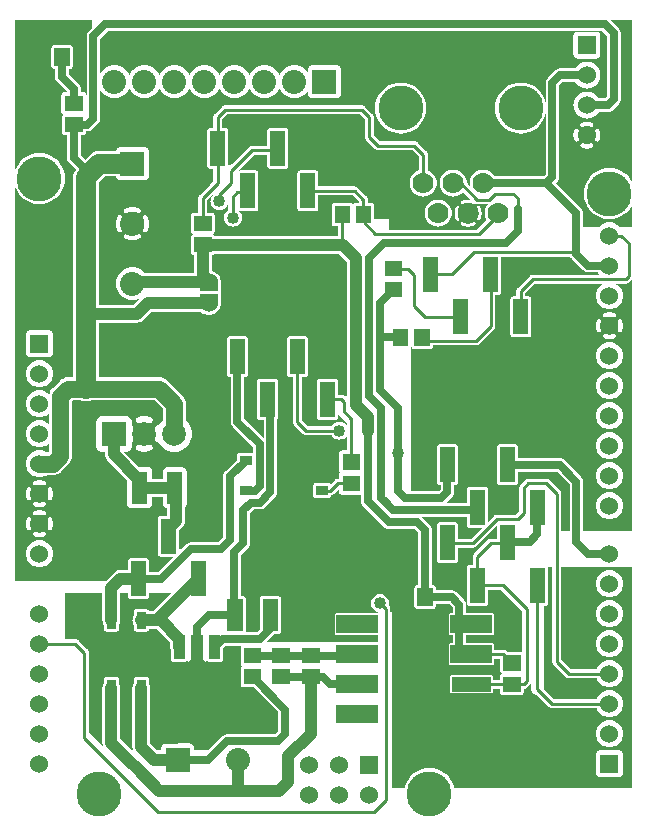
<source format=gbr>
G04 start of page 2 for group 0 idx 0 *
G04 Title: (unknown), component *
G04 Creator: pcb 20140316 *
G04 CreationDate: Mon 19 Oct 2015 08:44:37 PM GMT UTC *
G04 For: ndholmes *
G04 Format: Gerber/RS-274X *
G04 PCB-Dimensions (mil): 2110.00 2710.00 *
G04 PCB-Coordinate-Origin: lower left *
%MOIN*%
%FSLAX25Y25*%
%LNTOP*%
%ADD35C,0.1280*%
%ADD34C,0.0300*%
%ADD33C,0.0480*%
%ADD32C,0.0450*%
%ADD31C,0.1285*%
%ADD30C,0.0380*%
%ADD29C,0.0200*%
%ADD28R,0.0310X0.0310*%
%ADD27R,0.0945X0.0945*%
%ADD26R,0.0378X0.0378*%
%ADD25R,0.0600X0.0600*%
%ADD24R,0.0300X0.0300*%
%ADD23R,0.0500X0.0500*%
%ADD22R,0.0512X0.0512*%
%ADD21C,0.0700*%
%ADD20C,0.0800*%
%ADD19C,0.0787*%
%ADD18C,0.1500*%
%ADD17C,0.0600*%
%ADD16C,0.0650*%
%ADD15C,0.0100*%
%ADD14C,0.0250*%
%ADD13C,0.0400*%
%ADD12C,0.0550*%
%ADD11C,0.0001*%
G54D11*G36*
X147068Y73750D02*X148250Y72568D01*
Y71000D01*
X127500D01*
Y71941D01*
X127505Y72000D01*
X127486Y72235D01*
X127431Y72465D01*
X127341Y72683D01*
X127217Y72884D01*
X127064Y73064D01*
X127019Y73102D01*
X126899Y73223D01*
X126972Y73529D01*
X127000Y74000D01*
X126972Y74471D01*
X126862Y74930D01*
X126681Y75366D01*
X126435Y75769D01*
X126128Y76128D01*
X125769Y76435D01*
X125366Y76681D01*
X124930Y76862D01*
X124471Y76972D01*
X124000Y77009D01*
X123529Y76972D01*
X123070Y76862D01*
X122634Y76681D01*
X122231Y76435D01*
X121872Y76128D01*
X121565Y75769D01*
X121319Y75366D01*
X121138Y74930D01*
X121028Y74471D01*
X120991Y74000D01*
X121028Y73529D01*
X121138Y73070D01*
X121319Y72634D01*
X121565Y72231D01*
X121872Y71872D01*
X122231Y71565D01*
X122634Y71319D01*
X123070Y71138D01*
X123529Y71028D01*
X123882Y71000D01*
X91053D01*
X91050Y75471D01*
X91013Y75624D01*
X90953Y75769D01*
X90870Y75904D01*
X90768Y76023D01*
X90648Y76126D01*
X90514Y76208D01*
X90369Y76268D01*
X90216Y76305D01*
X90059Y76314D01*
X84784Y76305D01*
X84631Y76268D01*
X84485Y76208D01*
X84351Y76126D01*
X84232Y76023D01*
X84129Y75904D01*
X84047Y75769D01*
X83987Y75624D01*
X83950Y75471D01*
X83941Y75314D01*
X83945Y71000D01*
X79243D01*
X79240Y75471D01*
X79203Y75624D01*
X79143Y75769D01*
X79060Y75904D01*
X78958Y76023D01*
X78838Y76126D01*
X78704Y76208D01*
X78559Y76268D01*
X78406Y76305D01*
X78249Y76314D01*
X77750Y76313D01*
Y90068D01*
X80029Y92347D01*
X80096Y92404D01*
X80326Y92673D01*
X80326Y92673D01*
X80511Y92975D01*
X80646Y93303D01*
X80729Y93647D01*
X80757Y94000D01*
X80750Y94088D01*
Y99500D01*
X125318D01*
X125347Y99471D01*
X125404Y99404D01*
X125673Y99174D01*
X125673Y99174D01*
X125861Y99059D01*
X125975Y98989D01*
X126303Y98854D01*
X126647Y98771D01*
X126647D01*
X127000Y98743D01*
X127088Y98750D01*
X135568D01*
X136793Y97525D01*
Y79944D01*
X136327Y79943D01*
X136174Y79906D01*
X136029Y79846D01*
X135894Y79764D01*
X135775Y79661D01*
X135672Y79542D01*
X135590Y79407D01*
X135530Y79262D01*
X135493Y79109D01*
X135484Y78952D01*
X135493Y72891D01*
X135530Y72738D01*
X135590Y72593D01*
X135672Y72458D01*
X135775Y72339D01*
X135894Y72236D01*
X136029Y72154D01*
X136174Y72094D01*
X136327Y72057D01*
X136484Y72048D01*
X141759Y72057D01*
X141912Y72094D01*
X142057Y72154D01*
X142192Y72236D01*
X142311Y72339D01*
X142414Y72458D01*
X142496Y72593D01*
X142556Y72738D01*
X142593Y72891D01*
X142602Y73048D01*
X142601Y73750D01*
X147068D01*
G37*
G36*
X200500Y35986D02*X201206Y36042D01*
X201895Y36207D01*
X202549Y36478D01*
X203153Y36848D01*
X203692Y37308D01*
X204152Y37847D01*
X204522Y38451D01*
X204793Y39105D01*
X204958Y39794D01*
X205000Y40500D01*
X204958Y41206D01*
X204793Y41895D01*
X204522Y42549D01*
X204152Y43153D01*
X203692Y43692D01*
X203153Y44152D01*
X202549Y44522D01*
X201895Y44793D01*
X201206Y44958D01*
X200500Y45014D01*
Y45986D01*
X201206Y46042D01*
X201895Y46207D01*
X202549Y46478D01*
X203153Y46848D01*
X203692Y47308D01*
X204152Y47847D01*
X204522Y48451D01*
X204793Y49105D01*
X204958Y49794D01*
X205000Y50500D01*
X204958Y51206D01*
X204793Y51895D01*
X204522Y52549D01*
X204152Y53153D01*
X203692Y53692D01*
X203153Y54152D01*
X202549Y54522D01*
X201895Y54793D01*
X201206Y54958D01*
X200500Y55014D01*
Y55986D01*
X201206Y56042D01*
X201895Y56207D01*
X202549Y56478D01*
X203153Y56848D01*
X203692Y57308D01*
X204152Y57847D01*
X204522Y58451D01*
X204793Y59105D01*
X204958Y59794D01*
X205000Y60500D01*
X204958Y61206D01*
X204793Y61895D01*
X204522Y62549D01*
X204152Y63153D01*
X203692Y63692D01*
X203153Y64152D01*
X202549Y64522D01*
X201895Y64793D01*
X201206Y64958D01*
X200500Y65014D01*
Y65986D01*
X201206Y66042D01*
X201895Y66207D01*
X202549Y66478D01*
X203153Y66848D01*
X203692Y67308D01*
X204152Y67847D01*
X204522Y68451D01*
X204793Y69105D01*
X204958Y69794D01*
X205000Y70500D01*
X204958Y71206D01*
X204793Y71895D01*
X204522Y72549D01*
X204152Y73153D01*
X203692Y73692D01*
X203153Y74152D01*
X202549Y74522D01*
X201895Y74793D01*
X201206Y74958D01*
X200500Y75014D01*
Y75986D01*
X201206Y76042D01*
X201895Y76207D01*
X202549Y76478D01*
X203153Y76848D01*
X203692Y77308D01*
X204152Y77847D01*
X204522Y78451D01*
X204793Y79105D01*
X204958Y79794D01*
X205000Y80500D01*
X204958Y81206D01*
X204793Y81895D01*
X204522Y82549D01*
X204152Y83153D01*
X203692Y83692D01*
X203153Y84152D01*
X202549Y84522D01*
X201895Y84793D01*
X201206Y84958D01*
X200500Y85014D01*
Y85986D01*
X200676Y86000D01*
X208000D01*
Y12500D01*
X200500D01*
Y16007D01*
X203735Y16014D01*
X203965Y16069D01*
X204183Y16159D01*
X204384Y16283D01*
X204564Y16436D01*
X204717Y16616D01*
X204841Y16817D01*
X204931Y17035D01*
X204986Y17265D01*
X205000Y17500D01*
X204986Y23735D01*
X204931Y23965D01*
X204841Y24183D01*
X204717Y24384D01*
X204564Y24564D01*
X204384Y24717D01*
X204183Y24841D01*
X203965Y24931D01*
X203735Y24986D01*
X203500Y25000D01*
X200500Y24993D01*
Y25986D01*
X201206Y26042D01*
X201895Y26207D01*
X202549Y26478D01*
X203153Y26848D01*
X203692Y27308D01*
X204152Y27847D01*
X204522Y28451D01*
X204793Y29105D01*
X204958Y29794D01*
X205000Y30500D01*
X204958Y31206D01*
X204793Y31895D01*
X204522Y32549D01*
X204152Y33153D01*
X203692Y33692D01*
X203153Y34152D01*
X202549Y34522D01*
X201895Y34793D01*
X201206Y34958D01*
X200500Y35014D01*
Y35986D01*
G37*
G36*
Y55014D02*X199794Y54958D01*
X199105Y54793D01*
X198451Y54522D01*
X197847Y54152D01*
X197308Y53692D01*
X196848Y53153D01*
X196478Y52549D01*
X196251Y52000D01*
X187621D01*
X184500Y55121D01*
Y86000D01*
X200324D01*
X200500Y85986D01*
Y85014D01*
X199794Y84958D01*
X199105Y84793D01*
X198451Y84522D01*
X197847Y84152D01*
X197308Y83692D01*
X196848Y83153D01*
X196478Y82549D01*
X196207Y81895D01*
X196042Y81206D01*
X195986Y80500D01*
X196042Y79794D01*
X196207Y79105D01*
X196478Y78451D01*
X196848Y77847D01*
X197308Y77308D01*
X197847Y76848D01*
X198451Y76478D01*
X199105Y76207D01*
X199794Y76042D01*
X200500Y75986D01*
Y75014D01*
X199794Y74958D01*
X199105Y74793D01*
X198451Y74522D01*
X197847Y74152D01*
X197308Y73692D01*
X196848Y73153D01*
X196478Y72549D01*
X196207Y71895D01*
X196042Y71206D01*
X195986Y70500D01*
X196042Y69794D01*
X196207Y69105D01*
X196478Y68451D01*
X196848Y67847D01*
X197308Y67308D01*
X197847Y66848D01*
X198451Y66478D01*
X199105Y66207D01*
X199794Y66042D01*
X200500Y65986D01*
Y65014D01*
X199794Y64958D01*
X199105Y64793D01*
X198451Y64522D01*
X197847Y64152D01*
X197308Y63692D01*
X196848Y63153D01*
X196478Y62549D01*
X196207Y61895D01*
X196042Y61206D01*
X195986Y60500D01*
X196042Y59794D01*
X196207Y59105D01*
X196478Y58451D01*
X196848Y57847D01*
X197308Y57308D01*
X197847Y56848D01*
X198451Y56478D01*
X199105Y56207D01*
X199794Y56042D01*
X200500Y55986D01*
Y55014D01*
G37*
G36*
Y45014D02*X199794Y44958D01*
X199105Y44793D01*
X198451Y44522D01*
X197847Y44152D01*
X197308Y43692D01*
X196848Y43153D01*
X196478Y42549D01*
X196251Y42000D01*
X182121D01*
X178600Y45521D01*
Y73095D01*
X179157Y73096D01*
X179310Y73133D01*
X179455Y73193D01*
X179590Y73276D01*
X179709Y73378D01*
X179812Y73497D01*
X179894Y73632D01*
X179954Y73777D01*
X179991Y73930D01*
X180000Y74087D01*
X179991Y85897D01*
X179966Y86000D01*
X181500D01*
Y54559D01*
X181495Y54500D01*
X181514Y54265D01*
X181569Y54035D01*
X181659Y53817D01*
X181783Y53616D01*
X181936Y53436D01*
X181981Y53398D01*
X185898Y49481D01*
X185936Y49436D01*
X186115Y49283D01*
X186116Y49283D01*
X186317Y49159D01*
X186535Y49069D01*
X186765Y49014D01*
X187000Y48995D01*
X187059Y49000D01*
X196251D01*
X196478Y48451D01*
X196848Y47847D01*
X197308Y47308D01*
X197847Y46848D01*
X198451Y46478D01*
X199105Y46207D01*
X199794Y46042D01*
X200500Y45986D01*
Y45014D01*
G37*
G36*
X136793Y79944D02*X136327Y79943D01*
X136174Y79906D01*
X136029Y79846D01*
X135894Y79764D01*
X135775Y79661D01*
X135672Y79542D01*
X135590Y79407D01*
X135530Y79262D01*
X135493Y79109D01*
X135484Y78952D01*
X135493Y72891D01*
X135530Y72738D01*
X135590Y72593D01*
X135672Y72458D01*
X135775Y72339D01*
X135894Y72236D01*
X136029Y72154D01*
X136174Y72094D01*
X136327Y72057D01*
X136484Y72048D01*
X141759Y72057D01*
X141912Y72094D01*
X142057Y72154D01*
X142192Y72236D01*
X142311Y72339D01*
X142414Y72458D01*
X142496Y72593D01*
X142556Y72738D01*
X142593Y72891D01*
X142602Y73048D01*
X142601Y73750D01*
X147068D01*
X148250Y72568D01*
Y70595D01*
X147406Y70594D01*
X147314Y70572D01*
X147227Y70536D01*
X147146Y70487D01*
X147074Y70426D01*
X147013Y70354D01*
X146964Y70273D01*
X146928Y70186D01*
X146906Y70094D01*
X146900Y70000D01*
X146906Y63906D01*
X146928Y63814D01*
X146964Y63727D01*
X147013Y63646D01*
X147074Y63574D01*
X147146Y63513D01*
X147227Y63464D01*
X147314Y63428D01*
X147406Y63406D01*
X147500Y63400D01*
X148250Y63400D01*
Y60595D01*
X147406Y60594D01*
X147314Y60572D01*
X147227Y60536D01*
X147146Y60487D01*
X147074Y60426D01*
X147013Y60354D01*
X146964Y60273D01*
X146928Y60186D01*
X146906Y60094D01*
X146900Y60000D01*
X146906Y53906D01*
X146928Y53814D01*
X146964Y53727D01*
X147013Y53646D01*
X147074Y53574D01*
X147146Y53513D01*
X147227Y53464D01*
X147314Y53428D01*
X147406Y53406D01*
X147500Y53400D01*
X161594Y53406D01*
X161686Y53428D01*
X161773Y53464D01*
X161854Y53513D01*
X161926Y53574D01*
X161987Y53646D01*
X162036Y53727D01*
X162072Y53814D01*
X162094Y53906D01*
X162100Y54000D01*
X162099Y55500D01*
X164050D01*
X164057Y51327D01*
X164094Y51174D01*
X164154Y51029D01*
X164236Y50894D01*
X164339Y50775D01*
X164458Y50672D01*
X164593Y50590D01*
X164738Y50530D01*
X164863Y50500D01*
X164738Y50470D01*
X164593Y50410D01*
X164458Y50328D01*
X164339Y50225D01*
X164236Y50106D01*
X164154Y49971D01*
X164094Y49826D01*
X164057Y49673D01*
X164048Y49516D01*
X164050Y48500D01*
X161596D01*
X161594Y49594D01*
X161572Y49686D01*
X161536Y49773D01*
X161487Y49854D01*
X161426Y49926D01*
X161354Y49987D01*
X161273Y50036D01*
X161186Y50072D01*
X161094Y50094D01*
X161000Y50100D01*
X147906Y50094D01*
X147814Y50072D01*
X147727Y50036D01*
X147646Y49987D01*
X147574Y49926D01*
X147513Y49854D01*
X147464Y49773D01*
X147428Y49686D01*
X147406Y49594D01*
X147400Y49500D01*
X147406Y44406D01*
X147428Y44314D01*
X147464Y44227D01*
X147513Y44146D01*
X147574Y44074D01*
X147646Y44013D01*
X147727Y43964D01*
X147814Y43928D01*
X147906Y43906D01*
X148000Y43900D01*
X161094Y43906D01*
X161186Y43928D01*
X161273Y43964D01*
X161354Y44013D01*
X161426Y44074D01*
X161487Y44146D01*
X161536Y44227D01*
X161572Y44314D01*
X161594Y44406D01*
X161600Y44500D01*
X161599Y45500D01*
X164055D01*
X164057Y44241D01*
X164094Y44088D01*
X164154Y43943D01*
X164236Y43808D01*
X164339Y43689D01*
X164458Y43586D01*
X164593Y43504D01*
X164738Y43444D01*
X164891Y43407D01*
X165048Y43398D01*
X171109Y43407D01*
X171262Y43444D01*
X171407Y43504D01*
X171542Y43586D01*
X171661Y43689D01*
X171764Y43808D01*
X171846Y43943D01*
X171906Y44088D01*
X171943Y44241D01*
X171952Y44398D01*
X171950Y45453D01*
X171957Y45452D01*
X172192Y45471D01*
X172192Y45471D01*
X172422Y45526D01*
X172640Y45616D01*
X172841Y45740D01*
X173021Y45893D01*
X173059Y45938D01*
X174019Y46898D01*
X174064Y46936D01*
X174217Y47115D01*
X174217Y47116D01*
X174341Y47317D01*
X174400Y47460D01*
Y45500D01*
X174419Y45170D01*
X174497Y44849D01*
X174623Y44544D01*
X174796Y44262D01*
X175010Y44010D01*
X175262Y43796D01*
X175544Y43623D01*
X175849Y43497D01*
X176170Y43419D01*
X176484Y43395D01*
X180398Y39481D01*
X180436Y39436D01*
X180616Y39283D01*
X180817Y39159D01*
X181035Y39069D01*
X181265Y39014D01*
X181500Y38995D01*
X181559Y39000D01*
X196251D01*
X196478Y38451D01*
X196848Y37847D01*
X197308Y37308D01*
X197847Y36848D01*
X198451Y36478D01*
X199105Y36207D01*
X199794Y36042D01*
X200500Y35986D01*
Y35014D01*
X199794Y34958D01*
X199105Y34793D01*
X198451Y34522D01*
X197847Y34152D01*
X197308Y33692D01*
X196848Y33153D01*
X196478Y32549D01*
X196207Y31895D01*
X196042Y31206D01*
X195986Y30500D01*
X196042Y29794D01*
X196207Y29105D01*
X196478Y28451D01*
X196848Y27847D01*
X197308Y27308D01*
X197847Y26848D01*
X198451Y26478D01*
X199105Y26207D01*
X199794Y26042D01*
X200500Y25986D01*
Y24993D01*
X197265Y24986D01*
X197035Y24931D01*
X196817Y24841D01*
X196616Y24717D01*
X196436Y24564D01*
X196283Y24384D01*
X196159Y24183D01*
X196069Y23965D01*
X196014Y23735D01*
X196000Y23500D01*
X196014Y17265D01*
X196069Y17035D01*
X196159Y16817D01*
X196283Y16616D01*
X196436Y16436D01*
X196616Y16283D01*
X196817Y16159D01*
X197035Y16069D01*
X197265Y16014D01*
X197500Y16000D01*
X200500Y16007D01*
Y12500D01*
X148761D01*
X148609Y13135D01*
X148097Y14371D01*
X147398Y15512D01*
X146529Y16529D01*
X145512Y17398D01*
X144371Y18097D01*
X143135Y18609D01*
X141834Y18921D01*
X140500Y19026D01*
X139166Y18921D01*
X137865Y18609D01*
X136629Y18097D01*
X135488Y17398D01*
X134471Y16529D01*
X133602Y15512D01*
X132903Y14371D01*
X132391Y13135D01*
X132239Y12500D01*
X128000D01*
Y86000D01*
X136793D01*
Y79944D01*
G37*
G36*
X204113Y173802D02*X204152Y173847D01*
X204522Y174451D01*
X204793Y175105D01*
X204958Y175794D01*
X205000Y176500D01*
X204958Y177206D01*
X204793Y177895D01*
X204522Y178549D01*
X204152Y179153D01*
X204113Y179198D01*
Y180500D01*
X205941D01*
X206000Y180495D01*
X206235Y180514D01*
X206235Y180514D01*
X206465Y180569D01*
X206683Y180659D01*
X206884Y180783D01*
X207064Y180936D01*
X207102Y180981D01*
X208000Y181879D01*
Y98000D01*
X204113D01*
Y103802D01*
X204152Y103847D01*
X204522Y104451D01*
X204793Y105105D01*
X204958Y105794D01*
X205000Y106500D01*
X204958Y107206D01*
X204793Y107895D01*
X204522Y108549D01*
X204152Y109153D01*
X204113Y109198D01*
Y113802D01*
X204152Y113847D01*
X204522Y114451D01*
X204793Y115105D01*
X204958Y115794D01*
X205000Y116500D01*
X204958Y117206D01*
X204793Y117895D01*
X204522Y118549D01*
X204152Y119153D01*
X204113Y119198D01*
Y123802D01*
X204152Y123847D01*
X204522Y124451D01*
X204793Y125105D01*
X204958Y125794D01*
X205000Y126500D01*
X204958Y127206D01*
X204793Y127895D01*
X204522Y128549D01*
X204152Y129153D01*
X204113Y129198D01*
Y133802D01*
X204152Y133847D01*
X204522Y134451D01*
X204793Y135105D01*
X204958Y135794D01*
X205000Y136500D01*
X204958Y137206D01*
X204793Y137895D01*
X204522Y138549D01*
X204152Y139153D01*
X204113Y139198D01*
Y143802D01*
X204152Y143847D01*
X204522Y144451D01*
X204793Y145105D01*
X204958Y145794D01*
X205000Y146500D01*
X204958Y147206D01*
X204793Y147895D01*
X204522Y148549D01*
X204152Y149153D01*
X204113Y149198D01*
Y153802D01*
X204152Y153847D01*
X204522Y154451D01*
X204793Y155105D01*
X204958Y155794D01*
X205000Y156500D01*
X204958Y157206D01*
X204793Y157895D01*
X204522Y158549D01*
X204152Y159153D01*
X204113Y159198D01*
Y164353D01*
X204156Y164360D01*
X204268Y164397D01*
X204373Y164452D01*
X204468Y164522D01*
X204551Y164606D01*
X204619Y164702D01*
X204670Y164808D01*
X204818Y165216D01*
X204922Y165637D01*
X204984Y166067D01*
X205005Y166500D01*
X204984Y166933D01*
X204922Y167363D01*
X204818Y167784D01*
X204675Y168194D01*
X204622Y168300D01*
X204553Y168396D01*
X204470Y168481D01*
X204375Y168551D01*
X204269Y168606D01*
X204157Y168643D01*
X204113Y168651D01*
Y173802D01*
G37*
G36*
Y149198D02*X203692Y149692D01*
X203153Y150152D01*
X202549Y150522D01*
X201895Y150793D01*
X201206Y150958D01*
X200500Y151014D01*
X200493Y151013D01*
Y151987D01*
X200500Y151986D01*
X201206Y152042D01*
X201895Y152207D01*
X202549Y152478D01*
X203153Y152848D01*
X203692Y153308D01*
X204113Y153802D01*
Y149198D01*
G37*
G36*
Y139198D02*X203692Y139692D01*
X203153Y140152D01*
X202549Y140522D01*
X201895Y140793D01*
X201206Y140958D01*
X200500Y141014D01*
X200493Y141013D01*
Y141987D01*
X200500Y141986D01*
X201206Y142042D01*
X201895Y142207D01*
X202549Y142478D01*
X203153Y142848D01*
X203692Y143308D01*
X204113Y143802D01*
Y139198D01*
G37*
G36*
Y129198D02*X203692Y129692D01*
X203153Y130152D01*
X202549Y130522D01*
X201895Y130793D01*
X201206Y130958D01*
X200500Y131014D01*
X200493Y131013D01*
Y131987D01*
X200500Y131986D01*
X201206Y132042D01*
X201895Y132207D01*
X202549Y132478D01*
X203153Y132848D01*
X203692Y133308D01*
X204113Y133802D01*
Y129198D01*
G37*
G36*
Y119198D02*X203692Y119692D01*
X203153Y120152D01*
X202549Y120522D01*
X201895Y120793D01*
X201206Y120958D01*
X200500Y121014D01*
X200493Y121013D01*
Y121987D01*
X200500Y121986D01*
X201206Y122042D01*
X201895Y122207D01*
X202549Y122478D01*
X203153Y122848D01*
X203692Y123308D01*
X204113Y123802D01*
Y119198D01*
G37*
G36*
Y109198D02*X203692Y109692D01*
X203153Y110152D01*
X202549Y110522D01*
X201895Y110793D01*
X201206Y110958D01*
X200500Y111014D01*
X200493Y111013D01*
Y111987D01*
X200500Y111986D01*
X201206Y112042D01*
X201895Y112207D01*
X202549Y112478D01*
X203153Y112848D01*
X203692Y113308D01*
X204113Y113802D01*
Y109198D01*
G37*
G36*
Y98000D02*X200493D01*
Y101987D01*
X200500Y101986D01*
X201206Y102042D01*
X201895Y102207D01*
X202549Y102478D01*
X203153Y102848D01*
X203692Y103308D01*
X204113Y103802D01*
Y98000D01*
G37*
G36*
Y179198D02*X203692Y179692D01*
X203153Y180152D01*
X202585Y180500D01*
X204113D01*
Y179198D01*
G37*
G36*
X200493Y171987D02*X200500Y171986D01*
X201206Y172042D01*
X201895Y172207D01*
X202549Y172478D01*
X203153Y172848D01*
X203692Y173308D01*
X204113Y173802D01*
Y168651D01*
X204040Y168663D01*
X203921Y168664D01*
X203804Y168646D01*
X203691Y168610D01*
X203585Y168557D01*
X203488Y168488D01*
X203404Y168405D01*
X203333Y168309D01*
X203279Y168204D01*
X203241Y168092D01*
X203222Y167975D01*
X203221Y167856D01*
X203239Y167739D01*
X203277Y167626D01*
X203376Y167355D01*
X203444Y167075D01*
X203486Y166789D01*
X203500Y166500D01*
X203486Y166211D01*
X203444Y165925D01*
X203376Y165645D01*
X203280Y165372D01*
X203242Y165261D01*
X203225Y165144D01*
X203225Y165026D01*
X203245Y164909D01*
X203282Y164797D01*
X203336Y164693D01*
X203406Y164598D01*
X203491Y164515D01*
X203587Y164446D01*
X203692Y164393D01*
X203805Y164357D01*
X203921Y164340D01*
X204039Y164341D01*
X204113Y164353D01*
Y159198D01*
X203692Y159692D01*
X203153Y160152D01*
X202549Y160522D01*
X201895Y160793D01*
X201206Y160958D01*
X200500Y161014D01*
X200493Y161013D01*
Y161995D01*
X200500Y161995D01*
X200933Y162016D01*
X201363Y162078D01*
X201784Y162182D01*
X202194Y162325D01*
X202300Y162378D01*
X202396Y162447D01*
X202481Y162530D01*
X202551Y162625D01*
X202606Y162731D01*
X202643Y162843D01*
X202663Y162960D01*
X202664Y163079D01*
X202646Y163196D01*
X202610Y163309D01*
X202557Y163415D01*
X202488Y163512D01*
X202405Y163596D01*
X202309Y163667D01*
X202204Y163721D01*
X202092Y163759D01*
X201975Y163778D01*
X201856Y163779D01*
X201739Y163761D01*
X201626Y163723D01*
X201355Y163624D01*
X201075Y163556D01*
X200789Y163514D01*
X200500Y163500D01*
X200493Y163500D01*
Y169500D01*
X200500Y169500D01*
X200789Y169486D01*
X201075Y169444D01*
X201355Y169376D01*
X201628Y169280D01*
X201739Y169242D01*
X201856Y169225D01*
X201974Y169225D01*
X202091Y169245D01*
X202203Y169282D01*
X202307Y169336D01*
X202402Y169406D01*
X202485Y169491D01*
X202554Y169587D01*
X202607Y169692D01*
X202643Y169805D01*
X202660Y169921D01*
X202659Y170039D01*
X202640Y170156D01*
X202603Y170268D01*
X202548Y170373D01*
X202478Y170468D01*
X202394Y170551D01*
X202298Y170619D01*
X202192Y170670D01*
X201784Y170818D01*
X201363Y170922D01*
X200933Y170984D01*
X200500Y171005D01*
X200493Y171005D01*
Y171987D01*
G37*
G36*
X196887Y103802D02*X197308Y103308D01*
X197847Y102848D01*
X198451Y102478D01*
X199105Y102207D01*
X199794Y102042D01*
X200493Y101987D01*
Y98000D01*
X196887D01*
Y103802D01*
G37*
G36*
Y113802D02*X197308Y113308D01*
X197847Y112848D01*
X198451Y112478D01*
X199105Y112207D01*
X199794Y112042D01*
X200493Y111987D01*
Y111013D01*
X199794Y110958D01*
X199105Y110793D01*
X198451Y110522D01*
X197847Y110152D01*
X197308Y109692D01*
X196887Y109198D01*
Y113802D01*
G37*
G36*
Y123802D02*X197308Y123308D01*
X197847Y122848D01*
X198451Y122478D01*
X199105Y122207D01*
X199794Y122042D01*
X200493Y121987D01*
Y121013D01*
X199794Y120958D01*
X199105Y120793D01*
X198451Y120522D01*
X197847Y120152D01*
X197308Y119692D01*
X196887Y119198D01*
Y123802D01*
G37*
G36*
Y133802D02*X197308Y133308D01*
X197847Y132848D01*
X198451Y132478D01*
X199105Y132207D01*
X199794Y132042D01*
X200493Y131987D01*
Y131013D01*
X199794Y130958D01*
X199105Y130793D01*
X198451Y130522D01*
X197847Y130152D01*
X197308Y129692D01*
X196887Y129198D01*
Y133802D01*
G37*
G36*
Y143802D02*X197308Y143308D01*
X197847Y142848D01*
X198451Y142478D01*
X199105Y142207D01*
X199794Y142042D01*
X200493Y141987D01*
Y141013D01*
X199794Y140958D01*
X199105Y140793D01*
X198451Y140522D01*
X197847Y140152D01*
X197308Y139692D01*
X196887Y139198D01*
Y143802D01*
G37*
G36*
Y153802D02*X197308Y153308D01*
X197847Y152848D01*
X198451Y152478D01*
X199105Y152207D01*
X199794Y152042D01*
X200493Y151987D01*
Y151013D01*
X199794Y150958D01*
X199105Y150793D01*
X198451Y150522D01*
X197847Y150152D01*
X197308Y149692D01*
X196887Y149198D01*
Y153802D01*
G37*
G36*
Y173802D02*X197308Y173308D01*
X197847Y172848D01*
X198451Y172478D01*
X199105Y172207D01*
X199794Y172042D01*
X200493Y171987D01*
Y171005D01*
X200067Y170984D01*
X199637Y170922D01*
X199216Y170818D01*
X198806Y170675D01*
X198700Y170622D01*
X198604Y170553D01*
X198519Y170470D01*
X198449Y170375D01*
X198394Y170269D01*
X198357Y170157D01*
X198337Y170040D01*
X198336Y169921D01*
X198354Y169804D01*
X198390Y169691D01*
X198443Y169585D01*
X198512Y169488D01*
X198595Y169404D01*
X198691Y169333D01*
X198796Y169279D01*
X198908Y169241D01*
X199025Y169222D01*
X199144Y169221D01*
X199261Y169239D01*
X199374Y169277D01*
X199645Y169376D01*
X199925Y169444D01*
X200211Y169486D01*
X200493Y169500D01*
Y163500D01*
X200211Y163514D01*
X199925Y163556D01*
X199645Y163624D01*
X199372Y163720D01*
X199261Y163758D01*
X199144Y163775D01*
X199026Y163775D01*
X198909Y163755D01*
X198797Y163718D01*
X198693Y163664D01*
X198598Y163594D01*
X198515Y163509D01*
X198446Y163413D01*
X198393Y163308D01*
X198357Y163195D01*
X198340Y163079D01*
X198341Y162961D01*
X198360Y162844D01*
X198397Y162732D01*
X198452Y162627D01*
X198522Y162532D01*
X198606Y162449D01*
X198702Y162381D01*
X198808Y162330D01*
X199216Y162182D01*
X199637Y162078D01*
X200067Y162016D01*
X200493Y161995D01*
Y161013D01*
X199794Y160958D01*
X199105Y160793D01*
X198451Y160522D01*
X197847Y160152D01*
X197308Y159692D01*
X196887Y159198D01*
Y164349D01*
X196960Y164337D01*
X197079Y164336D01*
X197196Y164354D01*
X197309Y164390D01*
X197415Y164443D01*
X197512Y164512D01*
X197596Y164595D01*
X197667Y164691D01*
X197721Y164796D01*
X197759Y164908D01*
X197778Y165025D01*
X197779Y165144D01*
X197761Y165261D01*
X197723Y165374D01*
X197624Y165645D01*
X197556Y165925D01*
X197514Y166211D01*
X197500Y166500D01*
X197514Y166789D01*
X197556Y167075D01*
X197624Y167355D01*
X197720Y167628D01*
X197758Y167739D01*
X197775Y167856D01*
X197775Y167974D01*
X197755Y168091D01*
X197718Y168203D01*
X197664Y168307D01*
X197594Y168402D01*
X197509Y168485D01*
X197413Y168554D01*
X197308Y168607D01*
X197195Y168643D01*
X197079Y168660D01*
X196961Y168659D01*
X196887Y168647D01*
Y173802D01*
G37*
G36*
Y180500D02*X198415D01*
X197847Y180152D01*
X197308Y179692D01*
X196887Y179198D01*
Y180500D01*
G37*
G36*
Y183802D02*X197144Y183500D01*
X196887D01*
Y183802D01*
G37*
G36*
X149000Y126913D02*X143843Y126904D01*
X143690Y126867D01*
X143545Y126807D01*
X143410Y126725D01*
X143291Y126622D01*
X143188Y126503D01*
X143106Y126368D01*
X143046Y126223D01*
X143009Y126070D01*
X143000Y125913D01*
X143009Y114103D01*
X143046Y113950D01*
X143106Y113805D01*
X143188Y113670D01*
X143291Y113551D01*
X143410Y113448D01*
X143545Y113366D01*
X143690Y113306D01*
X143843Y113269D01*
X144000Y113260D01*
X144250Y113260D01*
Y111932D01*
X143568Y111250D01*
X134500D01*
Y159363D01*
X134530Y159238D01*
X134590Y159093D01*
X134672Y158958D01*
X134775Y158839D01*
X134894Y158736D01*
X135029Y158654D01*
X135174Y158594D01*
X135327Y158557D01*
X135484Y158548D01*
X140759Y158557D01*
X140912Y158594D01*
X141057Y158654D01*
X141192Y158736D01*
X141311Y158839D01*
X141414Y158958D01*
X141496Y159093D01*
X141556Y159238D01*
X141593Y159391D01*
X141602Y159548D01*
X141601Y160000D01*
X155941D01*
X156000Y159995D01*
X156235Y160014D01*
X156235Y160014D01*
X156465Y160069D01*
X156683Y160159D01*
X156884Y160283D01*
X157064Y160436D01*
X157102Y160481D01*
X162019Y165398D01*
X162064Y165436D01*
X162217Y165615D01*
X162217Y165616D01*
X162341Y165817D01*
X162431Y166035D01*
X162486Y166265D01*
X162505Y166500D01*
X162500Y166559D01*
Y176767D01*
X163657Y176769D01*
X163810Y176806D01*
X163955Y176866D01*
X164090Y176948D01*
X164209Y177051D01*
X164312Y177170D01*
X164394Y177305D01*
X164454Y177450D01*
X164491Y177603D01*
X164500Y177760D01*
X164491Y189500D01*
X187479D01*
X187489Y189475D01*
X187674Y189173D01*
X187674Y189173D01*
X187904Y188904D01*
X187971Y188847D01*
X191847Y184971D01*
X191904Y184904D01*
X192173Y184674D01*
X192173Y184674D01*
X192361Y184559D01*
X192475Y184489D01*
X192803Y184354D01*
X193147Y184271D01*
X193147D01*
X193500Y184243D01*
X193588Y184250D01*
X196601D01*
X196848Y183847D01*
X196887Y183802D01*
Y183500D01*
X175059D01*
X175000Y183505D01*
X174765Y183486D01*
X174535Y183431D01*
X174317Y183341D01*
X174116Y183217D01*
X174115Y183217D01*
X173936Y183064D01*
X173898Y183019D01*
X169981Y179102D01*
X169936Y179064D01*
X169783Y178884D01*
X169659Y178683D01*
X169569Y178465D01*
X169514Y178235D01*
X169514Y178235D01*
X169495Y178000D01*
X169500Y177941D01*
Y176233D01*
X168343Y176231D01*
X168190Y176194D01*
X168045Y176134D01*
X167910Y176052D01*
X167791Y175949D01*
X167688Y175830D01*
X167606Y175695D01*
X167546Y175550D01*
X167509Y175397D01*
X167500Y175240D01*
X167509Y163430D01*
X167546Y163277D01*
X167606Y163132D01*
X167688Y162997D01*
X167791Y162878D01*
X167910Y162776D01*
X168045Y162693D01*
X168190Y162633D01*
X168343Y162596D01*
X168500Y162587D01*
X173657Y162596D01*
X173810Y162633D01*
X173955Y162693D01*
X174090Y162776D01*
X174209Y162878D01*
X174312Y162997D01*
X174394Y163132D01*
X174454Y163277D01*
X174491Y163430D01*
X174500Y163587D01*
X174491Y175397D01*
X174454Y175550D01*
X174394Y175695D01*
X174312Y175830D01*
X174209Y175949D01*
X174090Y176052D01*
X173955Y176134D01*
X173810Y176194D01*
X173657Y176231D01*
X173500Y176240D01*
X172500Y176238D01*
Y177379D01*
X175621Y180500D01*
X196887D01*
Y179198D01*
X196848Y179153D01*
X196478Y178549D01*
X196207Y177895D01*
X196042Y177206D01*
X195986Y176500D01*
X196042Y175794D01*
X196207Y175105D01*
X196478Y174451D01*
X196848Y173847D01*
X196887Y173802D01*
Y168647D01*
X196844Y168640D01*
X196732Y168603D01*
X196627Y168548D01*
X196532Y168478D01*
X196449Y168394D01*
X196381Y168298D01*
X196330Y168192D01*
X196182Y167784D01*
X196078Y167363D01*
X196016Y166933D01*
X195995Y166500D01*
X196016Y166067D01*
X196078Y165637D01*
X196182Y165216D01*
X196325Y164806D01*
X196378Y164700D01*
X196447Y164604D01*
X196530Y164519D01*
X196625Y164449D01*
X196731Y164394D01*
X196843Y164357D01*
X196887Y164349D01*
Y159198D01*
X196848Y159153D01*
X196478Y158549D01*
X196207Y157895D01*
X196042Y157206D01*
X195986Y156500D01*
X196042Y155794D01*
X196207Y155105D01*
X196478Y154451D01*
X196848Y153847D01*
X196887Y153802D01*
Y149198D01*
X196848Y149153D01*
X196478Y148549D01*
X196207Y147895D01*
X196042Y147206D01*
X195986Y146500D01*
X196042Y145794D01*
X196207Y145105D01*
X196478Y144451D01*
X196848Y143847D01*
X196887Y143802D01*
Y139198D01*
X196848Y139153D01*
X196478Y138549D01*
X196207Y137895D01*
X196042Y137206D01*
X195986Y136500D01*
X196042Y135794D01*
X196207Y135105D01*
X196478Y134451D01*
X196848Y133847D01*
X196887Y133802D01*
Y129198D01*
X196848Y129153D01*
X196478Y128549D01*
X196207Y127895D01*
X196042Y127206D01*
X195986Y126500D01*
X196042Y125794D01*
X196207Y125105D01*
X196478Y124451D01*
X196848Y123847D01*
X196887Y123802D01*
Y119198D01*
X196848Y119153D01*
X196478Y118549D01*
X196207Y117895D01*
X196042Y117206D01*
X195986Y116500D01*
X196042Y115794D01*
X196207Y115105D01*
X196478Y114451D01*
X196848Y113847D01*
X196887Y113802D01*
Y109198D01*
X196848Y109153D01*
X196478Y108549D01*
X196207Y107895D01*
X196042Y107206D01*
X195986Y106500D01*
X196042Y105794D01*
X196207Y105105D01*
X196478Y104451D01*
X196848Y103847D01*
X196887Y103802D01*
Y98000D01*
X191750D01*
Y114412D01*
X191757Y114500D01*
X191729Y114853D01*
X191729Y114853D01*
X191646Y115197D01*
X191511Y115525D01*
X191326Y115827D01*
X191096Y116096D01*
X191029Y116153D01*
X185568Y121614D01*
X185510Y121682D01*
X185241Y121912D01*
X184939Y122097D01*
X184612Y122232D01*
X184267Y122315D01*
X184267Y122315D01*
X183914Y122343D01*
X183826Y122336D01*
X169994D01*
X169991Y126070D01*
X169954Y126223D01*
X169894Y126368D01*
X169812Y126503D01*
X169709Y126622D01*
X169590Y126725D01*
X169455Y126807D01*
X169310Y126867D01*
X169157Y126904D01*
X169000Y126913D01*
X163843Y126904D01*
X163690Y126867D01*
X163545Y126807D01*
X163410Y126725D01*
X163291Y126622D01*
X163188Y126503D01*
X163106Y126368D01*
X163046Y126223D01*
X163009Y126070D01*
X163000Y125913D01*
X163009Y114103D01*
X163046Y113950D01*
X163106Y113805D01*
X163188Y113670D01*
X163291Y113551D01*
X163410Y113448D01*
X163545Y113366D01*
X163690Y113306D01*
X163843Y113269D01*
X164000Y113260D01*
X169157Y113269D01*
X169310Y113306D01*
X169455Y113366D01*
X169590Y113448D01*
X169709Y113551D01*
X169812Y113670D01*
X169894Y113805D01*
X169954Y113950D01*
X169991Y114103D01*
X170000Y114260D01*
X169997Y117836D01*
X182982D01*
X187250Y113568D01*
Y98000D01*
X184500D01*
Y110441D01*
X184505Y110500D01*
X184486Y110735D01*
X184486Y110735D01*
X184431Y110965D01*
X184341Y111183D01*
X184217Y111384D01*
X184064Y111564D01*
X184019Y111602D01*
X180602Y115019D01*
X180564Y115064D01*
X180384Y115217D01*
X180183Y115341D01*
X179965Y115431D01*
X179735Y115486D01*
X179735Y115486D01*
X179500Y115505D01*
X179441Y115500D01*
X173559D01*
X173500Y115505D01*
X173265Y115486D01*
X173035Y115431D01*
X172817Y115341D01*
X172616Y115217D01*
X172615Y115217D01*
X172436Y115064D01*
X172398Y115019D01*
X170981Y113602D01*
X170936Y113564D01*
X170783Y113384D01*
X170659Y113183D01*
X170569Y112965D01*
X170514Y112735D01*
X170514Y112735D01*
X170495Y112500D01*
X170500Y112441D01*
Y104621D01*
X169379Y103500D01*
X163059D01*
X163000Y103505D01*
X162765Y103486D01*
X162535Y103431D01*
X162317Y103341D01*
X162116Y103217D01*
X162115Y103217D01*
X161936Y103064D01*
X161898Y103019D01*
X159999Y101121D01*
X159991Y111897D01*
X159954Y112050D01*
X159894Y112195D01*
X159812Y112330D01*
X159709Y112449D01*
X159590Y112552D01*
X159455Y112634D01*
X159310Y112694D01*
X159157Y112731D01*
X159000Y112740D01*
X153843Y112731D01*
X153690Y112694D01*
X153545Y112634D01*
X153410Y112552D01*
X153291Y112449D01*
X153188Y112330D01*
X153106Y112195D01*
X153046Y112050D01*
X153009Y111897D01*
X153000Y111740D01*
X153004Y107250D01*
X145915D01*
X146096Y107404D01*
X146153Y107471D01*
X148029Y109347D01*
X148096Y109404D01*
X148326Y109673D01*
X148326Y109673D01*
X148511Y109975D01*
X148646Y110303D01*
X148729Y110647D01*
X148757Y111000D01*
X148750Y111088D01*
Y113269D01*
X149157Y113269D01*
X149310Y113306D01*
X149455Y113366D01*
X149590Y113448D01*
X149709Y113551D01*
X149812Y113670D01*
X149894Y113805D01*
X149954Y113950D01*
X149991Y114103D01*
X150000Y114260D01*
X149991Y126070D01*
X149954Y126223D01*
X149894Y126368D01*
X149812Y126503D01*
X149709Y126622D01*
X149590Y126725D01*
X149455Y126807D01*
X149310Y126867D01*
X149157Y126904D01*
X149000Y126913D01*
G37*
G36*
X153402Y209477D02*X154518Y208361D01*
X154200Y208433D01*
X153801Y208487D01*
X153402Y208504D01*
Y209477D01*
G37*
G36*
Y221000D02*X179250D01*
Y216932D01*
X178568Y216250D01*
X162299D01*
X162052Y216653D01*
X161592Y217192D01*
X161053Y217652D01*
X160449Y218022D01*
X159795Y218293D01*
X159106Y218458D01*
X158400Y218514D01*
X157694Y218458D01*
X157005Y218293D01*
X156351Y218022D01*
X155747Y217652D01*
X155208Y217192D01*
X154748Y216653D01*
X154378Y216049D01*
X154107Y215395D01*
X153942Y214706D01*
X153886Y214000D01*
X153942Y213294D01*
X153978Y213144D01*
X153402Y213720D01*
Y221000D01*
G37*
G36*
X159550Y201671D02*X157120Y199242D01*
Y201544D01*
X157171Y201583D01*
X157226Y201639D01*
X157270Y201704D01*
X157464Y202056D01*
X157621Y202426D01*
X157744Y202809D01*
X157833Y203200D01*
X157887Y203599D01*
X157904Y204000D01*
X157887Y204401D01*
X157833Y204800D01*
X157744Y205191D01*
X157621Y205574D01*
X157464Y205944D01*
X157274Y206298D01*
X157229Y206363D01*
X157174Y206420D01*
X157120Y206460D01*
Y207000D01*
X160044D01*
X159748Y206653D01*
X159378Y206049D01*
X159107Y205395D01*
X158942Y204706D01*
X158886Y204000D01*
X158942Y203294D01*
X159107Y202605D01*
X159378Y201951D01*
X159550Y201671D01*
G37*
G36*
X157120Y199242D02*X156379Y198500D01*
X153402D01*
Y199496D01*
X153801Y199513D01*
X154200Y199567D01*
X154591Y199656D01*
X154974Y199779D01*
X155344Y199936D01*
X155698Y200126D01*
X155763Y200171D01*
X155820Y200226D01*
X155868Y200290D01*
X155904Y200360D01*
X155930Y200435D01*
X155944Y200513D01*
X155945Y200592D01*
X155933Y200671D01*
X155910Y200746D01*
X155875Y200817D01*
X155829Y200882D01*
X155774Y200939D01*
X155711Y200987D01*
X155641Y201024D01*
X155566Y201049D01*
X155488Y201063D01*
X155408Y201064D01*
X155330Y201052D01*
X155254Y201029D01*
X155184Y200993D01*
X154910Y200843D01*
X154623Y200721D01*
X154326Y200625D01*
X154021Y200556D01*
X153712Y200514D01*
X153402Y200500D01*
Y207500D01*
X153712Y207486D01*
X154021Y207444D01*
X154326Y207375D01*
X154623Y207279D01*
X154910Y207157D01*
X155186Y207010D01*
X155255Y206974D01*
X155331Y206951D01*
X155409Y206940D01*
X155487Y206941D01*
X155565Y206954D01*
X155639Y206980D01*
X155709Y207016D01*
X155772Y207064D01*
X155827Y207120D01*
X155846Y207147D01*
X156035Y207069D01*
X156265Y207014D01*
X156500Y206995D01*
X156559Y207000D01*
X157120D01*
Y206460D01*
X157110Y206468D01*
X157040Y206504D01*
X156965Y206530D01*
X156887Y206544D01*
X156808Y206545D01*
X156729Y206533D01*
X156654Y206510D01*
X156583Y206475D01*
X156518Y206429D01*
X156461Y206374D01*
X156413Y206311D01*
X156376Y206241D01*
X156351Y206166D01*
X156337Y206088D01*
X156336Y206008D01*
X156348Y205930D01*
X156371Y205854D01*
X156407Y205784D01*
X156557Y205510D01*
X156679Y205223D01*
X156775Y204926D01*
X156844Y204621D01*
X156886Y204312D01*
X156900Y204000D01*
X156886Y203688D01*
X156844Y203379D01*
X156775Y203074D01*
X156679Y202777D01*
X156557Y202490D01*
X156410Y202214D01*
X156374Y202145D01*
X156351Y202069D01*
X156340Y201991D01*
X156341Y201913D01*
X156354Y201835D01*
X156380Y201761D01*
X156416Y201691D01*
X156464Y201628D01*
X156520Y201573D01*
X156584Y201528D01*
X156655Y201493D01*
X156730Y201470D01*
X156808Y201459D01*
X156887Y201460D01*
X156964Y201473D01*
X157039Y201499D01*
X157108Y201535D01*
X157120Y201544D01*
Y199242D01*
G37*
G36*
X149680Y221000D02*X153402D01*
Y213720D01*
X152886Y214235D01*
X152858Y214706D01*
X152693Y215395D01*
X152422Y216049D01*
X152052Y216653D01*
X151592Y217192D01*
X151053Y217652D01*
X150449Y218022D01*
X149795Y218293D01*
X149680Y218321D01*
Y221000D01*
G37*
G36*
X153402Y198500D02*X149680D01*
Y201540D01*
X149690Y201532D01*
X149760Y201496D01*
X149835Y201470D01*
X149913Y201456D01*
X149992Y201455D01*
X150071Y201467D01*
X150146Y201490D01*
X150217Y201525D01*
X150282Y201571D01*
X150339Y201626D01*
X150387Y201689D01*
X150424Y201759D01*
X150449Y201834D01*
X150463Y201912D01*
X150464Y201992D01*
X150452Y202070D01*
X150429Y202146D01*
X150393Y202216D01*
X150243Y202490D01*
X150121Y202777D01*
X150025Y203074D01*
X149956Y203379D01*
X149914Y203688D01*
X149900Y204000D01*
X149914Y204312D01*
X149956Y204621D01*
X150025Y204926D01*
X150121Y205223D01*
X150243Y205510D01*
X150390Y205786D01*
X150426Y205855D01*
X150449Y205931D01*
X150460Y206009D01*
X150459Y206087D01*
X150446Y206165D01*
X150420Y206239D01*
X150384Y206309D01*
X150336Y206372D01*
X150280Y206427D01*
X150216Y206472D01*
X150145Y206507D01*
X150070Y206530D01*
X149992Y206541D01*
X149913Y206540D01*
X149836Y206527D01*
X149761Y206501D01*
X149692Y206465D01*
X149680Y206456D01*
Y209679D01*
X149795Y209707D01*
X150449Y209978D01*
X151053Y210348D01*
X151592Y210808D01*
X151812Y211066D01*
X153402Y209477D01*
Y208504D01*
X153400Y208504D01*
X152999Y208487D01*
X152600Y208433D01*
X152209Y208344D01*
X151826Y208221D01*
X151456Y208064D01*
X151102Y207874D01*
X151037Y207829D01*
X150980Y207774D01*
X150932Y207710D01*
X150896Y207640D01*
X150870Y207565D01*
X150856Y207487D01*
X150855Y207408D01*
X150867Y207329D01*
X150890Y207254D01*
X150925Y207183D01*
X150971Y207118D01*
X151026Y207061D01*
X151089Y207013D01*
X151159Y206976D01*
X151234Y206951D01*
X151312Y206937D01*
X151392Y206936D01*
X151470Y206948D01*
X151546Y206971D01*
X151616Y207007D01*
X151890Y207157D01*
X152177Y207279D01*
X152474Y207375D01*
X152779Y207444D01*
X153088Y207486D01*
X153400Y207500D01*
X153402Y207500D01*
Y200500D01*
X153400Y200500D01*
X153088Y200514D01*
X152779Y200556D01*
X152474Y200625D01*
X152177Y200721D01*
X151890Y200843D01*
X151614Y200990D01*
X151545Y201026D01*
X151469Y201049D01*
X151391Y201060D01*
X151313Y201059D01*
X151235Y201046D01*
X151161Y201020D01*
X151091Y200984D01*
X151028Y200936D01*
X150973Y200880D01*
X150928Y200816D01*
X150893Y200745D01*
X150870Y200670D01*
X150859Y200592D01*
X150860Y200513D01*
X150873Y200436D01*
X150899Y200361D01*
X150935Y200292D01*
X150983Y200229D01*
X151039Y200174D01*
X151104Y200130D01*
X151456Y199936D01*
X151826Y199779D01*
X152209Y199656D01*
X152600Y199567D01*
X152999Y199513D01*
X153400Y199496D01*
X153402Y199496D01*
Y198500D01*
G37*
G36*
X149680D02*X143393D01*
Y199487D01*
X143400Y199486D01*
X144106Y199542D01*
X144795Y199707D01*
X145449Y199978D01*
X146053Y200348D01*
X146592Y200808D01*
X147052Y201347D01*
X147422Y201951D01*
X147693Y202605D01*
X147858Y203294D01*
X147900Y204000D01*
X147858Y204706D01*
X147693Y205395D01*
X147422Y206049D01*
X147052Y206653D01*
X146592Y207192D01*
X146053Y207652D01*
X145449Y208022D01*
X144795Y208293D01*
X144106Y208458D01*
X143400Y208514D01*
X143393Y208513D01*
Y221000D01*
X149680D01*
Y218321D01*
X149106Y218458D01*
X148400Y218514D01*
X147694Y218458D01*
X147005Y218293D01*
X146351Y218022D01*
X145747Y217652D01*
X145208Y217192D01*
X144748Y216653D01*
X144378Y216049D01*
X144107Y215395D01*
X143942Y214706D01*
X143886Y214000D01*
X143942Y213294D01*
X144107Y212605D01*
X144378Y211951D01*
X144748Y211347D01*
X145208Y210808D01*
X145747Y210348D01*
X146351Y209978D01*
X147005Y209707D01*
X147694Y209542D01*
X148400Y209486D01*
X149106Y209542D01*
X149680Y209679D01*
Y206456D01*
X149629Y206417D01*
X149574Y206361D01*
X149530Y206296D01*
X149336Y205944D01*
X149179Y205574D01*
X149056Y205191D01*
X148967Y204800D01*
X148913Y204401D01*
X148896Y204000D01*
X148913Y203599D01*
X148967Y203200D01*
X149056Y202809D01*
X149179Y202426D01*
X149336Y202056D01*
X149526Y201702D01*
X149571Y201637D01*
X149626Y201580D01*
X149680Y201540D01*
Y198500D01*
G37*
G36*
X143393D02*X127000D01*
Y221000D01*
X137000D01*
Y218291D01*
X136351Y218022D01*
X135747Y217652D01*
X135208Y217192D01*
X134748Y216653D01*
X134378Y216049D01*
X134107Y215395D01*
X133942Y214706D01*
X133886Y214000D01*
X133942Y213294D01*
X134107Y212605D01*
X134378Y211951D01*
X134748Y211347D01*
X135208Y210808D01*
X135747Y210348D01*
X136351Y209978D01*
X137005Y209707D01*
X137694Y209542D01*
X138400Y209486D01*
X139106Y209542D01*
X139795Y209707D01*
X140449Y209978D01*
X141053Y210348D01*
X141592Y210808D01*
X142052Y211347D01*
X142422Y211951D01*
X142693Y212605D01*
X142858Y213294D01*
X142900Y214000D01*
X142858Y214706D01*
X142693Y215395D01*
X142422Y216049D01*
X142052Y216653D01*
X141592Y217192D01*
X141053Y217652D01*
X140449Y218022D01*
X140000Y218208D01*
Y221000D01*
X143393D01*
Y208513D01*
X142694Y208458D01*
X142005Y208293D01*
X141351Y208022D01*
X140747Y207652D01*
X140208Y207192D01*
X139748Y206653D01*
X139378Y206049D01*
X139107Y205395D01*
X138942Y204706D01*
X138886Y204000D01*
X138942Y203294D01*
X139107Y202605D01*
X139378Y201951D01*
X139748Y201347D01*
X140208Y200808D01*
X140747Y200348D01*
X141351Y199978D01*
X142005Y199707D01*
X142694Y199542D01*
X143393Y199487D01*
Y198500D01*
G37*
G36*
X193000Y245486D02*X193706Y245542D01*
X194395Y245707D01*
X195049Y245978D01*
X195653Y246348D01*
X196192Y246808D01*
X196652Y247347D01*
X197022Y247951D01*
X197293Y248605D01*
X197458Y249294D01*
X197500Y250000D01*
X197458Y250706D01*
X197293Y251395D01*
X197022Y252049D01*
X196652Y252653D01*
X196192Y253192D01*
X195653Y253652D01*
X195049Y254022D01*
X194395Y254293D01*
X193706Y254458D01*
X193000Y254514D01*
Y255507D01*
X196235Y255514D01*
X196465Y255569D01*
X196683Y255659D01*
X196884Y255783D01*
X197064Y255936D01*
X197217Y256116D01*
X197341Y256317D01*
X197431Y256535D01*
X197486Y256765D01*
X197500Y257000D01*
X197486Y263235D01*
X197431Y263465D01*
X197341Y263683D01*
X197217Y263884D01*
X197064Y264064D01*
X196884Y264217D01*
X196683Y264341D01*
X196465Y264431D01*
X196235Y264486D01*
X196000Y264500D01*
X193000Y264493D01*
Y264750D01*
X198068D01*
X199750Y263068D01*
Y242932D01*
X199068Y242250D01*
X196899D01*
X196652Y242653D01*
X196192Y243192D01*
X195653Y243652D01*
X195049Y244022D01*
X194395Y244293D01*
X193706Y244458D01*
X193000Y244514D01*
Y245486D01*
G37*
G36*
Y206471D02*X193602Y205488D01*
X194471Y204471D01*
X195488Y203602D01*
X196629Y202903D01*
X197865Y202391D01*
X199166Y202079D01*
X200500Y201974D01*
X201834Y202079D01*
X203135Y202391D01*
X204371Y202903D01*
X205512Y203602D01*
X206529Y204471D01*
X207398Y205488D01*
X208000Y206471D01*
Y199500D01*
X203856D01*
X203692Y199692D01*
X203153Y200152D01*
X202549Y200522D01*
X201895Y200793D01*
X201206Y200958D01*
X200500Y201014D01*
X199794Y200958D01*
X199105Y200793D01*
X198451Y200522D01*
X197847Y200152D01*
X197308Y199692D01*
X197144Y199500D01*
X193000D01*
Y206471D01*
G37*
G36*
X200682Y268500D02*X208000D01*
Y214529D01*
X207398Y215512D01*
X206529Y216529D01*
X205512Y217398D01*
X204371Y218097D01*
X203135Y218609D01*
X201834Y218921D01*
X200500Y219026D01*
X199166Y218921D01*
X197865Y218609D01*
X196629Y218097D01*
X196613Y218087D01*
Y227853D01*
X196656Y227860D01*
X196768Y227897D01*
X196873Y227952D01*
X196968Y228022D01*
X197051Y228106D01*
X197119Y228202D01*
X197170Y228308D01*
X197318Y228716D01*
X197422Y229137D01*
X197484Y229567D01*
X197505Y230000D01*
X197484Y230433D01*
X197422Y230863D01*
X197318Y231284D01*
X197175Y231694D01*
X197122Y231800D01*
X197053Y231896D01*
X196970Y231981D01*
X196875Y232051D01*
X196769Y232106D01*
X196657Y232143D01*
X196613Y232151D01*
Y237302D01*
X196652Y237347D01*
X196899Y237750D01*
X199912D01*
X200000Y237743D01*
X200353Y237771D01*
X200353Y237771D01*
X200697Y237854D01*
X201025Y237989D01*
X201327Y238174D01*
X201596Y238404D01*
X201653Y238471D01*
X203529Y240347D01*
X203596Y240404D01*
X203826Y240673D01*
X203826Y240673D01*
X204011Y240975D01*
X204146Y241303D01*
X204229Y241647D01*
X204257Y242000D01*
X204250Y242088D01*
Y263912D01*
X204257Y264000D01*
X204229Y264353D01*
X204229Y264353D01*
X204146Y264697D01*
X204011Y265025D01*
X203826Y265327D01*
X203596Y265596D01*
X203529Y265653D01*
X200682Y268500D01*
G37*
G36*
X196613Y218087D02*X195488Y217398D01*
X194471Y216529D01*
X193602Y215512D01*
X193000Y214529D01*
Y225495D01*
X193433Y225516D01*
X193863Y225578D01*
X194284Y225682D01*
X194694Y225825D01*
X194800Y225878D01*
X194896Y225947D01*
X194981Y226030D01*
X195051Y226125D01*
X195106Y226231D01*
X195143Y226343D01*
X195163Y226460D01*
X195164Y226579D01*
X195146Y226696D01*
X195110Y226809D01*
X195057Y226915D01*
X194988Y227012D01*
X194905Y227096D01*
X194809Y227167D01*
X194704Y227221D01*
X194592Y227259D01*
X194475Y227278D01*
X194356Y227279D01*
X194239Y227261D01*
X194126Y227223D01*
X193855Y227124D01*
X193575Y227056D01*
X193289Y227014D01*
X193000Y227000D01*
Y233000D01*
X193289Y232986D01*
X193575Y232944D01*
X193855Y232876D01*
X194128Y232780D01*
X194239Y232742D01*
X194356Y232725D01*
X194474Y232725D01*
X194591Y232745D01*
X194703Y232782D01*
X194807Y232836D01*
X194902Y232906D01*
X194985Y232991D01*
X195054Y233087D01*
X195107Y233192D01*
X195143Y233305D01*
X195160Y233421D01*
X195159Y233539D01*
X195140Y233656D01*
X195103Y233768D01*
X195048Y233873D01*
X194978Y233968D01*
X194894Y234051D01*
X194798Y234119D01*
X194692Y234170D01*
X194284Y234318D01*
X193863Y234422D01*
X193433Y234484D01*
X193000Y234505D01*
Y235486D01*
X193706Y235542D01*
X194395Y235707D01*
X195049Y235978D01*
X195653Y236348D01*
X196192Y236808D01*
X196613Y237302D01*
Y232151D01*
X196540Y232163D01*
X196421Y232164D01*
X196304Y232146D01*
X196191Y232110D01*
X196085Y232057D01*
X195988Y231988D01*
X195904Y231905D01*
X195833Y231809D01*
X195779Y231704D01*
X195741Y231592D01*
X195722Y231475D01*
X195721Y231356D01*
X195739Y231239D01*
X195777Y231126D01*
X195876Y230855D01*
X195944Y230575D01*
X195986Y230289D01*
X196000Y230000D01*
X195986Y229711D01*
X195944Y229425D01*
X195876Y229145D01*
X195780Y228872D01*
X195742Y228761D01*
X195725Y228644D01*
X195725Y228526D01*
X195745Y228409D01*
X195782Y228297D01*
X195836Y228193D01*
X195906Y228098D01*
X195991Y228015D01*
X196087Y227946D01*
X196192Y227893D01*
X196305Y227857D01*
X196421Y227840D01*
X196539Y227841D01*
X196613Y227853D01*
Y218087D01*
G37*
G36*
X193000Y254514D02*X192294Y254458D01*
X191605Y254293D01*
X190951Y254022D01*
X190347Y253652D01*
X189808Y253192D01*
X189348Y252653D01*
X189101Y252250D01*
X184088D01*
X184000Y252257D01*
X183647Y252229D01*
X183303Y252146D01*
X182975Y252011D01*
X182673Y251826D01*
X182673Y251826D01*
X182404Y251596D01*
X182347Y251529D01*
X179971Y249153D01*
X179904Y249096D01*
X179674Y248827D01*
X179489Y248525D01*
X179354Y248197D01*
X179271Y247853D01*
X179271Y247853D01*
X179243Y247500D01*
X179250Y247412D01*
Y240631D01*
X179009Y241635D01*
X178497Y242871D01*
X177798Y244012D01*
X176929Y245029D01*
X175912Y245898D01*
X174771Y246597D01*
X173535Y247109D01*
X172234Y247421D01*
X170900Y247526D01*
X169566Y247421D01*
X168265Y247109D01*
X167029Y246597D01*
X165888Y245898D01*
X164871Y245029D01*
X164002Y244012D01*
X163303Y242871D01*
X162791Y241635D01*
X162479Y240334D01*
X162374Y239000D01*
X162479Y237666D01*
X162791Y236365D01*
X163303Y235129D01*
X164002Y233988D01*
X164871Y232971D01*
X165888Y232102D01*
X167029Y231403D01*
X168265Y230891D01*
X169566Y230579D01*
X170900Y230474D01*
X172234Y230579D01*
X173535Y230891D01*
X174771Y231403D01*
X175912Y232102D01*
X176929Y232971D01*
X177798Y233988D01*
X178497Y235129D01*
X179009Y236365D01*
X179250Y237369D01*
Y216932D01*
X178568Y216250D01*
X162299D01*
X162052Y216653D01*
X161592Y217192D01*
X161053Y217652D01*
X160449Y218022D01*
X159795Y218293D01*
X159106Y218458D01*
X158400Y218514D01*
X157694Y218458D01*
X157005Y218293D01*
X156351Y218022D01*
X155747Y217652D01*
X155208Y217192D01*
X154748Y216653D01*
X154378Y216049D01*
X154107Y215395D01*
X153942Y214706D01*
X153886Y214000D01*
X153942Y213294D01*
X153978Y213144D01*
X152886Y214235D01*
X152858Y214706D01*
X152693Y215395D01*
X152422Y216049D01*
X152052Y216653D01*
X151592Y217192D01*
X151053Y217652D01*
X150449Y218022D01*
X149795Y218293D01*
X149106Y218458D01*
X148400Y218514D01*
X147694Y218458D01*
X147005Y218293D01*
X146351Y218022D01*
X145747Y217652D01*
X145500Y217441D01*
Y264750D01*
X193000D01*
Y264493D01*
X189765Y264486D01*
X189535Y264431D01*
X189317Y264341D01*
X189116Y264217D01*
X188936Y264064D01*
X188783Y263884D01*
X188659Y263683D01*
X188569Y263465D01*
X188514Y263235D01*
X188500Y263000D01*
X188514Y256765D01*
X188569Y256535D01*
X188659Y256317D01*
X188783Y256116D01*
X188936Y255936D01*
X189116Y255783D01*
X189317Y255659D01*
X189535Y255569D01*
X189765Y255514D01*
X190000Y255500D01*
X193000Y255507D01*
Y254514D01*
G37*
G36*
X189387Y247302D02*X189808Y246808D01*
X190347Y246348D01*
X190951Y245978D01*
X191605Y245707D01*
X192294Y245542D01*
X193000Y245486D01*
Y244514D01*
X192294Y244458D01*
X191605Y244293D01*
X190951Y244022D01*
X190347Y243652D01*
X189808Y243192D01*
X189387Y242698D01*
Y247302D01*
G37*
G36*
X193000Y214529D02*X192903Y214371D01*
X192391Y213135D01*
X192079Y211834D01*
X191974Y210500D01*
X192079Y209166D01*
X192391Y207865D01*
X192903Y206629D01*
X193000Y206471D01*
Y199500D01*
X191750D01*
Y203912D01*
X191757Y204000D01*
X191729Y204353D01*
X191646Y204697D01*
X191607Y204793D01*
X191511Y205025D01*
X191396Y205212D01*
X191326Y205327D01*
X191326Y205327D01*
X191096Y205596D01*
X191029Y205653D01*
X189387Y207295D01*
Y227849D01*
X189460Y227837D01*
X189579Y227836D01*
X189696Y227854D01*
X189809Y227890D01*
X189915Y227943D01*
X190012Y228012D01*
X190096Y228095D01*
X190167Y228191D01*
X190221Y228296D01*
X190259Y228408D01*
X190278Y228525D01*
X190279Y228644D01*
X190261Y228761D01*
X190223Y228874D01*
X190124Y229145D01*
X190056Y229425D01*
X190014Y229711D01*
X190000Y230000D01*
X190014Y230289D01*
X190056Y230575D01*
X190124Y230855D01*
X190220Y231128D01*
X190258Y231239D01*
X190275Y231356D01*
X190275Y231474D01*
X190255Y231591D01*
X190218Y231703D01*
X190164Y231807D01*
X190094Y231902D01*
X190009Y231985D01*
X189913Y232054D01*
X189808Y232107D01*
X189695Y232143D01*
X189579Y232160D01*
X189461Y232159D01*
X189387Y232147D01*
Y237302D01*
X189808Y236808D01*
X190347Y236348D01*
X190951Y235978D01*
X191605Y235707D01*
X192294Y235542D01*
X193000Y235486D01*
Y234505D01*
X192567Y234484D01*
X192137Y234422D01*
X191716Y234318D01*
X191306Y234175D01*
X191200Y234122D01*
X191104Y234053D01*
X191019Y233970D01*
X190949Y233875D01*
X190894Y233769D01*
X190857Y233657D01*
X190837Y233540D01*
X190836Y233421D01*
X190854Y233304D01*
X190890Y233191D01*
X190943Y233085D01*
X191012Y232988D01*
X191095Y232904D01*
X191191Y232833D01*
X191296Y232779D01*
X191408Y232741D01*
X191525Y232722D01*
X191644Y232721D01*
X191761Y232739D01*
X191874Y232777D01*
X192145Y232876D01*
X192425Y232944D01*
X192711Y232986D01*
X193000Y233000D01*
Y227000D01*
X192711Y227014D01*
X192425Y227056D01*
X192145Y227124D01*
X191872Y227220D01*
X191761Y227258D01*
X191644Y227275D01*
X191526Y227275D01*
X191409Y227255D01*
X191297Y227218D01*
X191193Y227164D01*
X191098Y227094D01*
X191015Y227009D01*
X190946Y226913D01*
X190893Y226808D01*
X190857Y226695D01*
X190840Y226579D01*
X190841Y226461D01*
X190860Y226344D01*
X190897Y226232D01*
X190952Y226127D01*
X191022Y226032D01*
X191106Y225949D01*
X191202Y225881D01*
X191308Y225830D01*
X191716Y225682D01*
X192137Y225578D01*
X192567Y225516D01*
X193000Y225495D01*
Y214529D01*
G37*
G36*
X189387Y207295D02*X182682Y214000D01*
X183029Y214347D01*
X183096Y214404D01*
X183326Y214673D01*
X183326Y214673D01*
X183511Y214975D01*
X183646Y215303D01*
X183729Y215647D01*
X183757Y216000D01*
X183750Y216088D01*
Y246568D01*
X184932Y247750D01*
X189101D01*
X189348Y247347D01*
X189387Y247302D01*
Y242698D01*
X189348Y242653D01*
X188978Y242049D01*
X188707Y241395D01*
X188542Y240706D01*
X188486Y240000D01*
X188542Y239294D01*
X188707Y238605D01*
X188978Y237951D01*
X189348Y237347D01*
X189387Y237302D01*
Y232147D01*
X189344Y232140D01*
X189232Y232103D01*
X189127Y232048D01*
X189032Y231978D01*
X188949Y231894D01*
X188881Y231798D01*
X188830Y231692D01*
X188682Y231284D01*
X188578Y230863D01*
X188516Y230433D01*
X188495Y230000D01*
X188516Y229567D01*
X188578Y229137D01*
X188682Y228716D01*
X188825Y228306D01*
X188878Y228200D01*
X188947Y228104D01*
X189030Y228019D01*
X189125Y227949D01*
X189231Y227894D01*
X189343Y227857D01*
X189387Y227849D01*
Y207295D01*
G37*
G36*
X149000Y100913D02*X143843Y100904D01*
X143690Y100867D01*
X143545Y100807D01*
X143410Y100725D01*
X143291Y100622D01*
X143188Y100503D01*
X143106Y100368D01*
X143046Y100223D01*
X143009Y100070D01*
X143000Y99913D01*
X143009Y88103D01*
X143046Y87950D01*
X143106Y87805D01*
X143188Y87670D01*
X143291Y87551D01*
X143410Y87448D01*
X143545Y87366D01*
X143690Y87306D01*
X143843Y87269D01*
X144000Y87260D01*
X149157Y87269D01*
X149310Y87306D01*
X149455Y87366D01*
X149590Y87448D01*
X149709Y87551D01*
X149812Y87670D01*
X149894Y87805D01*
X149954Y87950D01*
X149991Y88103D01*
X150000Y88260D01*
X149997Y92500D01*
X154941D01*
X155000Y92495D01*
X155235Y92514D01*
X155235Y92514D01*
X155465Y92569D01*
X155683Y92659D01*
X155884Y92783D01*
X156064Y92936D01*
X156102Y92981D01*
X163000Y99879D01*
X163003Y95500D01*
X161059D01*
X161000Y95505D01*
X160765Y95486D01*
X160535Y95431D01*
X160317Y95341D01*
X160116Y95217D01*
X160115Y95217D01*
X159936Y95064D01*
X159898Y95019D01*
X155481Y90602D01*
X155436Y90564D01*
X155283Y90384D01*
X155159Y90183D01*
X155069Y89965D01*
X155014Y89735D01*
X155014Y89735D01*
X154995Y89500D01*
X155000Y89441D01*
Y86733D01*
X153843Y86731D01*
X153690Y86694D01*
X153545Y86634D01*
X153410Y86552D01*
X153291Y86449D01*
X153188Y86330D01*
X153106Y86195D01*
X153046Y86050D01*
X153009Y85897D01*
X153000Y85740D01*
X153009Y73930D01*
X153046Y73777D01*
X153106Y73632D01*
X153188Y73497D01*
X153291Y73378D01*
X153410Y73276D01*
X153545Y73193D01*
X153690Y73133D01*
X153843Y73096D01*
X154000Y73087D01*
X159157Y73096D01*
X159310Y73133D01*
X159455Y73193D01*
X159590Y73276D01*
X159709Y73378D01*
X159812Y73497D01*
X159894Y73632D01*
X159954Y73777D01*
X159991Y73930D01*
X160000Y74087D01*
X159997Y78500D01*
X164379D01*
X171500Y71379D01*
Y57439D01*
X171407Y57496D01*
X171262Y57556D01*
X171109Y57593D01*
X170952Y57602D01*
X166569Y57595D01*
X166145Y58019D01*
X166107Y58064D01*
X165927Y58217D01*
X165726Y58341D01*
X165508Y58431D01*
X165278Y58486D01*
X165278Y58486D01*
X165043Y58505D01*
X164984Y58500D01*
X162096D01*
X162094Y60094D01*
X162072Y60186D01*
X162036Y60273D01*
X161987Y60354D01*
X161926Y60426D01*
X161854Y60487D01*
X161773Y60536D01*
X161686Y60572D01*
X161594Y60594D01*
X161500Y60600D01*
X152750Y60597D01*
Y63402D01*
X161594Y63406D01*
X161686Y63428D01*
X161773Y63464D01*
X161854Y63513D01*
X161926Y63574D01*
X161987Y63646D01*
X162036Y63727D01*
X162072Y63814D01*
X162094Y63906D01*
X162100Y64000D01*
X162094Y70094D01*
X162072Y70186D01*
X162036Y70273D01*
X161987Y70354D01*
X161926Y70426D01*
X161854Y70487D01*
X161773Y70536D01*
X161686Y70572D01*
X161594Y70594D01*
X161500Y70600D01*
X152750Y70597D01*
Y73412D01*
X152757Y73500D01*
X152729Y73853D01*
X152729Y73853D01*
X152646Y74197D01*
X152511Y74525D01*
X152326Y74827D01*
X152096Y75096D01*
X152029Y75153D01*
X149653Y77529D01*
X149596Y77596D01*
X149327Y77826D01*
X149025Y78011D01*
X148697Y78146D01*
X148353Y78229D01*
X148353Y78229D01*
X148000Y78257D01*
X147912Y78250D01*
X142594D01*
X142593Y79109D01*
X142556Y79262D01*
X142496Y79407D01*
X142414Y79542D01*
X142311Y79661D01*
X142192Y79764D01*
X142057Y79846D01*
X141912Y79906D01*
X141759Y79943D01*
X141602Y79952D01*
X141293Y79951D01*
Y98369D01*
X141300Y98457D01*
X141272Y98810D01*
X141189Y99155D01*
X141150Y99250D01*
X141054Y99482D01*
X140939Y99669D01*
X140869Y99784D01*
X140869Y99784D01*
X140639Y100053D01*
X140572Y100110D01*
X138153Y102529D01*
X138096Y102596D01*
X137915Y102750D01*
X153007D01*
X153009Y99930D01*
X153046Y99777D01*
X153106Y99632D01*
X153188Y99497D01*
X153291Y99378D01*
X153410Y99276D01*
X153545Y99193D01*
X153690Y99133D01*
X153843Y99096D01*
X154000Y99087D01*
X157973Y99094D01*
X154379Y95500D01*
X149994D01*
X149991Y100070D01*
X149954Y100223D01*
X149894Y100368D01*
X149812Y100503D01*
X149709Y100622D01*
X149590Y100725D01*
X149455Y100807D01*
X149310Y100867D01*
X149157Y100904D01*
X149000Y100913D01*
G37*
G36*
X90059Y76314D02*X84784Y76305D01*
X84631Y76268D01*
X84485Y76208D01*
X84351Y76126D01*
X84232Y76023D01*
X84129Y75904D01*
X84047Y75769D01*
X83987Y75624D01*
X83950Y75471D01*
X83941Y75314D01*
X83950Y65132D01*
X83068Y64250D01*
X79151D01*
X79203Y64376D01*
X79240Y64529D01*
X79249Y64686D01*
X79240Y75471D01*
X79203Y75624D01*
X79143Y75769D01*
X79060Y75904D01*
X78958Y76023D01*
X78838Y76126D01*
X78704Y76208D01*
X78559Y76268D01*
X78406Y76305D01*
X78249Y76314D01*
X77750Y76313D01*
Y88000D01*
X123500D01*
Y76965D01*
X123070Y76862D01*
X122634Y76681D01*
X122231Y76435D01*
X121872Y76128D01*
X121565Y75769D01*
X121319Y75366D01*
X121138Y74930D01*
X121028Y74471D01*
X120991Y74000D01*
X121028Y73529D01*
X121138Y73070D01*
X121319Y72634D01*
X121565Y72231D01*
X121872Y71872D01*
X122231Y71565D01*
X122634Y71319D01*
X123070Y71138D01*
X123500Y71035D01*
Y70600D01*
X123500D01*
X109406Y70594D01*
X109314Y70572D01*
X109227Y70536D01*
X109146Y70487D01*
X109074Y70426D01*
X109013Y70354D01*
X108964Y70273D01*
X108928Y70186D01*
X108906Y70094D01*
X108900Y70000D01*
X108906Y63906D01*
X108928Y63814D01*
X108964Y63727D01*
X109013Y63646D01*
X109074Y63574D01*
X109146Y63513D01*
X109227Y63464D01*
X109314Y63428D01*
X109406Y63406D01*
X109500Y63400D01*
X123500Y63406D01*
Y61000D01*
X86182D01*
X88875Y63693D01*
X90216Y63695D01*
X90369Y63732D01*
X90514Y63792D01*
X90648Y63874D01*
X90768Y63977D01*
X90870Y64096D01*
X90953Y64231D01*
X91013Y64376D01*
X91050Y64529D01*
X91059Y64686D01*
X91050Y75471D01*
X91013Y75624D01*
X90953Y75769D01*
X90870Y75904D01*
X90768Y76023D01*
X90648Y76126D01*
X90514Y76208D01*
X90369Y76268D01*
X90216Y76305D01*
X90059Y76314D01*
G37*
G36*
X193000Y206471D02*X193602Y205488D01*
X194471Y204471D01*
X195488Y203602D01*
X196629Y202903D01*
X197865Y202391D01*
X199166Y202079D01*
X200167Y202000D01*
X193000D01*
Y206471D01*
G37*
G36*
X196613Y237302D02*X196652Y237347D01*
X196899Y237750D01*
X199912D01*
X200000Y237743D01*
X200353Y237771D01*
X200353Y237771D01*
X200697Y237854D01*
X201025Y237989D01*
X201327Y238174D01*
X201596Y238404D01*
X201653Y238471D01*
X203529Y240347D01*
X203596Y240404D01*
X203826Y240673D01*
X203826Y240673D01*
X204011Y240975D01*
X204146Y241303D01*
X204229Y241647D01*
X204257Y242000D01*
X204250Y242088D01*
Y263912D01*
X204257Y264000D01*
X204229Y264353D01*
X204229Y264353D01*
X204146Y264697D01*
X204011Y265025D01*
X203826Y265327D01*
X203596Y265596D01*
X203529Y265653D01*
X200682Y268500D01*
X208000D01*
Y214529D01*
X207398Y215512D01*
X206529Y216529D01*
X205512Y217398D01*
X204371Y218097D01*
X203135Y218609D01*
X201834Y218921D01*
X200500Y219026D01*
X199166Y218921D01*
X197865Y218609D01*
X196629Y218097D01*
X196613Y218087D01*
Y227853D01*
X196656Y227860D01*
X196768Y227897D01*
X196873Y227952D01*
X196968Y228022D01*
X197051Y228106D01*
X197119Y228202D01*
X197170Y228308D01*
X197318Y228716D01*
X197422Y229137D01*
X197484Y229567D01*
X197505Y230000D01*
X197484Y230433D01*
X197422Y230863D01*
X197318Y231284D01*
X197175Y231694D01*
X197122Y231800D01*
X197053Y231896D01*
X196970Y231981D01*
X196875Y232051D01*
X196769Y232106D01*
X196657Y232143D01*
X196613Y232151D01*
Y237302D01*
G37*
G36*
X193000Y235486D02*X193706Y235542D01*
X194395Y235707D01*
X195049Y235978D01*
X195653Y236348D01*
X196192Y236808D01*
X196613Y237302D01*
Y232151D01*
X196540Y232163D01*
X196421Y232164D01*
X196304Y232146D01*
X196191Y232110D01*
X196085Y232057D01*
X195988Y231988D01*
X195904Y231905D01*
X195833Y231809D01*
X195779Y231704D01*
X195741Y231592D01*
X195722Y231475D01*
X195721Y231356D01*
X195739Y231239D01*
X195777Y231126D01*
X195876Y230855D01*
X195944Y230575D01*
X195986Y230289D01*
X196000Y230000D01*
X195986Y229711D01*
X195944Y229425D01*
X195876Y229145D01*
X195780Y228872D01*
X195742Y228761D01*
X195725Y228644D01*
X195725Y228526D01*
X195745Y228409D01*
X195782Y228297D01*
X195836Y228193D01*
X195906Y228098D01*
X195991Y228015D01*
X196087Y227946D01*
X196192Y227893D01*
X196305Y227857D01*
X196421Y227840D01*
X196539Y227841D01*
X196613Y227853D01*
Y218087D01*
X195488Y217398D01*
X194471Y216529D01*
X193602Y215512D01*
X193000Y214529D01*
Y225495D01*
X193433Y225516D01*
X193863Y225578D01*
X194284Y225682D01*
X194694Y225825D01*
X194800Y225878D01*
X194896Y225947D01*
X194981Y226030D01*
X195051Y226125D01*
X195106Y226231D01*
X195143Y226343D01*
X195163Y226460D01*
X195164Y226579D01*
X195146Y226696D01*
X195110Y226809D01*
X195057Y226915D01*
X194988Y227012D01*
X194905Y227096D01*
X194809Y227167D01*
X194704Y227221D01*
X194592Y227259D01*
X194475Y227278D01*
X194356Y227279D01*
X194239Y227261D01*
X194126Y227223D01*
X193855Y227124D01*
X193575Y227056D01*
X193289Y227014D01*
X193000Y227000D01*
Y233000D01*
X193289Y232986D01*
X193575Y232944D01*
X193855Y232876D01*
X194128Y232780D01*
X194239Y232742D01*
X194356Y232725D01*
X194474Y232725D01*
X194591Y232745D01*
X194703Y232782D01*
X194807Y232836D01*
X194902Y232906D01*
X194985Y232991D01*
X195054Y233087D01*
X195107Y233192D01*
X195143Y233305D01*
X195160Y233421D01*
X195159Y233539D01*
X195140Y233656D01*
X195103Y233768D01*
X195048Y233873D01*
X194978Y233968D01*
X194894Y234051D01*
X194798Y234119D01*
X194692Y234170D01*
X194284Y234318D01*
X193863Y234422D01*
X193433Y234484D01*
X193000Y234505D01*
Y235486D01*
G37*
G36*
Y264750D02*X198068D01*
X199750Y263068D01*
Y242932D01*
X199068Y242250D01*
X196899D01*
X196652Y242653D01*
X196192Y243192D01*
X195653Y243652D01*
X195049Y244022D01*
X194395Y244293D01*
X193706Y244458D01*
X193000Y244514D01*
Y245486D01*
X193706Y245542D01*
X194395Y245707D01*
X195049Y245978D01*
X195653Y246348D01*
X196192Y246808D01*
X196652Y247347D01*
X197022Y247951D01*
X197293Y248605D01*
X197458Y249294D01*
X197500Y250000D01*
X197458Y250706D01*
X197293Y251395D01*
X197022Y252049D01*
X196652Y252653D01*
X196192Y253192D01*
X195653Y253652D01*
X195049Y254022D01*
X194395Y254293D01*
X193706Y254458D01*
X193000Y254514D01*
Y255507D01*
X196235Y255514D01*
X196465Y255569D01*
X196683Y255659D01*
X196884Y255783D01*
X197064Y255936D01*
X197217Y256116D01*
X197341Y256317D01*
X197431Y256535D01*
X197486Y256765D01*
X197500Y257000D01*
X197486Y263235D01*
X197431Y263465D01*
X197341Y263683D01*
X197217Y263884D01*
X197064Y264064D01*
X196884Y264217D01*
X196683Y264341D01*
X196465Y264431D01*
X196235Y264486D01*
X196000Y264500D01*
X193000Y264493D01*
Y264750D01*
G37*
G36*
X189387Y237302D02*X189808Y236808D01*
X190347Y236348D01*
X190951Y235978D01*
X191605Y235707D01*
X192294Y235542D01*
X193000Y235486D01*
Y234505D01*
X192567Y234484D01*
X192137Y234422D01*
X191716Y234318D01*
X191306Y234175D01*
X191200Y234122D01*
X191104Y234053D01*
X191019Y233970D01*
X190949Y233875D01*
X190894Y233769D01*
X190857Y233657D01*
X190837Y233540D01*
X190836Y233421D01*
X190854Y233304D01*
X190890Y233191D01*
X190943Y233085D01*
X191012Y232988D01*
X191095Y232904D01*
X191191Y232833D01*
X191296Y232779D01*
X191408Y232741D01*
X191525Y232722D01*
X191644Y232721D01*
X191761Y232739D01*
X191874Y232777D01*
X192145Y232876D01*
X192425Y232944D01*
X192711Y232986D01*
X193000Y233000D01*
Y227000D01*
X192711Y227014D01*
X192425Y227056D01*
X192145Y227124D01*
X191872Y227220D01*
X191761Y227258D01*
X191644Y227275D01*
X191526Y227275D01*
X191409Y227255D01*
X191297Y227218D01*
X191193Y227164D01*
X191098Y227094D01*
X191015Y227009D01*
X190946Y226913D01*
X190893Y226808D01*
X190857Y226695D01*
X190840Y226579D01*
X190841Y226461D01*
X190860Y226344D01*
X190897Y226232D01*
X190952Y226127D01*
X191022Y226032D01*
X191106Y225949D01*
X191202Y225881D01*
X191308Y225830D01*
X191716Y225682D01*
X192137Y225578D01*
X192567Y225516D01*
X193000Y225495D01*
Y214529D01*
X192903Y214371D01*
X192391Y213135D01*
X192079Y211834D01*
X191974Y210500D01*
X192079Y209166D01*
X192391Y207865D01*
X192903Y206629D01*
X193000Y206471D01*
Y202000D01*
X191750D01*
Y203912D01*
X191757Y204000D01*
X191729Y204353D01*
X191646Y204697D01*
X191607Y204793D01*
X191511Y205025D01*
X191396Y205212D01*
X191326Y205327D01*
X191326Y205327D01*
X191096Y205596D01*
X191029Y205653D01*
X189387Y207295D01*
Y227849D01*
X189460Y227837D01*
X189579Y227836D01*
X189696Y227854D01*
X189809Y227890D01*
X189915Y227943D01*
X190012Y228012D01*
X190096Y228095D01*
X190167Y228191D01*
X190221Y228296D01*
X190259Y228408D01*
X190278Y228525D01*
X190279Y228644D01*
X190261Y228761D01*
X190223Y228874D01*
X190124Y229145D01*
X190056Y229425D01*
X190014Y229711D01*
X190000Y230000D01*
X190014Y230289D01*
X190056Y230575D01*
X190124Y230855D01*
X190220Y231128D01*
X190258Y231239D01*
X190275Y231356D01*
X190275Y231474D01*
X190255Y231591D01*
X190218Y231703D01*
X190164Y231807D01*
X190094Y231902D01*
X190009Y231985D01*
X189913Y232054D01*
X189808Y232107D01*
X189695Y232143D01*
X189579Y232160D01*
X189461Y232159D01*
X189387Y232147D01*
Y237302D01*
G37*
G36*
X193000Y244514D02*X192294Y244458D01*
X191605Y244293D01*
X190951Y244022D01*
X190347Y243652D01*
X189808Y243192D01*
X189387Y242698D01*
Y247302D01*
X189808Y246808D01*
X190347Y246348D01*
X190951Y245978D01*
X191605Y245707D01*
X192294Y245542D01*
X193000Y245486D01*
Y244514D01*
G37*
G36*
X189387Y242698D02*X189348Y242653D01*
X188978Y242049D01*
X188707Y241395D01*
X188542Y240706D01*
X188486Y240000D01*
X188542Y239294D01*
X188707Y238605D01*
X188978Y237951D01*
X189348Y237347D01*
X189387Y237302D01*
Y232147D01*
X189344Y232140D01*
X189232Y232103D01*
X189127Y232048D01*
X189032Y231978D01*
X188949Y231894D01*
X188881Y231798D01*
X188830Y231692D01*
X188682Y231284D01*
X188578Y230863D01*
X188516Y230433D01*
X188495Y230000D01*
X188516Y229567D01*
X188578Y229137D01*
X188682Y228716D01*
X188825Y228306D01*
X188878Y228200D01*
X188947Y228104D01*
X189030Y228019D01*
X189125Y227949D01*
X189231Y227894D01*
X189343Y227857D01*
X189387Y227849D01*
Y207295D01*
X182682Y214000D01*
X183029Y214347D01*
X183096Y214404D01*
X183326Y214673D01*
X183326Y214673D01*
X183511Y214975D01*
X183646Y215303D01*
X183729Y215647D01*
X183757Y216000D01*
X183750Y216088D01*
Y246568D01*
X184932Y247750D01*
X189101D01*
X189348Y247347D01*
X189387Y247302D01*
Y242698D01*
G37*
G36*
X135735Y227986D02*X135500Y228005D01*
X135441Y228000D01*
X130887D01*
Y230475D01*
X130900Y230474D01*
X132234Y230579D01*
X133535Y230891D01*
X134771Y231403D01*
X135912Y232102D01*
X136929Y232971D01*
X137798Y233988D01*
X138497Y235129D01*
X139009Y236365D01*
X139321Y237666D01*
X139400Y239000D01*
X139321Y240334D01*
X139009Y241635D01*
X138497Y242871D01*
X137798Y244012D01*
X136929Y245029D01*
X135912Y245898D01*
X134771Y246597D01*
X133535Y247109D01*
X132234Y247421D01*
X130900Y247526D01*
X130887Y247525D01*
Y264750D01*
X193000D01*
Y264493D01*
X189765Y264486D01*
X189535Y264431D01*
X189317Y264341D01*
X189116Y264217D01*
X188936Y264064D01*
X188783Y263884D01*
X188659Y263683D01*
X188569Y263465D01*
X188514Y263235D01*
X188500Y263000D01*
X188514Y256765D01*
X188569Y256535D01*
X188659Y256317D01*
X188783Y256116D01*
X188936Y255936D01*
X189116Y255783D01*
X189317Y255659D01*
X189535Y255569D01*
X189765Y255514D01*
X190000Y255500D01*
X193000Y255507D01*
Y254514D01*
X192294Y254458D01*
X191605Y254293D01*
X190951Y254022D01*
X190347Y253652D01*
X189808Y253192D01*
X189348Y252653D01*
X189101Y252250D01*
X184088D01*
X184000Y252257D01*
X183647Y252229D01*
X183303Y252146D01*
X182975Y252011D01*
X182673Y251826D01*
X182673Y251826D01*
X182404Y251596D01*
X182347Y251529D01*
X179971Y249153D01*
X179904Y249096D01*
X179674Y248827D01*
X179489Y248525D01*
X179354Y248197D01*
X179271Y247853D01*
X179271Y247853D01*
X179243Y247500D01*
X179250Y247412D01*
Y240631D01*
X179009Y241635D01*
X178497Y242871D01*
X177798Y244012D01*
X176929Y245029D01*
X175912Y245898D01*
X174771Y246597D01*
X173535Y247109D01*
X172234Y247421D01*
X170900Y247526D01*
X169566Y247421D01*
X168265Y247109D01*
X167029Y246597D01*
X165888Y245898D01*
X164871Y245029D01*
X164002Y244012D01*
X163303Y242871D01*
X162791Y241635D01*
X162479Y240334D01*
X162374Y239000D01*
X162479Y237666D01*
X162791Y236365D01*
X163303Y235129D01*
X164002Y233988D01*
X164871Y232971D01*
X165888Y232102D01*
X167029Y231403D01*
X168265Y230891D01*
X169566Y230579D01*
X170900Y230474D01*
X172234Y230579D01*
X173535Y230891D01*
X174771Y231403D01*
X175912Y232102D01*
X176929Y232971D01*
X177798Y233988D01*
X178497Y235129D01*
X179009Y236365D01*
X179250Y237369D01*
Y216932D01*
X178568Y216250D01*
X162299D01*
X162052Y216653D01*
X161592Y217192D01*
X161053Y217652D01*
X160449Y218022D01*
X159795Y218293D01*
X159106Y218458D01*
X158400Y218514D01*
X157694Y218458D01*
X157005Y218293D01*
X156351Y218022D01*
X155747Y217652D01*
X155208Y217192D01*
X154748Y216653D01*
X154378Y216049D01*
X154107Y215395D01*
X153942Y214706D01*
X153886Y214000D01*
X153942Y213294D01*
X153978Y213144D01*
X152886Y214235D01*
X152858Y214706D01*
X152693Y215395D01*
X152422Y216049D01*
X152052Y216653D01*
X151592Y217192D01*
X151053Y217652D01*
X150449Y218022D01*
X149795Y218293D01*
X149106Y218458D01*
X148400Y218514D01*
X147694Y218458D01*
X147005Y218293D01*
X146351Y218022D01*
X145747Y217652D01*
X145208Y217192D01*
X144748Y216653D01*
X144378Y216049D01*
X144107Y215395D01*
X143942Y214706D01*
X143886Y214000D01*
X143942Y213294D01*
X144107Y212605D01*
X144378Y211951D01*
X144748Y211347D01*
X145208Y210808D01*
X145747Y210348D01*
X146351Y209978D01*
X147005Y209707D01*
X147694Y209542D01*
X148400Y209486D01*
X149106Y209542D01*
X149795Y209707D01*
X150449Y209978D01*
X151053Y210348D01*
X151592Y210808D01*
X151812Y211066D01*
X154518Y208361D01*
X154200Y208433D01*
X153801Y208487D01*
X153400Y208504D01*
X152999Y208487D01*
X152600Y208433D01*
X152209Y208344D01*
X151826Y208221D01*
X151456Y208064D01*
X151102Y207874D01*
X151037Y207829D01*
X150980Y207774D01*
X150932Y207710D01*
X150896Y207640D01*
X150870Y207565D01*
X150856Y207487D01*
X150855Y207408D01*
X150867Y207329D01*
X150890Y207254D01*
X150925Y207183D01*
X150971Y207118D01*
X151026Y207061D01*
X151089Y207013D01*
X151159Y206976D01*
X151234Y206951D01*
X151312Y206937D01*
X151392Y206936D01*
X151470Y206948D01*
X151546Y206971D01*
X151616Y207007D01*
X151890Y207157D01*
X152177Y207279D01*
X152474Y207375D01*
X152779Y207444D01*
X153088Y207486D01*
X153400Y207500D01*
X153712Y207486D01*
X154021Y207444D01*
X154326Y207375D01*
X154623Y207279D01*
X154910Y207157D01*
X155186Y207010D01*
X155255Y206974D01*
X155331Y206951D01*
X155409Y206940D01*
X155487Y206941D01*
X155565Y206954D01*
X155639Y206980D01*
X155709Y207016D01*
X155772Y207064D01*
X155827Y207120D01*
X155846Y207147D01*
X156035Y207069D01*
X156265Y207014D01*
X156500Y206995D01*
X156559Y207000D01*
X160044D01*
X159748Y206653D01*
X159378Y206049D01*
X159107Y205395D01*
X158942Y204706D01*
X158886Y204000D01*
X158942Y203294D01*
X159107Y202605D01*
X159358Y202000D01*
X157433D01*
X157464Y202056D01*
X157621Y202426D01*
X157744Y202809D01*
X157833Y203200D01*
X157887Y203599D01*
X157904Y204000D01*
X157887Y204401D01*
X157833Y204800D01*
X157744Y205191D01*
X157621Y205574D01*
X157464Y205944D01*
X157274Y206298D01*
X157229Y206363D01*
X157174Y206420D01*
X157110Y206468D01*
X157040Y206504D01*
X156965Y206530D01*
X156887Y206544D01*
X156808Y206545D01*
X156729Y206533D01*
X156654Y206510D01*
X156583Y206475D01*
X156518Y206429D01*
X156461Y206374D01*
X156413Y206311D01*
X156376Y206241D01*
X156351Y206166D01*
X156337Y206088D01*
X156336Y206008D01*
X156348Y205930D01*
X156371Y205854D01*
X156407Y205784D01*
X156557Y205510D01*
X156679Y205223D01*
X156775Y204926D01*
X156844Y204621D01*
X156886Y204312D01*
X156900Y204000D01*
X156886Y203688D01*
X156844Y203379D01*
X156775Y203074D01*
X156679Y202777D01*
X156557Y202490D01*
X156410Y202214D01*
X156374Y202145D01*
X156351Y202069D01*
X156341Y202000D01*
X150463D01*
X150452Y202070D01*
X150429Y202146D01*
X150393Y202216D01*
X150243Y202490D01*
X150121Y202777D01*
X150025Y203074D01*
X149956Y203379D01*
X149914Y203688D01*
X149900Y204000D01*
X149914Y204312D01*
X149956Y204621D01*
X150025Y204926D01*
X150121Y205223D01*
X150243Y205510D01*
X150390Y205786D01*
X150426Y205855D01*
X150449Y205931D01*
X150460Y206009D01*
X150459Y206087D01*
X150446Y206165D01*
X150420Y206239D01*
X150384Y206309D01*
X150336Y206372D01*
X150280Y206427D01*
X150216Y206472D01*
X150145Y206507D01*
X150070Y206530D01*
X149992Y206541D01*
X149913Y206540D01*
X149836Y206527D01*
X149761Y206501D01*
X149692Y206465D01*
X149629Y206417D01*
X149574Y206361D01*
X149530Y206296D01*
X149336Y205944D01*
X149179Y205574D01*
X149056Y205191D01*
X148967Y204800D01*
X148913Y204401D01*
X148896Y204000D01*
X148913Y203599D01*
X148967Y203200D01*
X149056Y202809D01*
X149179Y202426D01*
X149336Y202056D01*
X149367Y202000D01*
X147442D01*
X147693Y202605D01*
X147858Y203294D01*
X147900Y204000D01*
X147858Y204706D01*
X147693Y205395D01*
X147422Y206049D01*
X147052Y206653D01*
X146592Y207192D01*
X146053Y207652D01*
X145449Y208022D01*
X144795Y208293D01*
X144106Y208458D01*
X143400Y208514D01*
X142694Y208458D01*
X142005Y208293D01*
X141351Y208022D01*
X140747Y207652D01*
X140208Y207192D01*
X139748Y206653D01*
X139378Y206049D01*
X139107Y205395D01*
X138942Y204706D01*
X138886Y204000D01*
X138942Y203294D01*
X139107Y202605D01*
X139358Y202000D01*
X130887D01*
Y225000D01*
X134879D01*
X137000Y222879D01*
Y218291D01*
X136351Y218022D01*
X135747Y217652D01*
X135208Y217192D01*
X134748Y216653D01*
X134378Y216049D01*
X134107Y215395D01*
X133942Y214706D01*
X133886Y214000D01*
X133942Y213294D01*
X134107Y212605D01*
X134378Y211951D01*
X134748Y211347D01*
X135208Y210808D01*
X135747Y210348D01*
X136351Y209978D01*
X137005Y209707D01*
X137694Y209542D01*
X138400Y209486D01*
X139106Y209542D01*
X139795Y209707D01*
X140449Y209978D01*
X141053Y210348D01*
X141592Y210808D01*
X142052Y211347D01*
X142422Y211951D01*
X142693Y212605D01*
X142858Y213294D01*
X142900Y214000D01*
X142858Y214706D01*
X142693Y215395D01*
X142422Y216049D01*
X142052Y216653D01*
X141592Y217192D01*
X141053Y217652D01*
X140449Y218022D01*
X140000Y218208D01*
Y223441D01*
X140005Y223500D01*
X139986Y223735D01*
X139986Y223735D01*
X139931Y223965D01*
X139841Y224183D01*
X139717Y224384D01*
X139564Y224564D01*
X139519Y224602D01*
X136602Y227519D01*
X136564Y227564D01*
X136384Y227717D01*
X136183Y227841D01*
X135965Y227931D01*
X135735Y227986D01*
X135735Y227986D01*
G37*
G36*
X130887Y202000D02*X122100D01*
X122093Y206609D01*
X122056Y206762D01*
X121996Y206907D01*
X121914Y207042D01*
X121811Y207161D01*
X121692Y207264D01*
X121557Y207346D01*
X121412Y207406D01*
X121259Y207443D01*
X121102Y207452D01*
X120000Y207450D01*
Y208441D01*
X120005Y208500D01*
X119986Y208735D01*
X119931Y208965D01*
X119841Y209183D01*
X119717Y209384D01*
X119564Y209564D01*
X119519Y209602D01*
X116689Y212432D01*
X116651Y212477D01*
X116471Y212631D01*
X116270Y212754D01*
X116052Y212844D01*
X115822Y212899D01*
X115822Y212900D01*
X115587Y212918D01*
X115528Y212913D01*
X103494D01*
X103491Y217397D01*
X103454Y217550D01*
X103394Y217695D01*
X103312Y217830D01*
X103209Y217949D01*
X103090Y218052D01*
X102955Y218134D01*
X102810Y218194D01*
X102657Y218231D01*
X102500Y218240D01*
X97343Y218231D01*
X97190Y218194D01*
X97045Y218134D01*
X96910Y218052D01*
X96791Y217949D01*
X96688Y217830D01*
X96606Y217695D01*
X96546Y217550D01*
X96509Y217397D01*
X96500Y217240D01*
X96509Y205430D01*
X96546Y205277D01*
X96606Y205132D01*
X96688Y204997D01*
X96791Y204878D01*
X96910Y204776D01*
X97045Y204693D01*
X97190Y204633D01*
X97343Y204596D01*
X97500Y204587D01*
X102657Y204596D01*
X102810Y204633D01*
X102955Y204693D01*
X103090Y204776D01*
X103209Y204878D01*
X103312Y204997D01*
X103394Y205132D01*
X103454Y205277D01*
X103491Y205430D01*
X103500Y205587D01*
X103497Y209913D01*
X114965D01*
X117000Y207879D01*
Y207445D01*
X115827Y207443D01*
X115674Y207406D01*
X115529Y207346D01*
X115394Y207264D01*
X115275Y207161D01*
X115172Y207042D01*
X115090Y206907D01*
X115030Y206762D01*
X115000Y206637D01*
X114970Y206762D01*
X114910Y206907D01*
X114828Y207042D01*
X114725Y207161D01*
X114606Y207264D01*
X114471Y207346D01*
X114326Y207406D01*
X114173Y207443D01*
X114016Y207452D01*
X108741Y207443D01*
X108588Y207406D01*
X108443Y207346D01*
X108308Y207264D01*
X108189Y207161D01*
X108086Y207042D01*
X108004Y206907D01*
X107944Y206762D01*
X107907Y206609D01*
X107898Y206452D01*
X107905Y202000D01*
X77965D01*
X77972Y202029D01*
X78000Y202500D01*
X77972Y202971D01*
X77862Y203430D01*
X77681Y203866D01*
X77435Y204269D01*
X77128Y204628D01*
X77058Y204688D01*
X77190Y204633D01*
X77343Y204596D01*
X77500Y204587D01*
X82657Y204596D01*
X82810Y204633D01*
X82955Y204693D01*
X83090Y204776D01*
X83209Y204878D01*
X83312Y204997D01*
X83394Y205132D01*
X83454Y205277D01*
X83491Y205430D01*
X83500Y205587D01*
X83491Y217397D01*
X83454Y217550D01*
X83394Y217695D01*
X83312Y217830D01*
X83209Y217949D01*
X83090Y218052D01*
X82955Y218134D01*
X82810Y218194D01*
X82657Y218231D01*
X82500Y218240D01*
X77343Y218231D01*
X77190Y218194D01*
X77045Y218134D01*
X76910Y218052D01*
X76791Y217949D01*
X76700Y217843D01*
Y218000D01*
X76696Y218074D01*
X82121Y223500D01*
X86506D01*
X86509Y219603D01*
X86546Y219450D01*
X86606Y219305D01*
X86688Y219170D01*
X86791Y219051D01*
X86910Y218948D01*
X87045Y218866D01*
X87190Y218806D01*
X87343Y218769D01*
X87500Y218760D01*
X92657Y218769D01*
X92810Y218806D01*
X92955Y218866D01*
X93090Y218948D01*
X93209Y219051D01*
X93312Y219170D01*
X93394Y219305D01*
X93454Y219450D01*
X93491Y219603D01*
X93500Y219760D01*
X93491Y231570D01*
X93454Y231723D01*
X93394Y231868D01*
X93312Y232003D01*
X93209Y232122D01*
X93090Y232225D01*
X92955Y232307D01*
X92810Y232367D01*
X92657Y232404D01*
X92500Y232413D01*
X87343Y232404D01*
X87190Y232367D01*
X87045Y232307D01*
X86910Y232225D01*
X86791Y232122D01*
X86688Y232003D01*
X86606Y231868D01*
X86546Y231723D01*
X86509Y231570D01*
X86500Y231413D01*
X86504Y226500D01*
X81559D01*
X81500Y226505D01*
X81265Y226486D01*
X81035Y226431D01*
X80817Y226341D01*
X80616Y226217D01*
X80615Y226217D01*
X80436Y226064D01*
X80398Y226019D01*
X74579Y220201D01*
X74500Y220207D01*
X74155Y220180D01*
X73818Y220099D01*
X73500Y219967D01*
X73491Y231570D01*
X73454Y231723D01*
X73394Y231868D01*
X73312Y232003D01*
X73209Y232122D01*
X73090Y232225D01*
X72955Y232307D01*
X72810Y232367D01*
X72657Y232404D01*
X72500Y232413D01*
X71500Y232411D01*
Y235379D01*
X73121Y237000D01*
X117379D01*
X119000Y235379D01*
Y229559D01*
X118995Y229500D01*
X119014Y229265D01*
X119069Y229035D01*
X119159Y228817D01*
X119283Y228616D01*
X119283Y228615D01*
X119436Y228436D01*
X119481Y228398D01*
X122398Y225481D01*
X122436Y225436D01*
X122616Y225283D01*
X122817Y225159D01*
X123035Y225069D01*
X123265Y225014D01*
X123500Y224995D01*
X123559Y225000D01*
X130887D01*
Y202000D01*
G37*
G36*
Y228000D02*X124121D01*
X122000Y230121D01*
Y235941D01*
X122005Y236000D01*
X121986Y236235D01*
X121931Y236465D01*
X121841Y236683D01*
X121717Y236884D01*
X121564Y237064D01*
X121519Y237102D01*
X119102Y239519D01*
X119064Y239564D01*
X118884Y239717D01*
X118683Y239841D01*
X118465Y239931D01*
X118235Y239986D01*
X118235Y239986D01*
X118000Y240005D01*
X117941Y240000D01*
X72559D01*
X72500Y240005D01*
X72265Y239986D01*
X72035Y239931D01*
X71817Y239841D01*
X71616Y239717D01*
X71615Y239717D01*
X71436Y239564D01*
X71398Y239519D01*
X68981Y237102D01*
X68936Y237064D01*
X68783Y236884D01*
X68659Y236683D01*
X68569Y236465D01*
X68514Y236235D01*
X68514Y236235D01*
X68495Y236000D01*
X68500Y235941D01*
Y232406D01*
X67343Y232404D01*
X67190Y232367D01*
X67045Y232307D01*
X66910Y232225D01*
X66791Y232122D01*
X66688Y232003D01*
X66606Y231868D01*
X66546Y231723D01*
X66509Y231570D01*
X66500Y231413D01*
X66509Y219603D01*
X66546Y219450D01*
X66606Y219305D01*
X66688Y219170D01*
X66791Y219051D01*
X66910Y218948D01*
X67045Y218866D01*
X67190Y218806D01*
X67343Y218769D01*
X67500Y218760D01*
X68500Y218762D01*
Y214621D01*
X63981Y210102D01*
X63936Y210064D01*
X63783Y209884D01*
X63659Y209683D01*
X63569Y209465D01*
X63514Y209235D01*
X63514Y209235D01*
X63495Y209000D01*
X63500Y208941D01*
Y204095D01*
X61891Y204093D01*
X61738Y204056D01*
X61593Y203996D01*
X61458Y203914D01*
X61339Y203811D01*
X61236Y203692D01*
X61154Y203557D01*
X61094Y203412D01*
X61057Y203259D01*
X61048Y203102D01*
X61050Y202000D01*
X46796D01*
X46789Y202031D01*
X46622Y202520D01*
X46410Y202992D01*
X46349Y203093D01*
X46272Y203184D01*
X46182Y203261D01*
X46080Y203323D01*
X45971Y203369D01*
X45855Y203397D01*
X45737Y203406D01*
X45619Y203397D01*
X45503Y203370D01*
X45393Y203324D01*
X45292Y203262D01*
X45202Y203186D01*
X45124Y203095D01*
X45062Y202994D01*
X45016Y202885D01*
X44989Y202769D01*
X44979Y202651D01*
X44988Y202532D01*
X45016Y202417D01*
X45063Y202308D01*
X45206Y202000D01*
X41498D01*
Y204500D01*
X41500Y204500D01*
X41875Y204482D01*
X42247Y204430D01*
X42612Y204342D01*
X42968Y204221D01*
X43310Y204067D01*
X43418Y204020D01*
X43533Y203993D01*
X43651Y203983D01*
X43768Y203993D01*
X43883Y204021D01*
X43992Y204066D01*
X44093Y204128D01*
X44182Y204205D01*
X44259Y204295D01*
X44320Y204395D01*
X44365Y204504D01*
X44393Y204619D01*
X44402Y204737D01*
X44392Y204855D01*
X44365Y204969D01*
X44319Y205078D01*
X44257Y205179D01*
X44181Y205269D01*
X44091Y205345D01*
X43989Y205405D01*
X43520Y205622D01*
X43031Y205789D01*
X42528Y205909D01*
X42016Y205982D01*
X41500Y206006D01*
X41498Y206006D01*
Y215007D01*
X45735Y215014D01*
X45965Y215069D01*
X46183Y215159D01*
X46384Y215283D01*
X46564Y215436D01*
X46717Y215616D01*
X46841Y215817D01*
X46931Y216035D01*
X46986Y216265D01*
X47000Y216500D01*
X46986Y224735D01*
X46931Y224965D01*
X46841Y225183D01*
X46717Y225384D01*
X46564Y225564D01*
X46384Y225717D01*
X46183Y225841D01*
X45965Y225931D01*
X45735Y225986D01*
X45500Y226000D01*
X41498Y225993D01*
Y244017D01*
X41599Y243899D01*
X42257Y243337D01*
X42995Y242884D01*
X43795Y242553D01*
X44637Y242351D01*
X45500Y242283D01*
X46363Y242351D01*
X47205Y242553D01*
X48005Y242884D01*
X48743Y243337D01*
X49401Y243899D01*
X49963Y244557D01*
X50416Y245295D01*
X50500Y245499D01*
X50584Y245295D01*
X51037Y244557D01*
X51599Y243899D01*
X52257Y243337D01*
X52995Y242884D01*
X53795Y242553D01*
X54637Y242351D01*
X55500Y242283D01*
X56363Y242351D01*
X57205Y242553D01*
X58005Y242884D01*
X58743Y243337D01*
X59401Y243899D01*
X59963Y244557D01*
X60416Y245295D01*
X60500Y245499D01*
X60584Y245295D01*
X61037Y244557D01*
X61599Y243899D01*
X62257Y243337D01*
X62995Y242884D01*
X63795Y242553D01*
X64637Y242351D01*
X65500Y242283D01*
X66363Y242351D01*
X67205Y242553D01*
X68005Y242884D01*
X68743Y243337D01*
X69401Y243899D01*
X69963Y244557D01*
X70416Y245295D01*
X70500Y245499D01*
X70584Y245295D01*
X71037Y244557D01*
X71599Y243899D01*
X72257Y243337D01*
X72995Y242884D01*
X73795Y242553D01*
X74637Y242351D01*
X75500Y242283D01*
X76363Y242351D01*
X77205Y242553D01*
X78005Y242884D01*
X78743Y243337D01*
X79401Y243899D01*
X79963Y244557D01*
X80416Y245295D01*
X80500Y245499D01*
X80584Y245295D01*
X81037Y244557D01*
X81599Y243899D01*
X82257Y243337D01*
X82995Y242884D01*
X83795Y242553D01*
X84637Y242351D01*
X85500Y242283D01*
X86363Y242351D01*
X87205Y242553D01*
X88005Y242884D01*
X88743Y243337D01*
X89401Y243899D01*
X89963Y244557D01*
X90416Y245295D01*
X90500Y245499D01*
X90584Y245295D01*
X91037Y244557D01*
X91599Y243899D01*
X92257Y243337D01*
X92995Y242884D01*
X93795Y242553D01*
X94637Y242351D01*
X95500Y242283D01*
X96363Y242351D01*
X97205Y242553D01*
X98005Y242884D01*
X98743Y243337D01*
X99401Y243899D01*
X99963Y244557D01*
X100012Y244637D01*
X100014Y243565D01*
X100069Y243335D01*
X100159Y243117D01*
X100283Y242916D01*
X100436Y242736D01*
X100616Y242583D01*
X100817Y242459D01*
X101035Y242369D01*
X101265Y242314D01*
X101500Y242300D01*
X109735Y242314D01*
X109965Y242369D01*
X110183Y242459D01*
X110384Y242583D01*
X110564Y242736D01*
X110717Y242916D01*
X110841Y243117D01*
X110931Y243335D01*
X110986Y243565D01*
X111000Y243800D01*
X110986Y252035D01*
X110931Y252265D01*
X110841Y252483D01*
X110717Y252684D01*
X110564Y252864D01*
X110384Y253017D01*
X110183Y253141D01*
X109965Y253231D01*
X109735Y253286D01*
X109500Y253300D01*
X101265Y253286D01*
X101035Y253231D01*
X100817Y253141D01*
X100616Y253017D01*
X100436Y252864D01*
X100283Y252684D01*
X100159Y252483D01*
X100069Y252265D01*
X100014Y252035D01*
X100000Y251800D01*
X100001Y250981D01*
X99963Y251043D01*
X99401Y251701D01*
X98743Y252263D01*
X98005Y252716D01*
X97205Y253047D01*
X96363Y253249D01*
X95500Y253317D01*
X94637Y253249D01*
X93795Y253047D01*
X92995Y252716D01*
X92257Y252263D01*
X91599Y251701D01*
X91037Y251043D01*
X90584Y250305D01*
X90500Y250101D01*
X90416Y250305D01*
X89963Y251043D01*
X89401Y251701D01*
X88743Y252263D01*
X88005Y252716D01*
X87205Y253047D01*
X86363Y253249D01*
X85500Y253317D01*
X84637Y253249D01*
X83795Y253047D01*
X82995Y252716D01*
X82257Y252263D01*
X81599Y251701D01*
X81037Y251043D01*
X80584Y250305D01*
X80500Y250101D01*
X80416Y250305D01*
X79963Y251043D01*
X79401Y251701D01*
X78743Y252263D01*
X78005Y252716D01*
X77205Y253047D01*
X76363Y253249D01*
X75500Y253317D01*
X74637Y253249D01*
X73795Y253047D01*
X72995Y252716D01*
X72257Y252263D01*
X71599Y251701D01*
X71037Y251043D01*
X70584Y250305D01*
X70500Y250101D01*
X70416Y250305D01*
X69963Y251043D01*
X69401Y251701D01*
X68743Y252263D01*
X68005Y252716D01*
X67205Y253047D01*
X66363Y253249D01*
X65500Y253317D01*
X64637Y253249D01*
X63795Y253047D01*
X62995Y252716D01*
X62257Y252263D01*
X61599Y251701D01*
X61037Y251043D01*
X60584Y250305D01*
X60500Y250101D01*
X60416Y250305D01*
X59963Y251043D01*
X59401Y251701D01*
X58743Y252263D01*
X58005Y252716D01*
X57205Y253047D01*
X56363Y253249D01*
X55500Y253317D01*
X54637Y253249D01*
X53795Y253047D01*
X52995Y252716D01*
X52257Y252263D01*
X51599Y251701D01*
X51037Y251043D01*
X50584Y250305D01*
X50500Y250101D01*
X50416Y250305D01*
X49963Y251043D01*
X49401Y251701D01*
X48743Y252263D01*
X48005Y252716D01*
X47205Y253047D01*
X46363Y253249D01*
X45500Y253317D01*
X44637Y253249D01*
X43795Y253047D01*
X42995Y252716D01*
X42257Y252263D01*
X41599Y251701D01*
X41498Y251583D01*
Y264750D01*
X130887D01*
Y247525D01*
X129566Y247421D01*
X128265Y247109D01*
X127029Y246597D01*
X125888Y245898D01*
X124871Y245029D01*
X124002Y244012D01*
X123303Y242871D01*
X122791Y241635D01*
X122479Y240334D01*
X122374Y239000D01*
X122479Y237666D01*
X122791Y236365D01*
X123303Y235129D01*
X124002Y233988D01*
X124871Y232971D01*
X125888Y232102D01*
X127029Y231403D01*
X128265Y230891D01*
X129566Y230579D01*
X130887Y230475D01*
Y228000D01*
G37*
G36*
X41498Y251583D02*X41037Y251043D01*
X40584Y250305D01*
X40500Y250101D01*
X40416Y250305D01*
X39963Y251043D01*
X39401Y251701D01*
X38743Y252263D01*
X38005Y252716D01*
X37205Y253047D01*
X36363Y253249D01*
X35500Y253317D01*
X34637Y253249D01*
X33795Y253047D01*
X32995Y252716D01*
X32257Y252263D01*
X31599Y251701D01*
X31037Y251043D01*
X30750Y250575D01*
Y262068D01*
X33432Y264750D01*
X41498D01*
Y251583D01*
G37*
G36*
Y225993D02*X37265Y225986D01*
X37035Y225931D01*
X36817Y225841D01*
X36616Y225717D01*
X36436Y225564D01*
X36283Y225384D01*
X36159Y225183D01*
X36069Y224965D01*
X36017Y224750D01*
X30667D01*
X30500Y224763D01*
X29833Y224711D01*
X29183Y224554D01*
X28565Y224298D01*
X27994Y223949D01*
X27994Y223949D01*
X27486Y223514D01*
X27377Y223387D01*
X25836Y221846D01*
X24250Y223432D01*
Y229906D01*
X25109Y229907D01*
X25262Y229944D01*
X25407Y230004D01*
X25542Y230086D01*
X25661Y230189D01*
X25764Y230308D01*
X25846Y230443D01*
X25906Y230588D01*
X25943Y230741D01*
X25952Y230898D01*
X25951Y231207D01*
X26369D01*
X26457Y231200D01*
X26810Y231228D01*
X26810Y231228D01*
X27154Y231311D01*
X27482Y231446D01*
X27784Y231631D01*
X28053Y231861D01*
X28110Y231928D01*
X30029Y233847D01*
X30096Y233904D01*
X30326Y234173D01*
X30326Y234173D01*
X30511Y234475D01*
X30646Y234803D01*
X30729Y235147D01*
X30757Y235500D01*
X30750Y235588D01*
Y245025D01*
X31037Y244557D01*
X31599Y243899D01*
X32257Y243337D01*
X32995Y242884D01*
X33795Y242553D01*
X34637Y242351D01*
X35500Y242283D01*
X36363Y242351D01*
X37205Y242553D01*
X38005Y242884D01*
X38743Y243337D01*
X39401Y243899D01*
X39963Y244557D01*
X40416Y245295D01*
X40500Y245499D01*
X40584Y245295D01*
X41037Y244557D01*
X41498Y244017D01*
Y225993D01*
G37*
G36*
Y202000D02*X37794D01*
X37933Y202310D01*
X37980Y202418D01*
X38007Y202533D01*
X38017Y202651D01*
X38007Y202768D01*
X37979Y202883D01*
X37934Y202992D01*
X37872Y203093D01*
X37795Y203182D01*
X37705Y203259D01*
X37605Y203320D01*
X37496Y203365D01*
X37381Y203393D01*
X37263Y203402D01*
X37145Y203392D01*
X37031Y203365D01*
X36922Y203319D01*
X36821Y203257D01*
X36731Y203181D01*
X36655Y203091D01*
X36595Y202989D01*
X36378Y202520D01*
X36211Y202031D01*
X36204Y202000D01*
X30250D01*
Y214240D01*
X32260Y216250D01*
X36017D01*
X36069Y216035D01*
X36159Y215817D01*
X36283Y215616D01*
X36436Y215436D01*
X36616Y215283D01*
X36817Y215159D01*
X37035Y215069D01*
X37265Y215014D01*
X37500Y215000D01*
X41498Y215007D01*
Y206006D01*
X40984Y205982D01*
X40472Y205909D01*
X39969Y205789D01*
X39480Y205622D01*
X39008Y205410D01*
X38907Y205349D01*
X38816Y205272D01*
X38739Y205182D01*
X38677Y205080D01*
X38631Y204971D01*
X38603Y204855D01*
X38594Y204737D01*
X38603Y204619D01*
X38630Y204503D01*
X38676Y204393D01*
X38738Y204292D01*
X38814Y204202D01*
X38905Y204124D01*
X39006Y204062D01*
X39115Y204016D01*
X39231Y203989D01*
X39349Y203979D01*
X39468Y203988D01*
X39583Y204016D01*
X39692Y204063D01*
X40032Y204221D01*
X40388Y204342D01*
X40753Y204430D01*
X41125Y204482D01*
X41498Y204500D01*
Y202000D01*
G37*
G36*
X20602Y259952D02*X15327Y259943D01*
X15174Y259906D01*
X15029Y259846D01*
X14894Y259764D01*
X14775Y259661D01*
X14672Y259542D01*
X14590Y259407D01*
X14530Y259262D01*
X14493Y259109D01*
X14484Y258952D01*
X14493Y252891D01*
X14530Y252738D01*
X14590Y252593D01*
X14672Y252458D01*
X14775Y252339D01*
X14894Y252236D01*
X15029Y252154D01*
X15174Y252094D01*
X15327Y252057D01*
X15484Y252048D01*
X15750Y252048D01*
Y249588D01*
X15743Y249500D01*
X15771Y249147D01*
X15854Y248803D01*
X15989Y248475D01*
X16174Y248173D01*
X16174Y248173D01*
X16404Y247904D01*
X16471Y247847D01*
X19750Y244568D01*
Y244392D01*
X18844Y244390D01*
X18645Y244342D01*
X18456Y244264D01*
X18282Y244157D01*
X18126Y244024D01*
X17993Y243868D01*
X17886Y243694D01*
X17808Y243505D01*
X17760Y243306D01*
X17748Y243102D01*
X17760Y237780D01*
X17808Y237581D01*
X17886Y237392D01*
X17993Y237218D01*
X18126Y237062D01*
X18282Y236929D01*
X18454Y236824D01*
X18339Y236725D01*
X18236Y236606D01*
X18154Y236471D01*
X18094Y236326D01*
X18057Y236173D01*
X18048Y236016D01*
X18057Y230741D01*
X18094Y230588D01*
X18154Y230443D01*
X18236Y230308D01*
X18339Y230189D01*
X18458Y230086D01*
X18593Y230004D01*
X18738Y229944D01*
X18891Y229907D01*
X19048Y229898D01*
X19750Y229899D01*
Y222588D01*
X19743Y222500D01*
X19771Y222147D01*
X19854Y221803D01*
X19989Y221475D01*
X20174Y221173D01*
X20174Y221173D01*
X20404Y220904D01*
X20471Y220847D01*
X22671Y218647D01*
X22551Y218506D01*
X22202Y217935D01*
X21946Y217317D01*
X21789Y216667D01*
X21789Y216666D01*
X21737Y216000D01*
X21750Y215834D01*
Y206500D01*
X2500D01*
Y212602D01*
X2903Y211629D01*
X3602Y210488D01*
X4471Y209471D01*
X5488Y208602D01*
X6629Y207903D01*
X7865Y207391D01*
X9166Y207079D01*
X10500Y206974D01*
X11834Y207079D01*
X13135Y207391D01*
X14371Y207903D01*
X15512Y208602D01*
X16529Y209471D01*
X17398Y210488D01*
X18097Y211629D01*
X18609Y212865D01*
X18921Y214166D01*
X19000Y215500D01*
X18921Y216834D01*
X18609Y218135D01*
X18097Y219371D01*
X17398Y220512D01*
X16529Y221529D01*
X15512Y222398D01*
X14371Y223097D01*
X13135Y223609D01*
X11834Y223921D01*
X10500Y224026D01*
X9166Y223921D01*
X7865Y223609D01*
X6629Y223097D01*
X5488Y222398D01*
X4471Y221529D01*
X3602Y220512D01*
X2903Y219371D01*
X2500Y218398D01*
Y268500D01*
X28000D01*
Y265682D01*
X26971Y264653D01*
X26904Y264596D01*
X26674Y264327D01*
X26489Y264025D01*
X26354Y263697D01*
X26271Y263353D01*
X26271Y263353D01*
X26243Y263000D01*
X26250Y262912D01*
Y238870D01*
X26240Y243306D01*
X26192Y243505D01*
X26114Y243694D01*
X26007Y243868D01*
X25874Y244024D01*
X25718Y244157D01*
X25544Y244264D01*
X25355Y244342D01*
X25156Y244390D01*
X24952Y244402D01*
X24250Y244401D01*
Y245412D01*
X24257Y245500D01*
X24229Y245853D01*
X24146Y246197D01*
X24107Y246293D01*
X24011Y246525D01*
X23896Y246712D01*
X23826Y246827D01*
X23826Y246827D01*
X23596Y247096D01*
X23529Y247153D01*
X20250Y250432D01*
Y252056D01*
X20759Y252057D01*
X20912Y252094D01*
X21057Y252154D01*
X21192Y252236D01*
X21311Y252339D01*
X21414Y252458D01*
X21496Y252593D01*
X21556Y252738D01*
X21593Y252891D01*
X21602Y253048D01*
X21593Y259109D01*
X21556Y259262D01*
X21496Y259407D01*
X21414Y259542D01*
X21311Y259661D01*
X21192Y259764D01*
X21057Y259846D01*
X20912Y259906D01*
X20759Y259943D01*
X20602Y259952D01*
G37*
G36*
X53000Y103093D02*X50857Y103090D01*
X50704Y103053D01*
X50559Y102993D01*
X50424Y102910D01*
X50305Y102808D01*
X50202Y102688D01*
X50120Y102554D01*
X50060Y102409D01*
X50023Y102256D01*
X50014Y102099D01*
X50023Y90289D01*
X50060Y90136D01*
X50120Y89990D01*
X50202Y89856D01*
X50305Y89737D01*
X50424Y89634D01*
X50559Y89552D01*
X50704Y89492D01*
X50857Y89455D01*
X51014Y89446D01*
X55271Y89453D01*
X50167Y84349D01*
X47008D01*
X47005Y88083D01*
X46968Y88236D01*
X46908Y88381D01*
X46826Y88515D01*
X46723Y88635D01*
X46604Y88737D01*
X46469Y88820D01*
X46324Y88880D01*
X46171Y88917D01*
X46014Y88926D01*
X40857Y88917D01*
X40704Y88880D01*
X40559Y88820D01*
X40424Y88737D01*
X40305Y88635D01*
X40202Y88515D01*
X40120Y88381D01*
X40060Y88236D01*
X40023Y88083D01*
X40014Y87926D01*
X40016Y85000D01*
X37618D01*
X37500Y85009D01*
X37029Y84972D01*
X36570Y84862D01*
X36134Y84681D01*
X35731Y84435D01*
X35731Y84434D01*
X35372Y84128D01*
X35296Y84038D01*
X32757Y81500D01*
X14113D01*
Y87802D01*
X14152Y87847D01*
X14522Y88451D01*
X14793Y89105D01*
X14958Y89794D01*
X15000Y90500D01*
X14958Y91206D01*
X14793Y91895D01*
X14522Y92549D01*
X14152Y93153D01*
X14113Y93198D01*
Y98353D01*
X14156Y98360D01*
X14268Y98397D01*
X14373Y98452D01*
X14468Y98522D01*
X14551Y98606D01*
X14619Y98702D01*
X14670Y98808D01*
X14818Y99216D01*
X14922Y99637D01*
X14984Y100067D01*
X15005Y100500D01*
X14984Y100933D01*
X14922Y101363D01*
X14818Y101784D01*
X14675Y102194D01*
X14622Y102300D01*
X14553Y102396D01*
X14470Y102481D01*
X14375Y102551D01*
X14269Y102606D01*
X14157Y102643D01*
X14113Y102651D01*
Y108353D01*
X14156Y108360D01*
X14268Y108397D01*
X14373Y108452D01*
X14468Y108522D01*
X14551Y108606D01*
X14619Y108702D01*
X14670Y108808D01*
X14818Y109216D01*
X14922Y109637D01*
X14984Y110067D01*
X15005Y110500D01*
X14984Y110933D01*
X14922Y111363D01*
X14818Y111784D01*
X14675Y112194D01*
X14622Y112300D01*
X14553Y112396D01*
X14470Y112481D01*
X14375Y112551D01*
X14269Y112606D01*
X14157Y112643D01*
X14113Y112651D01*
Y116000D01*
X38757D01*
X39750Y115008D01*
X39761Y106935D01*
X39820Y106690D01*
X39916Y106457D01*
X40048Y106243D01*
X40211Y106051D01*
X40403Y105888D01*
X40617Y105756D01*
X40850Y105660D01*
X41095Y105601D01*
X41346Y105586D01*
X46715Y105601D01*
X46960Y105660D01*
X47193Y105756D01*
X47407Y105888D01*
X47599Y106051D01*
X47762Y106243D01*
X47894Y106457D01*
X47990Y106690D01*
X48049Y106935D01*
X48064Y107186D01*
X48061Y109500D01*
X51646D01*
X51649Y106966D01*
X51700Y106752D01*
X51785Y106548D01*
X51900Y106361D01*
X52043Y106193D01*
X52211Y106050D01*
X52398Y105935D01*
X52602Y105850D01*
X52816Y105799D01*
X53000Y105788D01*
Y103093D01*
G37*
G36*
X14113Y93198D02*X13692Y93692D01*
X13153Y94152D01*
X12549Y94522D01*
X11895Y94793D01*
X11206Y94958D01*
X10502Y95014D01*
Y95995D01*
X10933Y96016D01*
X11363Y96078D01*
X11784Y96182D01*
X12194Y96325D01*
X12300Y96378D01*
X12396Y96447D01*
X12481Y96530D01*
X12551Y96625D01*
X12606Y96731D01*
X12643Y96843D01*
X12663Y96960D01*
X12664Y97079D01*
X12646Y97196D01*
X12610Y97309D01*
X12557Y97415D01*
X12488Y97512D01*
X12405Y97596D01*
X12309Y97667D01*
X12204Y97721D01*
X12092Y97759D01*
X11975Y97778D01*
X11856Y97779D01*
X11739Y97761D01*
X11626Y97723D01*
X11355Y97624D01*
X11075Y97556D01*
X10789Y97514D01*
X10502Y97500D01*
Y103500D01*
X10789Y103486D01*
X11075Y103444D01*
X11355Y103376D01*
X11628Y103280D01*
X11739Y103242D01*
X11856Y103225D01*
X11974Y103225D01*
X12091Y103245D01*
X12203Y103282D01*
X12307Y103336D01*
X12402Y103406D01*
X12485Y103491D01*
X12554Y103587D01*
X12607Y103692D01*
X12643Y103805D01*
X12660Y103921D01*
X12659Y104039D01*
X12640Y104156D01*
X12603Y104268D01*
X12548Y104373D01*
X12478Y104468D01*
X12394Y104551D01*
X12298Y104619D01*
X12192Y104670D01*
X11784Y104818D01*
X11363Y104922D01*
X10933Y104984D01*
X10502Y105005D01*
Y105995D01*
X10933Y106016D01*
X11363Y106078D01*
X11784Y106182D01*
X12194Y106325D01*
X12300Y106378D01*
X12396Y106447D01*
X12481Y106530D01*
X12551Y106625D01*
X12606Y106731D01*
X12643Y106843D01*
X12663Y106960D01*
X12664Y107079D01*
X12646Y107196D01*
X12610Y107309D01*
X12557Y107415D01*
X12488Y107512D01*
X12405Y107596D01*
X12309Y107667D01*
X12204Y107721D01*
X12092Y107759D01*
X11975Y107778D01*
X11856Y107779D01*
X11739Y107761D01*
X11626Y107723D01*
X11355Y107624D01*
X11075Y107556D01*
X10789Y107514D01*
X10502Y107500D01*
Y113500D01*
X10789Y113486D01*
X11075Y113444D01*
X11355Y113376D01*
X11628Y113280D01*
X11739Y113242D01*
X11856Y113225D01*
X11974Y113225D01*
X12091Y113245D01*
X12203Y113282D01*
X12307Y113336D01*
X12402Y113406D01*
X12485Y113491D01*
X12554Y113587D01*
X12607Y113692D01*
X12643Y113805D01*
X12660Y113921D01*
X12659Y114039D01*
X12640Y114156D01*
X12603Y114268D01*
X12548Y114373D01*
X12478Y114468D01*
X12394Y114551D01*
X12298Y114619D01*
X12192Y114670D01*
X11784Y114818D01*
X11363Y114922D01*
X10933Y114984D01*
X10502Y115005D01*
Y115986D01*
X10676Y116000D01*
X14113D01*
Y112651D01*
X14040Y112663D01*
X13921Y112664D01*
X13804Y112646D01*
X13691Y112610D01*
X13585Y112557D01*
X13488Y112488D01*
X13404Y112405D01*
X13333Y112309D01*
X13279Y112204D01*
X13241Y112092D01*
X13222Y111975D01*
X13221Y111856D01*
X13239Y111739D01*
X13277Y111626D01*
X13376Y111355D01*
X13444Y111075D01*
X13486Y110789D01*
X13500Y110500D01*
X13486Y110211D01*
X13444Y109925D01*
X13376Y109645D01*
X13280Y109372D01*
X13242Y109261D01*
X13225Y109144D01*
X13225Y109026D01*
X13245Y108909D01*
X13282Y108797D01*
X13336Y108693D01*
X13406Y108598D01*
X13491Y108515D01*
X13587Y108446D01*
X13692Y108393D01*
X13805Y108357D01*
X13921Y108340D01*
X14039Y108341D01*
X14113Y108353D01*
Y102651D01*
X14040Y102663D01*
X13921Y102664D01*
X13804Y102646D01*
X13691Y102610D01*
X13585Y102557D01*
X13488Y102488D01*
X13404Y102405D01*
X13333Y102309D01*
X13279Y102204D01*
X13241Y102092D01*
X13222Y101975D01*
X13221Y101856D01*
X13239Y101739D01*
X13277Y101626D01*
X13376Y101355D01*
X13444Y101075D01*
X13486Y100789D01*
X13500Y100500D01*
X13486Y100211D01*
X13444Y99925D01*
X13376Y99645D01*
X13280Y99372D01*
X13242Y99261D01*
X13225Y99144D01*
X13225Y99026D01*
X13245Y98909D01*
X13282Y98797D01*
X13336Y98693D01*
X13406Y98598D01*
X13491Y98515D01*
X13587Y98446D01*
X13692Y98393D01*
X13805Y98357D01*
X13921Y98340D01*
X14039Y98341D01*
X14113Y98353D01*
Y93198D01*
G37*
G36*
Y81500D02*X10502D01*
Y85986D01*
X11206Y86042D01*
X11895Y86207D01*
X12549Y86478D01*
X13153Y86848D01*
X13692Y87308D01*
X14113Y87802D01*
Y81500D01*
G37*
G36*
X6887Y116000D02*X10324D01*
X10500Y115986D01*
X10502Y115986D01*
Y115005D01*
X10500Y115005D01*
X10067Y114984D01*
X9637Y114922D01*
X9216Y114818D01*
X8806Y114675D01*
X8700Y114622D01*
X8604Y114553D01*
X8519Y114470D01*
X8449Y114375D01*
X8394Y114269D01*
X8357Y114157D01*
X8337Y114040D01*
X8336Y113921D01*
X8354Y113804D01*
X8390Y113691D01*
X8443Y113585D01*
X8512Y113488D01*
X8595Y113404D01*
X8691Y113333D01*
X8796Y113279D01*
X8908Y113241D01*
X9025Y113222D01*
X9144Y113221D01*
X9261Y113239D01*
X9374Y113277D01*
X9645Y113376D01*
X9925Y113444D01*
X10211Y113486D01*
X10500Y113500D01*
X10502Y113500D01*
Y107500D01*
X10500Y107500D01*
X10211Y107514D01*
X9925Y107556D01*
X9645Y107624D01*
X9372Y107720D01*
X9261Y107758D01*
X9144Y107775D01*
X9026Y107775D01*
X8909Y107755D01*
X8797Y107718D01*
X8693Y107664D01*
X8598Y107594D01*
X8515Y107509D01*
X8446Y107413D01*
X8393Y107308D01*
X8357Y107195D01*
X8340Y107079D01*
X8341Y106961D01*
X8360Y106844D01*
X8397Y106732D01*
X8452Y106627D01*
X8522Y106532D01*
X8606Y106449D01*
X8702Y106381D01*
X8808Y106330D01*
X9216Y106182D01*
X9637Y106078D01*
X10067Y106016D01*
X10500Y105995D01*
X10502Y105995D01*
Y105005D01*
X10500Y105005D01*
X10067Y104984D01*
X9637Y104922D01*
X9216Y104818D01*
X8806Y104675D01*
X8700Y104622D01*
X8604Y104553D01*
X8519Y104470D01*
X8449Y104375D01*
X8394Y104269D01*
X8357Y104157D01*
X8337Y104040D01*
X8336Y103921D01*
X8354Y103804D01*
X8390Y103691D01*
X8443Y103585D01*
X8512Y103488D01*
X8595Y103404D01*
X8691Y103333D01*
X8796Y103279D01*
X8908Y103241D01*
X9025Y103222D01*
X9144Y103221D01*
X9261Y103239D01*
X9374Y103277D01*
X9645Y103376D01*
X9925Y103444D01*
X10211Y103486D01*
X10500Y103500D01*
X10502Y103500D01*
Y97500D01*
X10500Y97500D01*
X10211Y97514D01*
X9925Y97556D01*
X9645Y97624D01*
X9372Y97720D01*
X9261Y97758D01*
X9144Y97775D01*
X9026Y97775D01*
X8909Y97755D01*
X8797Y97718D01*
X8693Y97664D01*
X8598Y97594D01*
X8515Y97509D01*
X8446Y97413D01*
X8393Y97308D01*
X8357Y97195D01*
X8340Y97079D01*
X8341Y96961D01*
X8360Y96844D01*
X8397Y96732D01*
X8452Y96627D01*
X8522Y96532D01*
X8606Y96449D01*
X8702Y96381D01*
X8808Y96330D01*
X9216Y96182D01*
X9637Y96078D01*
X10067Y96016D01*
X10500Y95995D01*
X10502Y95995D01*
Y95014D01*
X10500Y95014D01*
X9794Y94958D01*
X9105Y94793D01*
X8451Y94522D01*
X7847Y94152D01*
X7308Y93692D01*
X6887Y93198D01*
Y98349D01*
X6960Y98337D01*
X7079Y98336D01*
X7196Y98354D01*
X7309Y98390D01*
X7415Y98443D01*
X7512Y98512D01*
X7596Y98595D01*
X7667Y98691D01*
X7721Y98796D01*
X7759Y98908D01*
X7778Y99025D01*
X7779Y99144D01*
X7761Y99261D01*
X7723Y99374D01*
X7624Y99645D01*
X7556Y99925D01*
X7514Y100211D01*
X7500Y100500D01*
X7514Y100789D01*
X7556Y101075D01*
X7624Y101355D01*
X7720Y101628D01*
X7758Y101739D01*
X7775Y101856D01*
X7775Y101974D01*
X7755Y102091D01*
X7718Y102203D01*
X7664Y102307D01*
X7594Y102402D01*
X7509Y102485D01*
X7413Y102554D01*
X7308Y102607D01*
X7195Y102643D01*
X7079Y102660D01*
X6961Y102659D01*
X6887Y102647D01*
Y108349D01*
X6960Y108337D01*
X7079Y108336D01*
X7196Y108354D01*
X7309Y108390D01*
X7415Y108443D01*
X7512Y108512D01*
X7596Y108595D01*
X7667Y108691D01*
X7721Y108796D01*
X7759Y108908D01*
X7778Y109025D01*
X7779Y109144D01*
X7761Y109261D01*
X7723Y109374D01*
X7624Y109645D01*
X7556Y109925D01*
X7514Y110211D01*
X7500Y110500D01*
X7514Y110789D01*
X7556Y111075D01*
X7624Y111355D01*
X7720Y111628D01*
X7758Y111739D01*
X7775Y111856D01*
X7775Y111974D01*
X7755Y112091D01*
X7718Y112203D01*
X7664Y112307D01*
X7594Y112402D01*
X7509Y112485D01*
X7413Y112554D01*
X7308Y112607D01*
X7195Y112643D01*
X7079Y112660D01*
X6961Y112659D01*
X6887Y112647D01*
Y116000D01*
G37*
G36*
X10502Y81500D02*X6887D01*
Y87802D01*
X7308Y87308D01*
X7847Y86848D01*
X8451Y86478D01*
X9105Y86207D01*
X9794Y86042D01*
X10500Y85986D01*
X10502Y85986D01*
Y81500D01*
G37*
G36*
X6887D02*X2500D01*
Y116000D01*
X6887D01*
Y112647D01*
X6844Y112640D01*
X6732Y112603D01*
X6627Y112548D01*
X6532Y112478D01*
X6449Y112394D01*
X6381Y112298D01*
X6330Y112192D01*
X6182Y111784D01*
X6078Y111363D01*
X6016Y110933D01*
X5995Y110500D01*
X6016Y110067D01*
X6078Y109637D01*
X6182Y109216D01*
X6325Y108806D01*
X6378Y108700D01*
X6447Y108604D01*
X6530Y108519D01*
X6625Y108449D01*
X6731Y108394D01*
X6843Y108357D01*
X6887Y108349D01*
Y102647D01*
X6844Y102640D01*
X6732Y102603D01*
X6627Y102548D01*
X6532Y102478D01*
X6449Y102394D01*
X6381Y102298D01*
X6330Y102192D01*
X6182Y101784D01*
X6078Y101363D01*
X6016Y100933D01*
X5995Y100500D01*
X6016Y100067D01*
X6078Y99637D01*
X6182Y99216D01*
X6325Y98806D01*
X6378Y98700D01*
X6447Y98604D01*
X6530Y98519D01*
X6625Y98449D01*
X6731Y98394D01*
X6843Y98357D01*
X6887Y98349D01*
Y93198D01*
X6848Y93153D01*
X6478Y92549D01*
X6207Y91895D01*
X6042Y91206D01*
X5986Y90500D01*
X6042Y89794D01*
X6207Y89105D01*
X6478Y88451D01*
X6848Y87847D01*
X6887Y87802D01*
Y81500D01*
G37*
G36*
X45402Y105597D02*X46715Y105601D01*
X46960Y105660D01*
X47193Y105756D01*
X47407Y105888D01*
X47599Y106051D01*
X47762Y106243D01*
X47894Y106457D01*
X47990Y106690D01*
X48049Y106935D01*
X48064Y107186D01*
X48061Y109500D01*
X51646D01*
X51649Y106966D01*
X51700Y106752D01*
X51785Y106548D01*
X51900Y106361D01*
X52043Y106193D01*
X52211Y106050D01*
X52398Y105935D01*
X52602Y105850D01*
X52816Y105799D01*
X53000Y105788D01*
Y105500D01*
X45402D01*
Y105597D01*
G37*
G36*
X46464Y119414D02*X45402Y119411D01*
Y124456D01*
X45964Y124483D01*
X46523Y124563D01*
X47072Y124696D01*
X47606Y124881D01*
X47748Y124950D01*
X47877Y125042D01*
X47991Y125152D01*
X48085Y125279D01*
X48159Y125419D01*
X48209Y125568D01*
X48236Y125724D01*
X48238Y125882D01*
X48215Y126039D01*
X48168Y126190D01*
X48098Y126331D01*
X48007Y126461D01*
X47896Y126574D01*
X47770Y126668D01*
X47630Y126742D01*
X47480Y126792D01*
X47324Y126819D01*
X47166Y126821D01*
X47010Y126798D01*
X46860Y126748D01*
X46508Y126622D01*
X46144Y126534D01*
X45774Y126481D01*
X45402Y126463D01*
Y134337D01*
X45774Y134319D01*
X46144Y134266D01*
X46508Y134178D01*
X46861Y134056D01*
X47011Y134006D01*
X47166Y133983D01*
X47324Y133985D01*
X47479Y134012D01*
X47628Y134062D01*
X47767Y134136D01*
X47893Y134230D01*
X48003Y134342D01*
X48094Y134471D01*
X48164Y134612D01*
X48211Y134762D01*
X48233Y134918D01*
X48232Y135075D01*
X48205Y135231D01*
X48154Y135380D01*
X48081Y135519D01*
X47987Y135645D01*
X47875Y135755D01*
X47746Y135846D01*
X47604Y135913D01*
X47072Y136104D01*
X46523Y136237D01*
X45964Y136317D01*
X45402Y136344D01*
Y141750D01*
X48947D01*
X51750Y138947D01*
Y135090D01*
X51189Y134611D01*
X50582Y133900D01*
X50165Y133221D01*
X50076Y133236D01*
X49918Y133238D01*
X49761Y133215D01*
X49610Y133168D01*
X49469Y133098D01*
X49339Y133007D01*
X49226Y132896D01*
X49132Y132770D01*
X49058Y132630D01*
X49008Y132480D01*
X48981Y132324D01*
X48979Y132166D01*
X49002Y132010D01*
X49052Y131860D01*
X49178Y131508D01*
X49266Y131144D01*
X49319Y130774D01*
X49337Y130400D01*
X49319Y130026D01*
X49266Y129656D01*
X49178Y129292D01*
X49056Y128939D01*
X49006Y128789D01*
X48983Y128634D01*
X48985Y128476D01*
X49012Y128321D01*
X49062Y128172D01*
X49136Y128033D01*
X49230Y127907D01*
X49342Y127797D01*
X49471Y127706D01*
X49612Y127636D01*
X49762Y127589D01*
X49918Y127567D01*
X50075Y127568D01*
X50163Y127583D01*
X50582Y126900D01*
X51189Y126189D01*
X51900Y125582D01*
X52696Y125094D01*
X53560Y124736D01*
X54468Y124518D01*
X55400Y124445D01*
X55500Y124453D01*
Y119208D01*
X52816Y119201D01*
X52602Y119150D01*
X52398Y119065D01*
X52211Y118950D01*
X52043Y118807D01*
X51900Y118639D01*
X51785Y118452D01*
X51700Y118248D01*
X51649Y118034D01*
X51636Y117814D01*
X51639Y115500D01*
X48053D01*
X48049Y118065D01*
X47990Y118310D01*
X47894Y118543D01*
X47762Y118757D01*
X47599Y118949D01*
X47407Y119112D01*
X47193Y119244D01*
X46960Y119340D01*
X46715Y119399D01*
X46464Y119414D01*
G37*
G36*
X45402Y119411D02*X43836Y119407D01*
X38763Y124480D01*
X39651Y124482D01*
X39957Y124555D01*
X40248Y124675D01*
X40516Y124840D01*
X40756Y125044D01*
X40960Y125284D01*
X41125Y125552D01*
X41245Y125843D01*
X41318Y126149D01*
X41337Y126463D01*
X41334Y127704D01*
X41461Y127793D01*
X41574Y127904D01*
X41668Y128030D01*
X41742Y128170D01*
X41792Y128320D01*
X41819Y128476D01*
X41821Y128634D01*
X41798Y128790D01*
X41748Y128940D01*
X41622Y129292D01*
X41534Y129656D01*
X41481Y130026D01*
X41463Y130400D01*
X41481Y130774D01*
X41534Y131144D01*
X41622Y131508D01*
X41744Y131861D01*
X41794Y132011D01*
X41817Y132166D01*
X41815Y132324D01*
X41788Y132479D01*
X41738Y132628D01*
X41664Y132767D01*
X41570Y132893D01*
X41458Y133003D01*
X41329Y133094D01*
X41322Y133098D01*
X41318Y134651D01*
X41245Y134957D01*
X41125Y135248D01*
X40960Y135516D01*
X40756Y135756D01*
X40516Y135960D01*
X40248Y136125D01*
X39957Y136245D01*
X39651Y136318D01*
X39337Y136337D01*
X31149Y136318D01*
X30843Y136245D01*
X30552Y136125D01*
X30284Y135960D01*
X30044Y135756D01*
X29840Y135516D01*
X29675Y135248D01*
X29555Y134957D01*
X29482Y134651D01*
X29463Y134337D01*
X29482Y126149D01*
X29555Y125843D01*
X29675Y125552D01*
X29840Y125284D01*
X30044Y125044D01*
X30284Y124840D01*
X30552Y124675D01*
X30843Y124555D01*
X31149Y124482D01*
X31463Y124463D01*
X32400Y124465D01*
Y123718D01*
X32391Y123600D01*
X32428Y123129D01*
X32538Y122670D01*
X32719Y122234D01*
X32965Y121831D01*
X32966Y121831D01*
X33272Y121472D01*
X33362Y121396D01*
X39750Y115008D01*
X39761Y106935D01*
X39820Y106690D01*
X39916Y106457D01*
X40048Y106243D01*
X40211Y106051D01*
X40403Y105888D01*
X40617Y105756D01*
X40850Y105660D01*
X41095Y105601D01*
X41346Y105586D01*
X45402Y105597D01*
Y105500D01*
X23000D01*
Y141750D01*
X23986D01*
X24065Y141702D01*
X24683Y141446D01*
X25333Y141289D01*
X26000Y141237D01*
X26667Y141289D01*
X27317Y141446D01*
X27935Y141702D01*
X28014Y141750D01*
X45402D01*
Y136344D01*
X45400Y136344D01*
X44836Y136317D01*
X44277Y136237D01*
X43728Y136104D01*
X43194Y135919D01*
X43052Y135850D01*
X42923Y135758D01*
X42809Y135648D01*
X42715Y135521D01*
X42641Y135381D01*
X42591Y135232D01*
X42564Y135076D01*
X42562Y134918D01*
X42585Y134761D01*
X42632Y134610D01*
X42702Y134469D01*
X42793Y134339D01*
X42904Y134226D01*
X43030Y134132D01*
X43170Y134058D01*
X43320Y134008D01*
X43476Y133981D01*
X43634Y133979D01*
X43790Y134002D01*
X43940Y134052D01*
X44292Y134178D01*
X44656Y134266D01*
X45026Y134319D01*
X45400Y134337D01*
X45402Y134337D01*
Y126463D01*
X45400Y126463D01*
X45026Y126481D01*
X44656Y126534D01*
X44292Y126622D01*
X43939Y126744D01*
X43789Y126794D01*
X43634Y126817D01*
X43476Y126815D01*
X43321Y126788D01*
X43172Y126738D01*
X43033Y126664D01*
X42907Y126570D01*
X42797Y126458D01*
X42706Y126329D01*
X42636Y126188D01*
X42589Y126038D01*
X42567Y125882D01*
X42568Y125725D01*
X42595Y125569D01*
X42646Y125420D01*
X42719Y125281D01*
X42813Y125155D01*
X42925Y125045D01*
X43054Y124954D01*
X43196Y124887D01*
X43728Y124696D01*
X44277Y124563D01*
X44836Y124483D01*
X45400Y124456D01*
X45402Y124456D01*
Y119411D01*
G37*
G36*
X71650Y112500D02*X59548D01*
X59541Y118034D01*
X59490Y118248D01*
X59405Y118452D01*
X59290Y118639D01*
X59147Y118807D01*
X58979Y118950D01*
X58792Y119065D01*
X58588Y119150D01*
X58374Y119201D01*
X58154Y119214D01*
X52816Y119201D01*
X52602Y119150D01*
X52398Y119065D01*
X52211Y118950D01*
X52043Y118807D01*
X51900Y118639D01*
X51785Y118452D01*
X51700Y118248D01*
X51649Y118034D01*
X51636Y117814D01*
X51639Y115500D01*
X48053D01*
X48049Y118065D01*
X47990Y118310D01*
X47894Y118543D01*
X47762Y118757D01*
X47599Y118949D01*
X47407Y119112D01*
X47193Y119244D01*
X46960Y119340D01*
X46715Y119399D01*
X46464Y119414D01*
X45402Y119411D01*
Y124456D01*
X45964Y124483D01*
X46523Y124563D01*
X47072Y124696D01*
X47606Y124881D01*
X47748Y124950D01*
X47877Y125042D01*
X47991Y125152D01*
X48085Y125279D01*
X48159Y125419D01*
X48209Y125568D01*
X48236Y125724D01*
X48238Y125882D01*
X48215Y126039D01*
X48168Y126190D01*
X48098Y126331D01*
X48007Y126461D01*
X47896Y126574D01*
X47770Y126668D01*
X47630Y126742D01*
X47480Y126792D01*
X47324Y126819D01*
X47166Y126821D01*
X47010Y126798D01*
X46860Y126748D01*
X46508Y126622D01*
X46144Y126534D01*
X45774Y126481D01*
X45402Y126463D01*
Y134337D01*
X45774Y134319D01*
X46144Y134266D01*
X46508Y134178D01*
X46861Y134056D01*
X47011Y134006D01*
X47166Y133983D01*
X47324Y133985D01*
X47479Y134012D01*
X47628Y134062D01*
X47767Y134136D01*
X47893Y134230D01*
X48003Y134342D01*
X48094Y134471D01*
X48164Y134612D01*
X48211Y134762D01*
X48233Y134918D01*
X48232Y135075D01*
X48205Y135231D01*
X48154Y135380D01*
X48081Y135519D01*
X47987Y135645D01*
X47875Y135755D01*
X47746Y135846D01*
X47604Y135913D01*
X47072Y136104D01*
X46523Y136237D01*
X45964Y136317D01*
X45402Y136344D01*
Y141750D01*
X48947D01*
X51750Y138947D01*
Y135090D01*
X51189Y134611D01*
X50582Y133900D01*
X50165Y133221D01*
X50076Y133236D01*
X49918Y133238D01*
X49761Y133215D01*
X49610Y133168D01*
X49469Y133098D01*
X49339Y133007D01*
X49226Y132896D01*
X49132Y132770D01*
X49058Y132630D01*
X49008Y132480D01*
X48981Y132324D01*
X48979Y132166D01*
X49002Y132010D01*
X49052Y131860D01*
X49178Y131508D01*
X49266Y131144D01*
X49319Y130774D01*
X49337Y130400D01*
X49319Y130026D01*
X49266Y129656D01*
X49178Y129292D01*
X49056Y128939D01*
X49006Y128789D01*
X48983Y128634D01*
X48985Y128476D01*
X49012Y128321D01*
X49062Y128172D01*
X49136Y128033D01*
X49230Y127907D01*
X49342Y127797D01*
X49471Y127706D01*
X49612Y127636D01*
X49762Y127589D01*
X49918Y127567D01*
X50075Y127568D01*
X50163Y127583D01*
X50582Y126900D01*
X51189Y126189D01*
X51900Y125582D01*
X52696Y125094D01*
X53560Y124736D01*
X54468Y124518D01*
X55400Y124445D01*
X56332Y124518D01*
X57240Y124736D01*
X58104Y125094D01*
X58900Y125582D01*
X59611Y126189D01*
X60218Y126900D01*
X60706Y127696D01*
X61064Y128560D01*
X61282Y129468D01*
X61337Y130400D01*
X61282Y131332D01*
X61064Y132240D01*
X60706Y133104D01*
X60218Y133900D01*
X59611Y134611D01*
X59250Y134919D01*
Y140353D01*
X59262Y140500D01*
X59215Y141088D01*
X59215Y141088D01*
X59077Y141662D01*
X58852Y142208D01*
X58543Y142711D01*
X58160Y143160D01*
X58048Y143256D01*
X57303Y144000D01*
X74250D01*
Y134588D01*
X74243Y134500D01*
X74271Y134147D01*
Y134147D01*
X74354Y133803D01*
X74489Y133475D01*
X74500Y133458D01*
Y119932D01*
X72900Y118332D01*
X72614Y118157D01*
X72333Y117917D01*
X72093Y117636D01*
X71900Y117320D01*
X71758Y116978D01*
X71672Y116619D01*
X71650Y116250D01*
Y112500D01*
G37*
G36*
X45402Y119411D02*X43836Y119407D01*
X38763Y124480D01*
X39651Y124482D01*
X39957Y124555D01*
X40248Y124675D01*
X40516Y124840D01*
X40756Y125044D01*
X40960Y125284D01*
X41125Y125552D01*
X41245Y125843D01*
X41318Y126149D01*
X41337Y126463D01*
X41334Y127704D01*
X41461Y127793D01*
X41574Y127904D01*
X41668Y128030D01*
X41742Y128170D01*
X41792Y128320D01*
X41819Y128476D01*
X41821Y128634D01*
X41798Y128790D01*
X41748Y128940D01*
X41622Y129292D01*
X41534Y129656D01*
X41481Y130026D01*
X41463Y130400D01*
X41481Y130774D01*
X41534Y131144D01*
X41622Y131508D01*
X41744Y131861D01*
X41794Y132011D01*
X41817Y132166D01*
X41815Y132324D01*
X41788Y132479D01*
X41738Y132628D01*
X41664Y132767D01*
X41570Y132893D01*
X41458Y133003D01*
X41329Y133094D01*
X41322Y133098D01*
X41318Y134651D01*
X41245Y134957D01*
X41125Y135248D01*
X40960Y135516D01*
X40756Y135756D01*
X40516Y135960D01*
X40248Y136125D01*
X39957Y136245D01*
X39651Y136318D01*
X39337Y136337D01*
X36500Y136331D01*
Y141750D01*
X45402D01*
Y136344D01*
X45400Y136344D01*
X44836Y136317D01*
X44277Y136237D01*
X43728Y136104D01*
X43194Y135919D01*
X43052Y135850D01*
X42923Y135758D01*
X42809Y135648D01*
X42715Y135521D01*
X42641Y135381D01*
X42591Y135232D01*
X42564Y135076D01*
X42562Y134918D01*
X42585Y134761D01*
X42632Y134610D01*
X42702Y134469D01*
X42793Y134339D01*
X42904Y134226D01*
X43030Y134132D01*
X43170Y134058D01*
X43320Y134008D01*
X43476Y133981D01*
X43634Y133979D01*
X43790Y134002D01*
X43940Y134052D01*
X44292Y134178D01*
X44656Y134266D01*
X45026Y134319D01*
X45400Y134337D01*
X45402Y134337D01*
Y126463D01*
X45400Y126463D01*
X45026Y126481D01*
X44656Y126534D01*
X44292Y126622D01*
X43939Y126744D01*
X43789Y126794D01*
X43634Y126817D01*
X43476Y126815D01*
X43321Y126788D01*
X43172Y126738D01*
X43033Y126664D01*
X42907Y126570D01*
X42797Y126458D01*
X42706Y126329D01*
X42636Y126188D01*
X42589Y126038D01*
X42567Y125882D01*
X42568Y125725D01*
X42595Y125569D01*
X42646Y125420D01*
X42719Y125281D01*
X42813Y125155D01*
X42925Y125045D01*
X43054Y124954D01*
X43196Y124887D01*
X43728Y124696D01*
X44277Y124563D01*
X44836Y124483D01*
X45400Y124456D01*
X45402Y124456D01*
Y119411D01*
G37*
G36*
X10498Y125986D02*X10500Y125986D01*
X11206Y126042D01*
X11895Y126207D01*
X12549Y126478D01*
X13153Y126848D01*
X13692Y127308D01*
X13750Y127376D01*
Y124553D01*
X13447Y124250D01*
X12993D01*
X12549Y124522D01*
X11895Y124793D01*
X11206Y124958D01*
X10500Y125014D01*
X10498Y125014D01*
Y125986D01*
G37*
G36*
Y135986D02*X10500Y135986D01*
X11206Y136042D01*
X11895Y136207D01*
X12549Y136478D01*
X13153Y136848D01*
X13692Y137308D01*
X13750Y137376D01*
Y133624D01*
X13692Y133692D01*
X13153Y134152D01*
X12549Y134522D01*
X11895Y134793D01*
X11206Y134958D01*
X10500Y135014D01*
X10498Y135014D01*
Y135986D01*
G37*
G36*
Y206974D02*X10500Y206974D01*
X11834Y207079D01*
X13135Y207391D01*
X14371Y207903D01*
X15512Y208602D01*
X16529Y209471D01*
X17398Y210488D01*
X18097Y211629D01*
X18609Y212865D01*
X18761Y213500D01*
X21750D01*
Y149250D01*
X20147D01*
X20000Y149262D01*
X19412Y149215D01*
X18838Y149077D01*
X18292Y148852D01*
X17789Y148543D01*
X17789Y148543D01*
X17340Y148160D01*
X17244Y148048D01*
X14952Y145756D01*
X14840Y145660D01*
X14457Y145211D01*
X14148Y144708D01*
X13923Y144162D01*
X13785Y143588D01*
X13785Y143588D01*
X13784Y143583D01*
X13692Y143692D01*
X13153Y144152D01*
X12549Y144522D01*
X11895Y144793D01*
X11206Y144958D01*
X10500Y145014D01*
X10498Y145014D01*
Y145986D01*
X10500Y145986D01*
X11206Y146042D01*
X11895Y146207D01*
X12549Y146478D01*
X13153Y146848D01*
X13692Y147308D01*
X14152Y147847D01*
X14522Y148451D01*
X14793Y149105D01*
X14958Y149794D01*
X15000Y150500D01*
X14958Y151206D01*
X14793Y151895D01*
X14522Y152549D01*
X14152Y153153D01*
X13692Y153692D01*
X13153Y154152D01*
X12549Y154522D01*
X11895Y154793D01*
X11206Y154958D01*
X10500Y155014D01*
X10498Y155014D01*
Y156007D01*
X13735Y156014D01*
X13965Y156069D01*
X14183Y156159D01*
X14384Y156283D01*
X14564Y156436D01*
X14717Y156616D01*
X14841Y156817D01*
X14931Y157035D01*
X14986Y157265D01*
X15000Y157500D01*
X14986Y163735D01*
X14931Y163965D01*
X14841Y164183D01*
X14717Y164384D01*
X14564Y164564D01*
X14384Y164717D01*
X14183Y164841D01*
X13965Y164931D01*
X13735Y164986D01*
X13500Y165000D01*
X10498Y164993D01*
Y206974D01*
G37*
G36*
X53256Y148048D02*X53160Y148160D01*
X52711Y148543D01*
X52711Y148543D01*
X52208Y148852D01*
X51662Y149077D01*
X51088Y149215D01*
X50500Y149262D01*
X50353Y149250D01*
X45402D01*
Y168660D01*
X47843Y171100D01*
X64354D01*
X64642Y170854D01*
X65178Y170525D01*
X65760Y170284D01*
X66372Y170137D01*
X67000Y170088D01*
X67628Y170137D01*
X68240Y170284D01*
X68822Y170525D01*
X69358Y170854D01*
X69837Y171263D01*
X70246Y171742D01*
X70575Y172278D01*
X70816Y172860D01*
X70963Y173472D01*
X70991Y173943D01*
X70991Y173943D01*
X71000Y174100D01*
X70991Y177257D01*
X70954Y177410D01*
X70917Y177500D01*
X70954Y177590D01*
X70991Y177743D01*
X71000Y177900D01*
X70992Y180758D01*
X71000Y180900D01*
X70991Y181057D01*
Y181057D01*
X70991Y181057D01*
X70963Y181528D01*
X70816Y182140D01*
X70575Y182722D01*
X70246Y183258D01*
X69837Y183737D01*
X69358Y184146D01*
X68822Y184475D01*
X68240Y184716D01*
X68000Y184774D01*
Y189907D01*
X68109Y189907D01*
X68262Y189944D01*
X68407Y190004D01*
X68542Y190086D01*
X68661Y190189D01*
X68764Y190308D01*
X68846Y190443D01*
X68852Y190457D01*
X74500D01*
Y162905D01*
X73843Y162904D01*
X73690Y162867D01*
X73545Y162807D01*
X73410Y162725D01*
X73291Y162622D01*
X73188Y162503D01*
X73106Y162368D01*
X73046Y162223D01*
X73009Y162070D01*
X73000Y161913D01*
X73009Y150103D01*
X73046Y149950D01*
X73106Y149805D01*
X73188Y149670D01*
X73291Y149551D01*
X73410Y149448D01*
X73545Y149366D01*
X73690Y149306D01*
X73843Y149269D01*
X74000Y149260D01*
X74250Y149260D01*
Y134588D01*
X74243Y134500D01*
X74271Y134147D01*
Y134147D01*
X74354Y133803D01*
X74489Y133475D01*
X74500Y133458D01*
Y119932D01*
X72900Y118332D01*
X72614Y118157D01*
X72333Y117917D01*
X72093Y117636D01*
X71900Y117320D01*
X71758Y116978D01*
X71672Y116619D01*
X71650Y116250D01*
Y110500D01*
X59550D01*
X59541Y118034D01*
X59490Y118248D01*
X59405Y118452D01*
X59290Y118639D01*
X59147Y118807D01*
X58979Y118950D01*
X58792Y119065D01*
X58588Y119150D01*
X58374Y119201D01*
X58154Y119214D01*
X52816Y119201D01*
X52602Y119150D01*
X52398Y119065D01*
X52211Y118950D01*
X52043Y118807D01*
X51900Y118639D01*
X51785Y118452D01*
X51700Y118248D01*
X51649Y118034D01*
X51636Y117814D01*
X51639Y115500D01*
X48053D01*
X48049Y118065D01*
X47990Y118310D01*
X47894Y118543D01*
X47762Y118757D01*
X47599Y118949D01*
X47407Y119112D01*
X47193Y119244D01*
X46960Y119340D01*
X46715Y119399D01*
X46464Y119414D01*
X45402Y119411D01*
Y124456D01*
X45964Y124483D01*
X46523Y124563D01*
X47072Y124696D01*
X47606Y124881D01*
X47748Y124950D01*
X47877Y125042D01*
X47991Y125152D01*
X48085Y125279D01*
X48159Y125419D01*
X48209Y125568D01*
X48236Y125724D01*
X48238Y125882D01*
X48215Y126039D01*
X48168Y126190D01*
X48098Y126331D01*
X48007Y126461D01*
X47896Y126574D01*
X47770Y126668D01*
X47630Y126742D01*
X47480Y126792D01*
X47324Y126819D01*
X47166Y126821D01*
X47010Y126798D01*
X46860Y126748D01*
X46508Y126622D01*
X46144Y126534D01*
X45774Y126481D01*
X45402Y126463D01*
Y134337D01*
X45774Y134319D01*
X46144Y134266D01*
X46508Y134178D01*
X46861Y134056D01*
X47011Y134006D01*
X47166Y133983D01*
X47324Y133985D01*
X47479Y134012D01*
X47628Y134062D01*
X47767Y134136D01*
X47893Y134230D01*
X48003Y134342D01*
X48094Y134471D01*
X48164Y134612D01*
X48211Y134762D01*
X48233Y134918D01*
X48232Y135075D01*
X48205Y135231D01*
X48154Y135380D01*
X48081Y135519D01*
X47987Y135645D01*
X47875Y135755D01*
X47746Y135846D01*
X47604Y135913D01*
X47072Y136104D01*
X46523Y136237D01*
X45964Y136317D01*
X45402Y136344D01*
Y141750D01*
X48947D01*
X51750Y138947D01*
Y135090D01*
X51189Y134611D01*
X50582Y133900D01*
X50165Y133221D01*
X50076Y133236D01*
X49918Y133238D01*
X49761Y133215D01*
X49610Y133168D01*
X49469Y133098D01*
X49339Y133007D01*
X49226Y132896D01*
X49132Y132770D01*
X49058Y132630D01*
X49008Y132480D01*
X48981Y132324D01*
X48979Y132166D01*
X49002Y132010D01*
X49052Y131860D01*
X49178Y131508D01*
X49266Y131144D01*
X49319Y130774D01*
X49337Y130400D01*
X49319Y130026D01*
X49266Y129656D01*
X49178Y129292D01*
X49056Y128939D01*
X49006Y128789D01*
X48983Y128634D01*
X48985Y128476D01*
X49012Y128321D01*
X49062Y128172D01*
X49136Y128033D01*
X49230Y127907D01*
X49342Y127797D01*
X49471Y127706D01*
X49612Y127636D01*
X49762Y127589D01*
X49918Y127567D01*
X50075Y127568D01*
X50163Y127583D01*
X50582Y126900D01*
X51189Y126189D01*
X51900Y125582D01*
X52696Y125094D01*
X53560Y124736D01*
X54468Y124518D01*
X55400Y124445D01*
X56332Y124518D01*
X57240Y124736D01*
X58104Y125094D01*
X58900Y125582D01*
X59611Y126189D01*
X60218Y126900D01*
X60706Y127696D01*
X61064Y128560D01*
X61282Y129468D01*
X61337Y130400D01*
X61282Y131332D01*
X61064Y132240D01*
X60706Y133104D01*
X60218Y133900D01*
X59611Y134611D01*
X59250Y134919D01*
Y140353D01*
X59262Y140500D01*
X59215Y141088D01*
X59215Y141088D01*
X59077Y141662D01*
X58852Y142208D01*
X58543Y142711D01*
X58160Y143160D01*
X58048Y143256D01*
X53256Y148048D01*
G37*
G36*
X45402Y119411D02*X43836Y119407D01*
X38763Y124480D01*
X39651Y124482D01*
X39957Y124555D01*
X40248Y124675D01*
X40516Y124840D01*
X40756Y125044D01*
X40960Y125284D01*
X41125Y125552D01*
X41245Y125843D01*
X41318Y126149D01*
X41337Y126463D01*
X41334Y127704D01*
X41461Y127793D01*
X41574Y127904D01*
X41668Y128030D01*
X41742Y128170D01*
X41792Y128320D01*
X41819Y128476D01*
X41821Y128634D01*
X41798Y128790D01*
X41748Y128940D01*
X41622Y129292D01*
X41534Y129656D01*
X41481Y130026D01*
X41463Y130400D01*
X41481Y130774D01*
X41534Y131144D01*
X41622Y131508D01*
X41744Y131861D01*
X41794Y132011D01*
X41817Y132166D01*
X41815Y132324D01*
X41788Y132479D01*
X41738Y132628D01*
X41664Y132767D01*
X41570Y132893D01*
X41458Y133003D01*
X41329Y133094D01*
X41322Y133098D01*
X41318Y134651D01*
X41245Y134957D01*
X41125Y135248D01*
X40960Y135516D01*
X40756Y135756D01*
X40516Y135960D01*
X40248Y136125D01*
X39957Y136245D01*
X39651Y136318D01*
X39337Y136337D01*
X31149Y136318D01*
X30843Y136245D01*
X30552Y136125D01*
X30284Y135960D01*
X30044Y135756D01*
X29840Y135516D01*
X29675Y135248D01*
X29555Y134957D01*
X29482Y134651D01*
X29463Y134337D01*
X29482Y126149D01*
X29555Y125843D01*
X29675Y125552D01*
X29840Y125284D01*
X30044Y125044D01*
X30284Y124840D01*
X30552Y124675D01*
X30843Y124555D01*
X31149Y124482D01*
X31463Y124463D01*
X32400Y124465D01*
Y123718D01*
X32391Y123600D01*
X32428Y123129D01*
X32538Y122670D01*
X32719Y122234D01*
X32965Y121831D01*
X32966Y121831D01*
X33272Y121472D01*
X33362Y121396D01*
X39750Y115008D01*
X39756Y110500D01*
X15005D01*
X14984Y110933D01*
X14922Y111363D01*
X14818Y111784D01*
X14675Y112194D01*
X14622Y112300D01*
X14553Y112396D01*
X14470Y112481D01*
X14375Y112551D01*
X14269Y112606D01*
X14157Y112643D01*
X14040Y112663D01*
X13921Y112664D01*
X13804Y112646D01*
X13691Y112610D01*
X13585Y112557D01*
X13488Y112488D01*
X13404Y112405D01*
X13333Y112309D01*
X13279Y112204D01*
X13241Y112092D01*
X13222Y111975D01*
X13221Y111856D01*
X13239Y111739D01*
X13277Y111626D01*
X13376Y111355D01*
X13444Y111075D01*
X13486Y110789D01*
X13500Y110500D01*
X10498D01*
Y113500D01*
X10500Y113500D01*
X10789Y113486D01*
X11075Y113444D01*
X11355Y113376D01*
X11628Y113280D01*
X11739Y113242D01*
X11856Y113225D01*
X11974Y113225D01*
X12091Y113245D01*
X12203Y113282D01*
X12307Y113336D01*
X12402Y113406D01*
X12485Y113491D01*
X12554Y113587D01*
X12607Y113692D01*
X12643Y113805D01*
X12660Y113921D01*
X12659Y114039D01*
X12640Y114156D01*
X12603Y114268D01*
X12548Y114373D01*
X12478Y114468D01*
X12394Y114551D01*
X12298Y114619D01*
X12192Y114670D01*
X11784Y114818D01*
X11363Y114922D01*
X10933Y114984D01*
X10500Y115005D01*
X10498Y115005D01*
Y115986D01*
X10500Y115986D01*
X11206Y116042D01*
X11895Y116207D01*
X12549Y116478D01*
X12993Y116750D01*
X14853D01*
X15000Y116738D01*
X15588Y116785D01*
X15588Y116785D01*
X16162Y116923D01*
X16708Y117148D01*
X17211Y117457D01*
X17660Y117840D01*
X17756Y117952D01*
X20048Y120244D01*
X20160Y120340D01*
X20543Y120789D01*
X20543Y120789D01*
X20852Y121292D01*
X21077Y121838D01*
X21215Y122412D01*
X21262Y123000D01*
X21250Y123147D01*
Y141447D01*
X21553Y141750D01*
X23986D01*
X24065Y141702D01*
X24683Y141446D01*
X25333Y141289D01*
X26000Y141237D01*
X26667Y141289D01*
X27317Y141446D01*
X27935Y141702D01*
X28014Y141750D01*
X45402D01*
Y136344D01*
X45400Y136344D01*
X44836Y136317D01*
X44277Y136237D01*
X43728Y136104D01*
X43194Y135919D01*
X43052Y135850D01*
X42923Y135758D01*
X42809Y135648D01*
X42715Y135521D01*
X42641Y135381D01*
X42591Y135232D01*
X42564Y135076D01*
X42562Y134918D01*
X42585Y134761D01*
X42632Y134610D01*
X42702Y134469D01*
X42793Y134339D01*
X42904Y134226D01*
X43030Y134132D01*
X43170Y134058D01*
X43320Y134008D01*
X43476Y133981D01*
X43634Y133979D01*
X43790Y134002D01*
X43940Y134052D01*
X44292Y134178D01*
X44656Y134266D01*
X45026Y134319D01*
X45400Y134337D01*
X45402Y134337D01*
Y126463D01*
X45400Y126463D01*
X45026Y126481D01*
X44656Y126534D01*
X44292Y126622D01*
X43939Y126744D01*
X43789Y126794D01*
X43634Y126817D01*
X43476Y126815D01*
X43321Y126788D01*
X43172Y126738D01*
X43033Y126664D01*
X42907Y126570D01*
X42797Y126458D01*
X42706Y126329D01*
X42636Y126188D01*
X42589Y126038D01*
X42567Y125882D01*
X42568Y125725D01*
X42595Y125569D01*
X42646Y125420D01*
X42719Y125281D01*
X42813Y125155D01*
X42925Y125045D01*
X43054Y124954D01*
X43196Y124887D01*
X43728Y124696D01*
X44277Y124563D01*
X44836Y124483D01*
X45400Y124456D01*
X45402Y124456D01*
Y119411D01*
G37*
G36*
Y149250D02*X30250D01*
Y167500D01*
X42882D01*
X43000Y167491D01*
X43471Y167528D01*
X43471Y167528D01*
X43930Y167638D01*
X44366Y167819D01*
X44769Y168065D01*
X45128Y168372D01*
X45204Y168462D01*
X45402Y168660D01*
Y149250D01*
G37*
G36*
X10498Y110500D02*X7500D01*
X7514Y110789D01*
X7556Y111075D01*
X7624Y111355D01*
X7720Y111628D01*
X7758Y111739D01*
X7775Y111856D01*
X7775Y111974D01*
X7755Y112091D01*
X7718Y112203D01*
X7664Y112307D01*
X7594Y112402D01*
X7509Y112485D01*
X7413Y112554D01*
X7308Y112607D01*
X7195Y112643D01*
X7079Y112660D01*
X6961Y112659D01*
X6844Y112640D01*
X6732Y112603D01*
X6627Y112548D01*
X6532Y112478D01*
X6449Y112394D01*
X6381Y112298D01*
X6330Y112192D01*
X6182Y111784D01*
X6078Y111363D01*
X6016Y110933D01*
X5995Y110500D01*
X2500D01*
Y212602D01*
X2903Y211629D01*
X3602Y210488D01*
X4471Y209471D01*
X5488Y208602D01*
X6629Y207903D01*
X7865Y207391D01*
X9166Y207079D01*
X10498Y206974D01*
Y164993D01*
X7265Y164986D01*
X7035Y164931D01*
X6817Y164841D01*
X6616Y164717D01*
X6436Y164564D01*
X6283Y164384D01*
X6159Y164183D01*
X6069Y163965D01*
X6014Y163735D01*
X6000Y163500D01*
X6014Y157265D01*
X6069Y157035D01*
X6159Y156817D01*
X6283Y156616D01*
X6436Y156436D01*
X6616Y156283D01*
X6817Y156159D01*
X7035Y156069D01*
X7265Y156014D01*
X7500Y156000D01*
X10498Y156007D01*
Y155014D01*
X9794Y154958D01*
X9105Y154793D01*
X8451Y154522D01*
X7847Y154152D01*
X7308Y153692D01*
X6848Y153153D01*
X6478Y152549D01*
X6207Y151895D01*
X6042Y151206D01*
X5986Y150500D01*
X6042Y149794D01*
X6207Y149105D01*
X6478Y148451D01*
X6848Y147847D01*
X7308Y147308D01*
X7847Y146848D01*
X8451Y146478D01*
X9105Y146207D01*
X9794Y146042D01*
X10498Y145986D01*
Y145014D01*
X9794Y144958D01*
X9105Y144793D01*
X8451Y144522D01*
X7847Y144152D01*
X7308Y143692D01*
X6848Y143153D01*
X6478Y142549D01*
X6207Y141895D01*
X6042Y141206D01*
X5986Y140500D01*
X6042Y139794D01*
X6207Y139105D01*
X6478Y138451D01*
X6848Y137847D01*
X7308Y137308D01*
X7847Y136848D01*
X8451Y136478D01*
X9105Y136207D01*
X9794Y136042D01*
X10498Y135986D01*
Y135014D01*
X9794Y134958D01*
X9105Y134793D01*
X8451Y134522D01*
X7847Y134152D01*
X7308Y133692D01*
X6848Y133153D01*
X6478Y132549D01*
X6207Y131895D01*
X6042Y131206D01*
X5986Y130500D01*
X6042Y129794D01*
X6207Y129105D01*
X6478Y128451D01*
X6848Y127847D01*
X7308Y127308D01*
X7847Y126848D01*
X8451Y126478D01*
X9105Y126207D01*
X9794Y126042D01*
X10498Y125986D01*
Y125014D01*
X9794Y124958D01*
X9105Y124793D01*
X8451Y124522D01*
X7847Y124152D01*
X7308Y123692D01*
X6848Y123153D01*
X6478Y122549D01*
X6207Y121895D01*
X6042Y121206D01*
X5986Y120500D01*
X6042Y119794D01*
X6207Y119105D01*
X6478Y118451D01*
X6848Y117847D01*
X7308Y117308D01*
X7847Y116848D01*
X8451Y116478D01*
X9105Y116207D01*
X9794Y116042D01*
X10498Y115986D01*
Y115005D01*
X10067Y114984D01*
X9637Y114922D01*
X9216Y114818D01*
X8806Y114675D01*
X8700Y114622D01*
X8604Y114553D01*
X8519Y114470D01*
X8449Y114375D01*
X8394Y114269D01*
X8357Y114157D01*
X8337Y114040D01*
X8336Y113921D01*
X8354Y113804D01*
X8390Y113691D01*
X8443Y113585D01*
X8512Y113488D01*
X8595Y113404D01*
X8691Y113333D01*
X8796Y113279D01*
X8908Y113241D01*
X9025Y113222D01*
X9144Y113221D01*
X9261Y113239D01*
X9374Y113277D01*
X9645Y113376D01*
X9925Y113444D01*
X10211Y113486D01*
X10498Y113500D01*
Y110500D01*
G37*
G36*
X59000Y106067D02*X59147Y106193D01*
X59290Y106361D01*
X59405Y106548D01*
X59490Y106752D01*
X59541Y106966D01*
X59554Y107186D01*
X59548Y112500D01*
X71500D01*
Y95682D01*
X70068Y94250D01*
X61088D01*
X61000Y94257D01*
X60647Y94229D01*
X60303Y94146D01*
X59975Y94011D01*
X59673Y93826D01*
X59673Y93826D01*
X59404Y93596D01*
X59347Y93529D01*
X57818Y92000D01*
X57013D01*
X57008Y98265D01*
X58038Y99296D01*
X58128Y99372D01*
X58434Y99731D01*
X58435Y99731D01*
X58681Y100134D01*
X58862Y100570D01*
X58972Y101029D01*
X59009Y101500D01*
X59000Y101618D01*
Y106067D01*
G37*
G36*
X107901Y133000D02*X100121D01*
X98000Y135121D01*
Y149267D01*
X99157Y149269D01*
X99310Y149306D01*
X99455Y149366D01*
X99590Y149448D01*
X99709Y149551D01*
X99812Y149670D01*
X99894Y149805D01*
X99954Y149950D01*
X99991Y150103D01*
X100000Y150260D01*
X99991Y162070D01*
X99954Y162223D01*
X99894Y162368D01*
X99812Y162503D01*
X99709Y162622D01*
X99590Y162725D01*
X99455Y162807D01*
X99310Y162867D01*
X99157Y162904D01*
X99000Y162913D01*
X93843Y162904D01*
X93690Y162867D01*
X93545Y162807D01*
X93410Y162725D01*
X93291Y162622D01*
X93188Y162503D01*
X93106Y162368D01*
X93046Y162223D01*
X93009Y162070D01*
X93000Y161913D01*
X93009Y150103D01*
X93046Y149950D01*
X93106Y149805D01*
X93188Y149670D01*
X93291Y149551D01*
X93410Y149448D01*
X93545Y149366D01*
X93690Y149306D01*
X93843Y149269D01*
X94000Y149260D01*
X95000Y149262D01*
Y134559D01*
X94995Y134500D01*
X95014Y134265D01*
X95069Y134035D01*
X95159Y133817D01*
X95283Y133616D01*
X95436Y133436D01*
X95481Y133398D01*
X98398Y130481D01*
X98436Y130436D01*
X98616Y130283D01*
X98817Y130159D01*
X99035Y130069D01*
X99265Y130014D01*
X99500Y129995D01*
X99559Y130000D01*
X107901D01*
X108065Y129731D01*
X108372Y129372D01*
X108731Y129065D01*
X109134Y128819D01*
X109570Y128638D01*
X110029Y128528D01*
X110500Y128491D01*
X110971Y128528D01*
X111430Y128638D01*
X111866Y128819D01*
X112269Y129065D01*
X112628Y129372D01*
X112935Y129731D01*
X113000Y129838D01*
Y124893D01*
X111344Y124890D01*
X111145Y124842D01*
X110956Y124764D01*
X110782Y124657D01*
X110626Y124524D01*
X110493Y124368D01*
X110386Y124194D01*
X110308Y124005D01*
X110260Y123806D01*
X110248Y123602D01*
X110260Y118280D01*
X110308Y118081D01*
X110386Y117892D01*
X110493Y117718D01*
X110626Y117562D01*
X110698Y117500D01*
X110626Y117438D01*
X110493Y117282D01*
X110386Y117108D01*
X110308Y116919D01*
X110260Y116720D01*
X110248Y116516D01*
X110250Y115500D01*
X110059D01*
X110000Y115505D01*
X109765Y115486D01*
X109535Y115431D01*
X109317Y115341D01*
X109116Y115217D01*
X109115Y115217D01*
X108936Y115064D01*
X108898Y115019D01*
X107542Y113663D01*
X107459Y113759D01*
X107340Y113862D01*
X107205Y113944D01*
X107060Y114004D01*
X106907Y114041D01*
X106750Y114050D01*
X102593Y114041D01*
X102440Y114004D01*
X102295Y113944D01*
X102160Y113862D01*
X102041Y113759D01*
X101938Y113640D01*
X101856Y113505D01*
X101796Y113360D01*
X101759Y113207D01*
X101750Y113050D01*
X101759Y109793D01*
X101796Y109640D01*
X101856Y109495D01*
X101938Y109360D01*
X102041Y109241D01*
X102160Y109138D01*
X102295Y109056D01*
X102440Y108996D01*
X102593Y108959D01*
X102750Y108950D01*
X106907Y108959D01*
X107060Y108996D01*
X107205Y109056D01*
X107340Y109138D01*
X107459Y109241D01*
X107562Y109360D01*
X107644Y109495D01*
X107704Y109640D01*
X107741Y109793D01*
X107750Y109950D01*
X107750Y110017D01*
X107965Y110069D01*
X108183Y110159D01*
X108384Y110283D01*
X108564Y110436D01*
X108602Y110481D01*
X110258Y112137D01*
X110260Y111194D01*
X110308Y110995D01*
X110386Y110806D01*
X110493Y110632D01*
X110626Y110476D01*
X110782Y110343D01*
X110956Y110236D01*
X111145Y110158D01*
X111344Y110110D01*
X111548Y110098D01*
X117656Y110110D01*
X117750Y110133D01*
Y108088D01*
X117743Y108000D01*
X117771Y107647D01*
Y107647D01*
X117854Y107303D01*
X117989Y106975D01*
X118059Y106861D01*
X118174Y106673D01*
X118174Y106673D01*
X118404Y106404D01*
X118471Y106347D01*
X125347Y99471D01*
X125404Y99404D01*
X125673Y99174D01*
X125673Y99174D01*
X125861Y99059D01*
X125975Y98989D01*
X126303Y98854D01*
X126647Y98771D01*
X126647D01*
X127000Y98743D01*
X127088Y98750D01*
X133000D01*
Y86500D01*
X77750D01*
Y90068D01*
X80029Y92347D01*
X80096Y92404D01*
X80326Y92673D01*
X80326Y92673D01*
X80511Y92975D01*
X80646Y93303D01*
X80729Y93647D01*
X80757Y94000D01*
X80750Y94088D01*
Y104068D01*
X81932Y105250D01*
X83912D01*
X84000Y105243D01*
X84353Y105271D01*
X84353Y105271D01*
X84697Y105354D01*
X85025Y105489D01*
X85327Y105674D01*
X85596Y105904D01*
X85653Y105971D01*
X89029Y109347D01*
X89096Y109404D01*
X89326Y109673D01*
X89326Y109673D01*
X89511Y109975D01*
X89646Y110303D01*
X89729Y110647D01*
X89757Y111000D01*
X89750Y111088D01*
Y135425D01*
X89812Y135497D01*
X89894Y135632D01*
X89954Y135777D01*
X89991Y135930D01*
X90000Y136087D01*
X89991Y147897D01*
X89954Y148050D01*
X89894Y148195D01*
X89812Y148330D01*
X89709Y148449D01*
X89590Y148552D01*
X89455Y148634D01*
X89310Y148694D01*
X89157Y148731D01*
X89000Y148740D01*
X83843Y148731D01*
X83690Y148694D01*
X83545Y148634D01*
X83410Y148552D01*
X83291Y148449D01*
X83188Y148330D01*
X83106Y148195D01*
X83046Y148050D01*
X83009Y147897D01*
X83000Y147740D01*
X83009Y135930D01*
X83046Y135777D01*
X83106Y135632D01*
X83188Y135497D01*
X83291Y135378D01*
X83410Y135276D01*
X83545Y135193D01*
X83690Y135133D01*
X83843Y135096D01*
X84000Y135087D01*
X85250Y135089D01*
Y128932D01*
X78750Y135432D01*
Y149269D01*
X79157Y149269D01*
X79310Y149306D01*
X79455Y149366D01*
X79590Y149448D01*
X79709Y149551D01*
X79812Y149670D01*
X79894Y149805D01*
X79954Y149950D01*
X79991Y150103D01*
X80000Y150260D01*
X79991Y162070D01*
X79954Y162223D01*
X79894Y162368D01*
X79812Y162503D01*
X79709Y162622D01*
X79590Y162725D01*
X79455Y162807D01*
X79310Y162867D01*
X79157Y162904D01*
X79000Y162913D01*
X73843Y162904D01*
X73690Y162867D01*
X73545Y162807D01*
X73410Y162725D01*
X73291Y162622D01*
X73188Y162503D01*
X73106Y162368D01*
X73046Y162223D01*
X73009Y162070D01*
X73000Y161913D01*
X73009Y150103D01*
X73046Y149950D01*
X73106Y149805D01*
X73188Y149670D01*
X73291Y149551D01*
X73410Y149448D01*
X73545Y149366D01*
X73690Y149306D01*
X73843Y149269D01*
X74000Y149260D01*
X74250Y149260D01*
Y134588D01*
X74243Y134500D01*
X74271Y134147D01*
Y134147D01*
X74354Y133803D01*
X74489Y133475D01*
X74559Y133361D01*
X74674Y133173D01*
X74674Y133173D01*
X74904Y132904D01*
X74971Y132847D01*
X81750Y126068D01*
Y123916D01*
X81705Y123944D01*
X81560Y124004D01*
X81407Y124041D01*
X81250Y124050D01*
X77093Y124041D01*
X76940Y124004D01*
X76795Y123944D01*
X76660Y123862D01*
X76541Y123759D01*
X76438Y123640D01*
X76356Y123505D01*
X76296Y123360D01*
X76259Y123207D01*
X76250Y123050D01*
X76254Y121686D01*
X72900Y118332D01*
X72614Y118157D01*
X72333Y117917D01*
X72093Y117636D01*
X71900Y117320D01*
X71758Y116978D01*
X71672Y116619D01*
X71650Y116250D01*
Y95832D01*
X70068Y94250D01*
X70000D01*
Y171454D01*
X70246Y171742D01*
X70575Y172278D01*
X70816Y172860D01*
X70963Y173472D01*
X70991Y173943D01*
X70991Y173943D01*
X71000Y174100D01*
X70991Y177257D01*
X70954Y177410D01*
X70917Y177500D01*
X70954Y177590D01*
X70991Y177743D01*
X71000Y177900D01*
X70994Y180000D01*
X113000D01*
Y142850D01*
X112956Y142877D01*
X112651Y143003D01*
X112330Y143081D01*
X112016Y143105D01*
X111884Y143217D01*
X111683Y143341D01*
X111465Y143431D01*
X111235Y143486D01*
X111000Y143505D01*
X110941Y143500D01*
X109994D01*
X109991Y147897D01*
X109954Y148050D01*
X109894Y148195D01*
X109812Y148330D01*
X109709Y148449D01*
X109590Y148552D01*
X109455Y148634D01*
X109310Y148694D01*
X109157Y148731D01*
X109000Y148740D01*
X103843Y148731D01*
X103690Y148694D01*
X103545Y148634D01*
X103410Y148552D01*
X103291Y148449D01*
X103188Y148330D01*
X103106Y148195D01*
X103046Y148050D01*
X103009Y147897D01*
X103000Y147740D01*
X103009Y135930D01*
X103046Y135777D01*
X103106Y135632D01*
X103188Y135497D01*
X103291Y135378D01*
X103410Y135276D01*
X103545Y135193D01*
X103690Y135133D01*
X103843Y135096D01*
X104000Y135087D01*
X109157Y135096D01*
X109310Y135133D01*
X109455Y135193D01*
X109590Y135276D01*
X109709Y135378D01*
X109812Y135497D01*
X109894Y135632D01*
X109954Y135777D01*
X109991Y135930D01*
X110000Y136087D01*
X109999Y137343D01*
X110123Y137044D01*
X110296Y136762D01*
X110510Y136510D01*
X110573Y136457D01*
X113000Y134030D01*
Y133162D01*
X112935Y133269D01*
X112628Y133628D01*
X112269Y133935D01*
X111866Y134181D01*
X111430Y134362D01*
X110971Y134472D01*
X110500Y134509D01*
X110029Y134472D01*
X109570Y134362D01*
X109134Y134181D01*
X108731Y133935D01*
X108372Y133628D01*
X108065Y133269D01*
X107901Y133000D01*
G37*
G36*
X99000Y162913D02*X93843Y162904D01*
X93690Y162867D01*
X93545Y162807D01*
X93410Y162725D01*
X93291Y162622D01*
X93188Y162503D01*
X93106Y162368D01*
X93046Y162223D01*
X93009Y162070D01*
X93000Y161913D01*
X93009Y150103D01*
X93046Y149950D01*
X93106Y149805D01*
X93188Y149670D01*
X93291Y149551D01*
X93410Y149448D01*
X93545Y149366D01*
X93690Y149306D01*
X93843Y149269D01*
X94000Y149260D01*
X95000Y149262D01*
Y134559D01*
X94995Y134500D01*
X95014Y134265D01*
X95069Y134035D01*
X95159Y133817D01*
X95283Y133616D01*
X95436Y133436D01*
X95481Y133398D01*
X98398Y130481D01*
X98436Y130436D01*
X98616Y130283D01*
X98817Y130159D01*
X99035Y130069D01*
X99265Y130014D01*
X99500Y129995D01*
X99559Y130000D01*
X107901D01*
X108065Y129731D01*
X108372Y129372D01*
X108731Y129065D01*
X109134Y128819D01*
X109570Y128638D01*
X110029Y128528D01*
X110500Y128491D01*
X110971Y128528D01*
X111430Y128638D01*
X111866Y128819D01*
X112269Y129065D01*
X112628Y129372D01*
X112935Y129731D01*
X113000Y129838D01*
Y124893D01*
X111344Y124890D01*
X111145Y124842D01*
X110956Y124764D01*
X110782Y124657D01*
X110626Y124524D01*
X110493Y124368D01*
X110386Y124194D01*
X110308Y124005D01*
X110260Y123806D01*
X110248Y123602D01*
X110260Y118280D01*
X110308Y118081D01*
X110386Y117892D01*
X110493Y117718D01*
X110626Y117562D01*
X110698Y117500D01*
X110626Y117438D01*
X110493Y117282D01*
X110386Y117108D01*
X110308Y116919D01*
X110260Y116720D01*
X110248Y116516D01*
X110250Y115500D01*
X110059D01*
X110000Y115505D01*
X109765Y115486D01*
X109535Y115431D01*
X109317Y115341D01*
X109116Y115217D01*
X109115Y115217D01*
X108936Y115064D01*
X108898Y115019D01*
X107542Y113663D01*
X107459Y113759D01*
X107340Y113862D01*
X107205Y113944D01*
X107060Y114004D01*
X106907Y114041D01*
X106750Y114050D01*
X102593Y114041D01*
X102440Y114004D01*
X102295Y113944D01*
X102160Y113862D01*
X102041Y113759D01*
X101938Y113640D01*
X101856Y113505D01*
X101796Y113360D01*
X101759Y113207D01*
X101750Y113050D01*
X101759Y109793D01*
X101796Y109640D01*
X101856Y109495D01*
X101938Y109360D01*
X102041Y109241D01*
X102160Y109138D01*
X102295Y109056D01*
X102440Y108996D01*
X102593Y108959D01*
X102750Y108950D01*
X106907Y108959D01*
X107060Y108996D01*
X107205Y109056D01*
X107340Y109138D01*
X107459Y109241D01*
X107562Y109360D01*
X107644Y109495D01*
X107704Y109640D01*
X107741Y109793D01*
X107750Y109950D01*
X107750Y110017D01*
X107965Y110069D01*
X108183Y110159D01*
X108384Y110283D01*
X108564Y110436D01*
X108602Y110481D01*
X110258Y112137D01*
X110260Y111194D01*
X110308Y110995D01*
X110386Y110806D01*
X110493Y110632D01*
X110626Y110476D01*
X110782Y110343D01*
X110956Y110236D01*
X111145Y110158D01*
X111344Y110110D01*
X111548Y110098D01*
X117656Y110110D01*
X117750Y110133D01*
Y108088D01*
X117743Y108000D01*
X117771Y107647D01*
Y107647D01*
X117854Y107303D01*
X117989Y106975D01*
X118059Y106861D01*
X118174Y106673D01*
X118174Y106673D01*
X118404Y106404D01*
X118471Y106347D01*
X125347Y99471D01*
X125404Y99404D01*
X125673Y99174D01*
X125673Y99174D01*
X125861Y99059D01*
X125975Y98989D01*
X126303Y98854D01*
X126647Y98771D01*
X126647D01*
X127000Y98743D01*
X127088Y98750D01*
X135568D01*
X136793Y97525D01*
Y96500D01*
X80750D01*
Y104068D01*
X81932Y105250D01*
X83912D01*
X84000Y105243D01*
X84353Y105271D01*
X84353Y105271D01*
X84697Y105354D01*
X85025Y105489D01*
X85327Y105674D01*
X85596Y105904D01*
X85653Y105971D01*
X89029Y109347D01*
X89096Y109404D01*
X89326Y109673D01*
X89326Y109673D01*
X89511Y109975D01*
X89646Y110303D01*
X89729Y110647D01*
X89757Y111000D01*
X89750Y111088D01*
Y135425D01*
X89812Y135497D01*
X89894Y135632D01*
X89954Y135777D01*
X89991Y135930D01*
X90000Y136087D01*
X89991Y147897D01*
X89954Y148050D01*
X89894Y148195D01*
X89812Y148330D01*
X89709Y148449D01*
X89590Y148552D01*
X89455Y148634D01*
X89310Y148694D01*
X89157Y148731D01*
X89000Y148740D01*
X83843Y148731D01*
X83690Y148694D01*
X83545Y148634D01*
X83410Y148552D01*
X83291Y148449D01*
X83188Y148330D01*
X83106Y148195D01*
X83046Y148050D01*
X83009Y147897D01*
X83000Y147740D01*
X83009Y135930D01*
X83046Y135777D01*
X83106Y135632D01*
X83188Y135497D01*
X83291Y135378D01*
X83410Y135276D01*
X83545Y135193D01*
X83690Y135133D01*
X83843Y135096D01*
X84000Y135087D01*
X85250Y135089D01*
Y128932D01*
X78750Y135432D01*
Y149269D01*
X79157Y149269D01*
X79310Y149306D01*
X79455Y149366D01*
X79590Y149448D01*
X79709Y149551D01*
X79812Y149670D01*
X79894Y149805D01*
X79954Y149950D01*
X79991Y150103D01*
X80000Y150260D01*
X79991Y162070D01*
X79954Y162223D01*
X79894Y162368D01*
X79812Y162503D01*
X79709Y162622D01*
X79590Y162725D01*
X79455Y162807D01*
X79310Y162867D01*
X79157Y162904D01*
X79000Y162913D01*
X73843Y162904D01*
X73690Y162867D01*
X73545Y162807D01*
X73410Y162725D01*
X73291Y162622D01*
X73188Y162503D01*
X73106Y162368D01*
X73046Y162223D01*
X73009Y162070D01*
X73000Y161913D01*
X73009Y150103D01*
X73046Y149950D01*
X73106Y149805D01*
X73188Y149670D01*
X73291Y149551D01*
X73410Y149448D01*
X73545Y149366D01*
X73690Y149306D01*
X73843Y149269D01*
X74000Y149260D01*
X74250Y149260D01*
Y134588D01*
X74243Y134500D01*
X74271Y134147D01*
Y134147D01*
X74354Y133803D01*
X74489Y133475D01*
X74559Y133361D01*
X74674Y133173D01*
X74674Y133173D01*
X74904Y132904D01*
X74971Y132847D01*
X81750Y126068D01*
Y123916D01*
X81705Y123944D01*
X81560Y124004D01*
X81407Y124041D01*
X81250Y124050D01*
X77093Y124041D01*
X76940Y124004D01*
X76795Y123944D01*
X76660Y123862D01*
X76541Y123759D01*
X76438Y123640D01*
X76356Y123505D01*
X76296Y123360D01*
X76259Y123207D01*
X76250Y123050D01*
X76254Y121686D01*
X72900Y118332D01*
X72614Y118157D01*
X72333Y117917D01*
X72093Y117636D01*
X71900Y117320D01*
X71758Y116978D01*
X71672Y116619D01*
X71650Y116250D01*
Y96500D01*
X68000D01*
Y170226D01*
X68240Y170284D01*
X68822Y170525D01*
X69358Y170854D01*
X69837Y171263D01*
X70246Y171742D01*
X70575Y172278D01*
X70816Y172860D01*
X70963Y173472D01*
X70991Y173943D01*
X70991Y173943D01*
X71000Y174100D01*
X70991Y177257D01*
X70954Y177410D01*
X70917Y177500D01*
X70954Y177590D01*
X70991Y177743D01*
X71000Y177900D01*
X70992Y180758D01*
X71000Y180900D01*
X70991Y181057D01*
Y181057D01*
X70991Y181057D01*
X70963Y181528D01*
X70816Y182140D01*
X70575Y182722D01*
X70246Y183258D01*
X69837Y183737D01*
X69358Y184146D01*
X68822Y184475D01*
X68240Y184716D01*
X68000Y184774D01*
Y189907D01*
X68109Y189907D01*
X68262Y189944D01*
X68407Y190004D01*
X68542Y190086D01*
X68661Y190189D01*
X68764Y190308D01*
X68846Y190443D01*
X68852Y190457D01*
X110300D01*
X113000Y187757D01*
Y142850D01*
X112956Y142877D01*
X112651Y143003D01*
X112330Y143081D01*
X112016Y143105D01*
X111884Y143217D01*
X111683Y143341D01*
X111465Y143431D01*
X111235Y143486D01*
X111000Y143505D01*
X110941Y143500D01*
X109994D01*
X109991Y147897D01*
X109954Y148050D01*
X109894Y148195D01*
X109812Y148330D01*
X109709Y148449D01*
X109590Y148552D01*
X109455Y148634D01*
X109310Y148694D01*
X109157Y148731D01*
X109000Y148740D01*
X103843Y148731D01*
X103690Y148694D01*
X103545Y148634D01*
X103410Y148552D01*
X103291Y148449D01*
X103188Y148330D01*
X103106Y148195D01*
X103046Y148050D01*
X103009Y147897D01*
X103000Y147740D01*
X103009Y135930D01*
X103046Y135777D01*
X103106Y135632D01*
X103188Y135497D01*
X103291Y135378D01*
X103410Y135276D01*
X103545Y135193D01*
X103690Y135133D01*
X103843Y135096D01*
X104000Y135087D01*
X109157Y135096D01*
X109310Y135133D01*
X109455Y135193D01*
X109590Y135276D01*
X109709Y135378D01*
X109812Y135497D01*
X109894Y135632D01*
X109954Y135777D01*
X109991Y135930D01*
X110000Y136087D01*
X109999Y137343D01*
X110123Y137044D01*
X110296Y136762D01*
X110510Y136510D01*
X110573Y136457D01*
X113000Y134030D01*
Y133162D01*
X112935Y133269D01*
X112628Y133628D01*
X112269Y133935D01*
X111866Y134181D01*
X111430Y134362D01*
X110971Y134472D01*
X110500Y134509D01*
X110029Y134472D01*
X109570Y134362D01*
X109134Y134181D01*
X108731Y133935D01*
X108372Y133628D01*
X108065Y133269D01*
X107901Y133000D01*
X100121D01*
X98000Y135121D01*
Y149267D01*
X99157Y149269D01*
X99310Y149306D01*
X99455Y149366D01*
X99590Y149448D01*
X99709Y149551D01*
X99812Y149670D01*
X99894Y149805D01*
X99954Y149950D01*
X99991Y150103D01*
X100000Y150260D01*
X99991Y162070D01*
X99954Y162223D01*
X99894Y162368D01*
X99812Y162503D01*
X99709Y162622D01*
X99590Y162725D01*
X99455Y162807D01*
X99310Y162867D01*
X99157Y162904D01*
X99000Y162913D01*
G37*
G36*
X107901Y133000D02*X100121D01*
X98000Y135121D01*
Y149267D01*
X99157Y149269D01*
X99310Y149306D01*
X99455Y149366D01*
X99590Y149448D01*
X99709Y149551D01*
X99812Y149670D01*
X99894Y149805D01*
X99954Y149950D01*
X99991Y150103D01*
X100000Y150260D01*
X99991Y162070D01*
X99954Y162223D01*
X99894Y162368D01*
X99812Y162503D01*
X99709Y162622D01*
X99590Y162725D01*
X99455Y162807D01*
X99310Y162867D01*
X99157Y162904D01*
X99000Y162913D01*
X93843Y162904D01*
X93690Y162867D01*
X93545Y162807D01*
X93410Y162725D01*
X93291Y162622D01*
X93188Y162503D01*
X93106Y162368D01*
X93046Y162223D01*
X93009Y162070D01*
X93000Y161913D01*
X93009Y150103D01*
X93046Y149950D01*
X93106Y149805D01*
X93188Y149670D01*
X93291Y149551D01*
X93410Y149448D01*
X93545Y149366D01*
X93690Y149306D01*
X93843Y149269D01*
X94000Y149260D01*
X95000Y149262D01*
Y134559D01*
X94995Y134500D01*
X95014Y134265D01*
X95069Y134035D01*
X95159Y133817D01*
X95283Y133616D01*
X95436Y133436D01*
X95481Y133398D01*
X98398Y130481D01*
X98436Y130436D01*
X98616Y130283D01*
X98817Y130159D01*
X99035Y130069D01*
X99265Y130014D01*
X99500Y129995D01*
X99559Y130000D01*
X107901D01*
X108065Y129731D01*
X108372Y129372D01*
X108731Y129065D01*
X109134Y128819D01*
X109570Y128638D01*
X110029Y128528D01*
X110500Y128491D01*
X110971Y128528D01*
X111430Y128638D01*
X111866Y128819D01*
X112269Y129065D01*
X112628Y129372D01*
X112935Y129731D01*
X113000Y129838D01*
Y125000D01*
X89750D01*
Y135425D01*
X89812Y135497D01*
X89894Y135632D01*
X89954Y135777D01*
X89991Y135930D01*
X90000Y136087D01*
X89991Y147897D01*
X89954Y148050D01*
X89894Y148195D01*
X89812Y148330D01*
X89709Y148449D01*
X89590Y148552D01*
X89455Y148634D01*
X89310Y148694D01*
X89157Y148731D01*
X89000Y148740D01*
X83843Y148731D01*
X83690Y148694D01*
X83545Y148634D01*
X83410Y148552D01*
X83291Y148449D01*
X83188Y148330D01*
X83106Y148195D01*
X83046Y148050D01*
X83009Y147897D01*
X83000Y147740D01*
X83009Y135930D01*
X83046Y135777D01*
X83106Y135632D01*
X83188Y135497D01*
X83291Y135378D01*
X83410Y135276D01*
X83545Y135193D01*
X83690Y135133D01*
X83843Y135096D01*
X84000Y135087D01*
X85250Y135089D01*
Y128932D01*
X78750Y135432D01*
Y149269D01*
X79157Y149269D01*
X79310Y149306D01*
X79455Y149366D01*
X79590Y149448D01*
X79709Y149551D01*
X79812Y149670D01*
X79894Y149805D01*
X79954Y149950D01*
X79991Y150103D01*
X80000Y150260D01*
X79991Y162070D01*
X79954Y162223D01*
X79894Y162368D01*
X79812Y162503D01*
X79709Y162622D01*
X79590Y162725D01*
X79455Y162807D01*
X79310Y162867D01*
X79157Y162904D01*
X79000Y162913D01*
X77000Y162909D01*
Y190457D01*
X110300D01*
X113000Y187757D01*
Y142850D01*
X112956Y142877D01*
X112651Y143003D01*
X112330Y143081D01*
X112016Y143105D01*
X111884Y143217D01*
X111683Y143341D01*
X111465Y143431D01*
X111235Y143486D01*
X111000Y143505D01*
X110941Y143500D01*
X109994D01*
X109991Y147897D01*
X109954Y148050D01*
X109894Y148195D01*
X109812Y148330D01*
X109709Y148449D01*
X109590Y148552D01*
X109455Y148634D01*
X109310Y148694D01*
X109157Y148731D01*
X109000Y148740D01*
X103843Y148731D01*
X103690Y148694D01*
X103545Y148634D01*
X103410Y148552D01*
X103291Y148449D01*
X103188Y148330D01*
X103106Y148195D01*
X103046Y148050D01*
X103009Y147897D01*
X103000Y147740D01*
X103009Y135930D01*
X103046Y135777D01*
X103106Y135632D01*
X103188Y135497D01*
X103291Y135378D01*
X103410Y135276D01*
X103545Y135193D01*
X103690Y135133D01*
X103843Y135096D01*
X104000Y135087D01*
X109157Y135096D01*
X109310Y135133D01*
X109455Y135193D01*
X109590Y135276D01*
X109709Y135378D01*
X109812Y135497D01*
X109894Y135632D01*
X109954Y135777D01*
X109991Y135930D01*
X110000Y136087D01*
X109999Y137343D01*
X110123Y137044D01*
X110296Y136762D01*
X110510Y136510D01*
X110573Y136457D01*
X113000Y134030D01*
Y133162D01*
X112935Y133269D01*
X112628Y133628D01*
X112269Y133935D01*
X111866Y134181D01*
X111430Y134362D01*
X110971Y134472D01*
X110500Y134509D01*
X110029Y134472D01*
X109570Y134362D01*
X109134Y134181D01*
X108731Y133935D01*
X108372Y133628D01*
X108065Y133269D01*
X107901Y133000D01*
G37*
G36*
X95500Y190457D02*Y169414D01*
X69500D01*
Y170975D01*
X69837Y171263D01*
X70246Y171742D01*
X70575Y172278D01*
X70816Y172860D01*
X70963Y173472D01*
X70991Y173943D01*
X70991Y173943D01*
X71000Y174100D01*
X70991Y177257D01*
X70954Y177410D01*
X70917Y177500D01*
X70954Y177590D01*
X70991Y177743D01*
X71000Y177900D01*
X70992Y180758D01*
X71000Y180900D01*
X70991Y181057D01*
Y181057D01*
X70991Y181057D01*
X70963Y181528D01*
X70816Y182140D01*
X70575Y182722D01*
X70246Y183258D01*
X69837Y183737D01*
X69500Y184025D01*
Y190457D01*
X95500D01*
G37*
G36*
X61048Y203102D02*X61057Y197827D01*
X61094Y197674D01*
X61154Y197529D01*
X61236Y197394D01*
X61339Y197275D01*
X61458Y197172D01*
X61593Y197090D01*
X61738Y197030D01*
X61863Y197000D01*
X61738Y196970D01*
X61593Y196910D01*
X61458Y196828D01*
X61339Y196725D01*
X61236Y196606D01*
X61154Y196471D01*
X61094Y196326D01*
X61057Y196173D01*
X61048Y196016D01*
X61057Y190741D01*
X61094Y190588D01*
X61154Y190443D01*
X61236Y190308D01*
X61339Y190189D01*
X61458Y190086D01*
X61593Y190004D01*
X61738Y189944D01*
X61891Y189907D01*
X62000Y189901D01*
Y183900D01*
X45993D01*
Y197645D01*
X46078Y197681D01*
X46179Y197743D01*
X46269Y197819D01*
X46345Y197909D01*
X46405Y198011D01*
X46622Y198480D01*
X46789Y198969D01*
X46909Y199472D01*
X46982Y199984D01*
X47006Y200500D01*
X46982Y201016D01*
X46909Y201528D01*
X46789Y202031D01*
X46622Y202520D01*
X46410Y202992D01*
X46349Y203093D01*
X46272Y203184D01*
X46182Y203261D01*
X46080Y203323D01*
X45993Y203360D01*
Y213500D01*
X67379D01*
X63981Y210102D01*
X63936Y210064D01*
X63783Y209884D01*
X63659Y209683D01*
X63569Y209465D01*
X63514Y209235D01*
X63514Y209235D01*
X63495Y209000D01*
X63500Y208941D01*
Y204095D01*
X61891Y204093D01*
X61738Y204056D01*
X61593Y203996D01*
X61458Y203914D01*
X61339Y203811D01*
X61236Y203692D01*
X61154Y203557D01*
X61094Y203412D01*
X61057Y203259D01*
X61048Y203102D01*
G37*
G36*
X45993Y183900D02*X45829D01*
X45401Y184401D01*
X44743Y184963D01*
X44005Y185416D01*
X43205Y185747D01*
X42363Y185949D01*
X41502Y186017D01*
Y194994D01*
X42016Y195018D01*
X42528Y195091D01*
X43031Y195211D01*
X43520Y195378D01*
X43992Y195590D01*
X44093Y195651D01*
X44184Y195728D01*
X44261Y195818D01*
X44323Y195920D01*
X44369Y196029D01*
X44397Y196145D01*
X44406Y196263D01*
X44397Y196381D01*
X44370Y196497D01*
X44324Y196607D01*
X44262Y196708D01*
X44186Y196798D01*
X44095Y196876D01*
X43994Y196938D01*
X43885Y196984D01*
X43769Y197011D01*
X43651Y197021D01*
X43532Y197012D01*
X43417Y196984D01*
X43308Y196937D01*
X42968Y196779D01*
X42612Y196658D01*
X42247Y196570D01*
X41875Y196518D01*
X41502Y196500D01*
Y204500D01*
X41875Y204482D01*
X42247Y204430D01*
X42612Y204342D01*
X42968Y204221D01*
X43310Y204067D01*
X43418Y204020D01*
X43533Y203993D01*
X43651Y203983D01*
X43768Y203993D01*
X43883Y204021D01*
X43992Y204066D01*
X44093Y204128D01*
X44182Y204205D01*
X44259Y204295D01*
X44320Y204395D01*
X44365Y204504D01*
X44393Y204619D01*
X44402Y204737D01*
X44392Y204855D01*
X44365Y204969D01*
X44319Y205078D01*
X44257Y205179D01*
X44181Y205269D01*
X44091Y205345D01*
X43989Y205405D01*
X43520Y205622D01*
X43031Y205789D01*
X42528Y205909D01*
X42016Y205982D01*
X41502Y206006D01*
Y213500D01*
X45993D01*
Y203360D01*
X45971Y203369D01*
X45855Y203397D01*
X45737Y203406D01*
X45619Y203397D01*
X45503Y203370D01*
X45393Y203324D01*
X45292Y203262D01*
X45202Y203186D01*
X45124Y203095D01*
X45062Y202994D01*
X45016Y202885D01*
X44989Y202769D01*
X44979Y202651D01*
X44988Y202532D01*
X45016Y202417D01*
X45063Y202308D01*
X45221Y201968D01*
X45342Y201612D01*
X45430Y201247D01*
X45482Y200875D01*
X45500Y200500D01*
X45482Y200125D01*
X45430Y199753D01*
X45342Y199388D01*
X45221Y199032D01*
X45067Y198690D01*
X45020Y198582D01*
X44993Y198467D01*
X44983Y198349D01*
X44993Y198232D01*
X45021Y198117D01*
X45066Y198008D01*
X45128Y197907D01*
X45205Y197818D01*
X45295Y197741D01*
X45395Y197680D01*
X45504Y197635D01*
X45619Y197607D01*
X45737Y197598D01*
X45855Y197608D01*
X45969Y197635D01*
X45993Y197645D01*
Y183900D01*
G37*
G36*
X41502Y186017D02*X41500Y186017D01*
X40637Y185949D01*
X39795Y185747D01*
X38995Y185416D01*
X38257Y184963D01*
X37599Y184401D01*
X37037Y183743D01*
X37007Y183695D01*
Y197640D01*
X37029Y197631D01*
X37145Y197603D01*
X37263Y197594D01*
X37381Y197603D01*
X37497Y197630D01*
X37607Y197676D01*
X37708Y197738D01*
X37798Y197814D01*
X37876Y197905D01*
X37938Y198006D01*
X37984Y198115D01*
X38011Y198231D01*
X38021Y198349D01*
X38012Y198468D01*
X37984Y198583D01*
X37937Y198692D01*
X37779Y199032D01*
X37658Y199388D01*
X37570Y199753D01*
X37518Y200125D01*
X37500Y200500D01*
X37518Y200875D01*
X37570Y201247D01*
X37658Y201612D01*
X37779Y201968D01*
X37933Y202310D01*
X37980Y202418D01*
X38007Y202533D01*
X38017Y202651D01*
X38007Y202768D01*
X37979Y202883D01*
X37934Y202992D01*
X37872Y203093D01*
X37795Y203182D01*
X37705Y203259D01*
X37605Y203320D01*
X37496Y203365D01*
X37381Y203393D01*
X37263Y203402D01*
X37145Y203392D01*
X37031Y203365D01*
X37007Y203355D01*
Y213500D01*
X41502D01*
Y206006D01*
X41500Y206006D01*
X40984Y205982D01*
X40472Y205909D01*
X39969Y205789D01*
X39480Y205622D01*
X39008Y205410D01*
X38907Y205349D01*
X38816Y205272D01*
X38739Y205182D01*
X38677Y205080D01*
X38631Y204971D01*
X38603Y204855D01*
X38594Y204737D01*
X38603Y204619D01*
X38630Y204503D01*
X38676Y204393D01*
X38738Y204292D01*
X38814Y204202D01*
X38905Y204124D01*
X39006Y204062D01*
X39115Y204016D01*
X39231Y203989D01*
X39349Y203979D01*
X39468Y203988D01*
X39583Y204016D01*
X39692Y204063D01*
X40032Y204221D01*
X40388Y204342D01*
X40753Y204430D01*
X41125Y204482D01*
X41500Y204500D01*
X41502Y204500D01*
Y196500D01*
X41500Y196500D01*
X41125Y196518D01*
X40753Y196570D01*
X40388Y196658D01*
X40032Y196779D01*
X39690Y196933D01*
X39582Y196980D01*
X39467Y197007D01*
X39349Y197017D01*
X39232Y197007D01*
X39117Y196979D01*
X39008Y196934D01*
X38907Y196872D01*
X38818Y196795D01*
X38741Y196705D01*
X38680Y196605D01*
X38635Y196496D01*
X38607Y196381D01*
X38598Y196263D01*
X38608Y196145D01*
X38635Y196031D01*
X38681Y195922D01*
X38743Y195821D01*
X38819Y195731D01*
X38909Y195655D01*
X39011Y195595D01*
X39480Y195378D01*
X39969Y195211D01*
X40472Y195091D01*
X40984Y195018D01*
X41500Y194994D01*
X41502Y194994D01*
Y186017D01*
G37*
G36*
X37007Y183695D02*X36584Y183005D01*
X36253Y182205D01*
X36051Y181363D01*
X35983Y180500D01*
X36051Y179637D01*
X36253Y178795D01*
X36375Y178500D01*
X32000D01*
Y213500D01*
X37007D01*
Y203355D01*
X36922Y203319D01*
X36821Y203257D01*
X36731Y203181D01*
X36655Y203091D01*
X36595Y202989D01*
X36378Y202520D01*
X36211Y202031D01*
X36091Y201528D01*
X36018Y201016D01*
X35994Y200500D01*
X36018Y199984D01*
X36091Y199472D01*
X36211Y198969D01*
X36378Y198480D01*
X36590Y198008D01*
X36651Y197907D01*
X36728Y197816D01*
X36818Y197739D01*
X36920Y197677D01*
X37007Y197640D01*
Y183695D01*
G37*
G36*
X41502Y174983D02*X42363Y175051D01*
X43205Y175253D01*
X43726Y175469D01*
X41757Y173500D01*
X41502D01*
Y174983D01*
G37*
G36*
X45993Y206500D02*X50000D01*
Y183900D01*
X45993D01*
Y197645D01*
X46078Y197681D01*
X46179Y197743D01*
X46269Y197819D01*
X46345Y197909D01*
X46405Y198011D01*
X46622Y198480D01*
X46789Y198969D01*
X46909Y199472D01*
X46982Y199984D01*
X47006Y200500D01*
X46982Y201016D01*
X46909Y201528D01*
X46789Y202031D01*
X46622Y202520D01*
X46410Y202992D01*
X46349Y203093D01*
X46272Y203184D01*
X46182Y203261D01*
X46080Y203323D01*
X45993Y203360D01*
Y206500D01*
G37*
G36*
X41502D02*X45993D01*
Y203360D01*
X45971Y203369D01*
X45855Y203397D01*
X45737Y203406D01*
X45619Y203397D01*
X45503Y203370D01*
X45393Y203324D01*
X45292Y203262D01*
X45202Y203186D01*
X45124Y203095D01*
X45062Y202994D01*
X45016Y202885D01*
X44989Y202769D01*
X44979Y202651D01*
X44988Y202532D01*
X45016Y202417D01*
X45063Y202308D01*
X45221Y201968D01*
X45342Y201612D01*
X45430Y201247D01*
X45482Y200875D01*
X45500Y200500D01*
X45482Y200125D01*
X45430Y199753D01*
X45342Y199388D01*
X45221Y199032D01*
X45067Y198690D01*
X45020Y198582D01*
X44993Y198467D01*
X44983Y198349D01*
X44993Y198232D01*
X45021Y198117D01*
X45066Y198008D01*
X45128Y197907D01*
X45205Y197818D01*
X45295Y197741D01*
X45395Y197680D01*
X45504Y197635D01*
X45619Y197607D01*
X45737Y197598D01*
X45855Y197608D01*
X45969Y197635D01*
X45993Y197645D01*
Y183900D01*
X45829D01*
X45401Y184401D01*
X44743Y184963D01*
X44005Y185416D01*
X43205Y185747D01*
X42363Y185949D01*
X41502Y186017D01*
Y194994D01*
X42016Y195018D01*
X42528Y195091D01*
X43031Y195211D01*
X43520Y195378D01*
X43992Y195590D01*
X44093Y195651D01*
X44184Y195728D01*
X44261Y195818D01*
X44323Y195920D01*
X44369Y196029D01*
X44397Y196145D01*
X44406Y196263D01*
X44397Y196381D01*
X44370Y196497D01*
X44324Y196607D01*
X44262Y196708D01*
X44186Y196798D01*
X44095Y196876D01*
X43994Y196938D01*
X43885Y196984D01*
X43769Y197011D01*
X43651Y197021D01*
X43532Y197012D01*
X43417Y196984D01*
X43308Y196937D01*
X42968Y196779D01*
X42612Y196658D01*
X42247Y196570D01*
X41875Y196518D01*
X41502Y196500D01*
Y204500D01*
X41875Y204482D01*
X42247Y204430D01*
X42612Y204342D01*
X42968Y204221D01*
X43310Y204067D01*
X43418Y204020D01*
X43533Y203993D01*
X43651Y203983D01*
X43768Y203993D01*
X43883Y204021D01*
X43992Y204066D01*
X44093Y204128D01*
X44182Y204205D01*
X44259Y204295D01*
X44320Y204395D01*
X44365Y204504D01*
X44393Y204619D01*
X44402Y204737D01*
X44392Y204855D01*
X44365Y204969D01*
X44319Y205078D01*
X44257Y205179D01*
X44181Y205269D01*
X44091Y205345D01*
X43989Y205405D01*
X43520Y205622D01*
X43031Y205789D01*
X42528Y205909D01*
X42016Y205982D01*
X41502Y206006D01*
Y206500D01*
G37*
G36*
X37007Y177305D02*X37037Y177257D01*
X37599Y176599D01*
X38257Y176037D01*
X38995Y175584D01*
X39795Y175253D01*
X40637Y175051D01*
X41500Y174983D01*
X41502Y174983D01*
Y173500D01*
X37007D01*
Y177305D01*
G37*
G36*
Y206500D02*X41502D01*
Y206006D01*
X41500Y206006D01*
X40984Y205982D01*
X40472Y205909D01*
X39969Y205789D01*
X39480Y205622D01*
X39008Y205410D01*
X38907Y205349D01*
X38816Y205272D01*
X38739Y205182D01*
X38677Y205080D01*
X38631Y204971D01*
X38603Y204855D01*
X38594Y204737D01*
X38603Y204619D01*
X38630Y204503D01*
X38676Y204393D01*
X38738Y204292D01*
X38814Y204202D01*
X38905Y204124D01*
X39006Y204062D01*
X39115Y204016D01*
X39231Y203989D01*
X39349Y203979D01*
X39468Y203988D01*
X39583Y204016D01*
X39692Y204063D01*
X40032Y204221D01*
X40388Y204342D01*
X40753Y204430D01*
X41125Y204482D01*
X41500Y204500D01*
X41502Y204500D01*
Y196500D01*
X41500Y196500D01*
X41125Y196518D01*
X40753Y196570D01*
X40388Y196658D01*
X40032Y196779D01*
X39690Y196933D01*
X39582Y196980D01*
X39467Y197007D01*
X39349Y197017D01*
X39232Y197007D01*
X39117Y196979D01*
X39008Y196934D01*
X38907Y196872D01*
X38818Y196795D01*
X38741Y196705D01*
X38680Y196605D01*
X38635Y196496D01*
X38607Y196381D01*
X38598Y196263D01*
X38608Y196145D01*
X38635Y196031D01*
X38681Y195922D01*
X38743Y195821D01*
X38819Y195731D01*
X38909Y195655D01*
X39011Y195595D01*
X39480Y195378D01*
X39969Y195211D01*
X40472Y195091D01*
X40984Y195018D01*
X41500Y194994D01*
X41502Y194994D01*
Y186017D01*
X41500Y186017D01*
X40637Y185949D01*
X39795Y185747D01*
X38995Y185416D01*
X38257Y184963D01*
X37599Y184401D01*
X37037Y183743D01*
X37007Y183695D01*
Y197640D01*
X37029Y197631D01*
X37145Y197603D01*
X37263Y197594D01*
X37381Y197603D01*
X37497Y197630D01*
X37607Y197676D01*
X37708Y197738D01*
X37798Y197814D01*
X37876Y197905D01*
X37938Y198006D01*
X37984Y198115D01*
X38011Y198231D01*
X38021Y198349D01*
X38012Y198468D01*
X37984Y198583D01*
X37937Y198692D01*
X37779Y199032D01*
X37658Y199388D01*
X37570Y199753D01*
X37518Y200125D01*
X37500Y200500D01*
X37518Y200875D01*
X37570Y201247D01*
X37658Y201612D01*
X37779Y201968D01*
X37933Y202310D01*
X37980Y202418D01*
X38007Y202533D01*
X38017Y202651D01*
X38007Y202768D01*
X37979Y202883D01*
X37934Y202992D01*
X37872Y203093D01*
X37795Y203182D01*
X37705Y203259D01*
X37605Y203320D01*
X37496Y203365D01*
X37381Y203393D01*
X37263Y203402D01*
X37145Y203392D01*
X37031Y203365D01*
X37007Y203355D01*
Y206500D01*
G37*
G36*
X30250D02*X37007D01*
Y203355D01*
X36922Y203319D01*
X36821Y203257D01*
X36731Y203181D01*
X36655Y203091D01*
X36595Y202989D01*
X36378Y202520D01*
X36211Y202031D01*
X36091Y201528D01*
X36018Y201016D01*
X35994Y200500D01*
X36018Y199984D01*
X36091Y199472D01*
X36211Y198969D01*
X36378Y198480D01*
X36590Y198008D01*
X36651Y197907D01*
X36728Y197816D01*
X36818Y197739D01*
X36920Y197677D01*
X37007Y197640D01*
Y183695D01*
X36584Y183005D01*
X36253Y182205D01*
X36051Y181363D01*
X35983Y180500D01*
X36051Y179637D01*
X36253Y178795D01*
X36584Y177995D01*
X37007Y177305D01*
Y173500D01*
X30250D01*
Y206500D01*
G37*
G36*
X102500Y218240D02*X97343Y218231D01*
X97190Y218194D01*
X97045Y218134D01*
X96910Y218052D01*
X96791Y217949D01*
X96688Y217830D01*
X96606Y217695D01*
X96546Y217550D01*
X96509Y217397D01*
X96500Y217240D01*
X96509Y205430D01*
X96546Y205277D01*
X96606Y205132D01*
X96688Y204997D01*
X96791Y204878D01*
X96910Y204776D01*
X97045Y204693D01*
X97190Y204633D01*
X97343Y204596D01*
X97500Y204587D01*
X102657Y204596D01*
X102810Y204633D01*
X102955Y204693D01*
X103090Y204776D01*
X103209Y204878D01*
X103312Y204997D01*
X103394Y205132D01*
X103454Y205277D01*
X103491Y205430D01*
X103500Y205587D01*
X103497Y209913D01*
X114965D01*
X117000Y207879D01*
Y207445D01*
X115827Y207443D01*
X115674Y207406D01*
X115529Y207346D01*
X115394Y207264D01*
X115275Y207161D01*
X115172Y207042D01*
X115090Y206907D01*
X115030Y206762D01*
X115000Y206637D01*
X114970Y206762D01*
X114910Y206907D01*
X114828Y207042D01*
X114725Y207161D01*
X114606Y207264D01*
X114471Y207346D01*
X114326Y207406D01*
X114173Y207443D01*
X114016Y207452D01*
X108741Y207443D01*
X108588Y207406D01*
X108443Y207346D01*
X108308Y207264D01*
X108189Y207161D01*
X108086Y207042D01*
X108004Y206907D01*
X107944Y206762D01*
X107907Y206609D01*
X107898Y206452D01*
X107907Y200391D01*
X107944Y200238D01*
X108004Y200093D01*
X108086Y199958D01*
X108189Y199839D01*
X108308Y199736D01*
X108443Y199654D01*
X108588Y199594D01*
X108741Y199557D01*
X108898Y199548D01*
X110000Y199550D01*
Y196457D01*
X68852D01*
X68846Y196471D01*
X68764Y196606D01*
X68661Y196725D01*
X68542Y196828D01*
X68407Y196910D01*
X68262Y196970D01*
X68137Y197000D01*
X68262Y197030D01*
X68407Y197090D01*
X68542Y197172D01*
X68661Y197275D01*
X68764Y197394D01*
X68846Y197529D01*
X68906Y197674D01*
X68943Y197827D01*
X68952Y197984D01*
X68943Y203259D01*
X68906Y203412D01*
X68846Y203557D01*
X68764Y203692D01*
X68661Y203811D01*
X68542Y203914D01*
X68407Y203996D01*
X68262Y204056D01*
X68109Y204093D01*
X67952Y204102D01*
X66500Y204100D01*
Y208379D01*
X68417Y210295D01*
X68406Y210157D01*
X68372Y210128D01*
X68065Y209769D01*
X67819Y209366D01*
X67638Y208930D01*
X67528Y208471D01*
X67491Y208000D01*
X67528Y207529D01*
X67638Y207070D01*
X67819Y206634D01*
X68065Y206231D01*
X68372Y205872D01*
X68731Y205565D01*
X69134Y205319D01*
X69570Y205138D01*
X70029Y205028D01*
X70500Y204991D01*
X70971Y205028D01*
X71430Y205138D01*
X71866Y205319D01*
X72269Y205565D01*
X72628Y205872D01*
X72935Y206231D01*
X73181Y206634D01*
X73362Y207070D01*
X73472Y207529D01*
X73500Y208000D01*
Y205099D01*
X73231Y204935D01*
X72872Y204628D01*
X72565Y204269D01*
X72319Y203866D01*
X72138Y203430D01*
X72028Y202971D01*
X71991Y202500D01*
X72028Y202029D01*
X72138Y201570D01*
X72319Y201134D01*
X72565Y200731D01*
X72872Y200372D01*
X73231Y200065D01*
X73634Y199819D01*
X74070Y199638D01*
X74529Y199528D01*
X75000Y199491D01*
X75471Y199528D01*
X75930Y199638D01*
X76366Y199819D01*
X76769Y200065D01*
X77128Y200372D01*
X77435Y200731D01*
X77681Y201134D01*
X77862Y201570D01*
X77972Y202029D01*
X78000Y202500D01*
X77972Y202971D01*
X77862Y203430D01*
X77681Y203866D01*
X77435Y204269D01*
X77128Y204628D01*
X77058Y204688D01*
X77190Y204633D01*
X77343Y204596D01*
X77500Y204587D01*
X82657Y204596D01*
X82810Y204633D01*
X82955Y204693D01*
X83090Y204776D01*
X83209Y204878D01*
X83312Y204997D01*
X83394Y205132D01*
X83454Y205277D01*
X83491Y205430D01*
X83500Y205587D01*
X83491Y217397D01*
X83454Y217550D01*
X83394Y217695D01*
X83312Y217830D01*
X83209Y217949D01*
X83090Y218052D01*
X82955Y218134D01*
X82810Y218194D01*
X82657Y218231D01*
X82500Y218240D01*
X77343Y218231D01*
X77190Y218194D01*
X77045Y218134D01*
X76910Y218052D01*
X76791Y217949D01*
X76700Y217843D01*
Y218000D01*
X76696Y218074D01*
X82121Y223500D01*
X86506D01*
X86509Y219603D01*
X86546Y219450D01*
X86606Y219305D01*
X86688Y219170D01*
X86791Y219051D01*
X86910Y218948D01*
X87045Y218866D01*
X87190Y218806D01*
X87343Y218769D01*
X87500Y218760D01*
X92657Y218769D01*
X92810Y218806D01*
X92955Y218866D01*
X93090Y218948D01*
X93209Y219051D01*
X93312Y219170D01*
X93394Y219305D01*
X93454Y219450D01*
X93491Y219603D01*
X93500Y219760D01*
X93495Y226500D01*
X121379D01*
X121500Y226379D01*
Y207370D01*
X121412Y207406D01*
X121259Y207443D01*
X121102Y207452D01*
X120000Y207450D01*
Y208441D01*
X120005Y208500D01*
X119986Y208735D01*
X119931Y208965D01*
X119841Y209183D01*
X119717Y209384D01*
X119564Y209564D01*
X119519Y209602D01*
X116689Y212432D01*
X116651Y212477D01*
X116471Y212631D01*
X116270Y212754D01*
X116052Y212844D01*
X115822Y212899D01*
X115822Y212900D01*
X115587Y212918D01*
X115528Y212913D01*
X103494D01*
X103491Y217397D01*
X103454Y217550D01*
X103394Y217695D01*
X103312Y217830D01*
X103209Y217949D01*
X103090Y218052D01*
X102955Y218134D01*
X102810Y218194D01*
X102657Y218231D01*
X102500Y218240D01*
G37*
G36*
X46050Y72000D02*X42793Y71991D01*
X42640Y71954D01*
X42495Y71894D01*
X42360Y71812D01*
X42241Y71709D01*
X42138Y71590D01*
X42056Y71455D01*
X41996Y71310D01*
X41959Y71157D01*
X41950Y71000D01*
X41952Y69833D01*
X41819Y69616D01*
X41638Y69180D01*
X41528Y68721D01*
X41491Y68250D01*
X41528Y67779D01*
X41638Y67320D01*
X41819Y66884D01*
X41957Y66658D01*
X41959Y65343D01*
X41996Y65190D01*
X42056Y65045D01*
X42138Y64910D01*
X42241Y64791D01*
X42360Y64688D01*
X42495Y64606D01*
X42640Y64546D01*
X42793Y64509D01*
X42950Y64500D01*
X46207Y64509D01*
X46360Y64546D01*
X46505Y64606D01*
X46640Y64688D01*
X46759Y64791D01*
X46862Y64910D01*
X46944Y65045D01*
X47004Y65190D01*
X47018Y65250D01*
X49547D01*
X49665Y65241D01*
X49759Y65248D01*
X54094Y60913D01*
Y59358D01*
X54122Y58887D01*
X54210Y58522D01*
X54213Y55264D01*
X54250Y55111D01*
X54310Y54965D01*
X54392Y54831D01*
X54495Y54712D01*
X54614Y54609D01*
X54749Y54527D01*
X54894Y54467D01*
X55047Y54430D01*
X55204Y54421D01*
X59141Y54430D01*
X59294Y54467D01*
X59439Y54527D01*
X59574Y54609D01*
X59693Y54712D01*
X59796Y54831D01*
X59878Y54965D01*
X59916Y55057D01*
X59921Y47517D01*
X59965Y47333D01*
X60037Y47158D01*
X60136Y46997D01*
X60259Y46854D01*
X60402Y46731D01*
X60564Y46632D01*
X60738Y46560D01*
X60922Y46516D01*
X61110Y46505D01*
X65078Y46516D01*
X65262Y46560D01*
X65436Y46632D01*
X65598Y46731D01*
X65741Y46854D01*
X65864Y46997D01*
X65963Y47158D01*
X66035Y47333D01*
X66079Y47517D01*
X66090Y47705D01*
X66085Y55056D01*
X66122Y54965D01*
X66204Y54831D01*
X66307Y54712D01*
X66426Y54609D01*
X66561Y54527D01*
X66706Y54467D01*
X66859Y54430D01*
X67016Y54421D01*
X70953Y54430D01*
X71106Y54467D01*
X71251Y54527D01*
X71386Y54609D01*
X71505Y54712D01*
X71608Y54831D01*
X71690Y54965D01*
X71750Y55111D01*
X71787Y55264D01*
X71796Y55421D01*
X71792Y59062D01*
X72480Y59750D01*
X77786D01*
X77736Y59692D01*
X77654Y59557D01*
X77594Y59412D01*
X77557Y59259D01*
X77548Y59102D01*
X77557Y53827D01*
X77594Y53674D01*
X77654Y53529D01*
X77736Y53394D01*
X77839Y53275D01*
X77958Y53172D01*
X78093Y53090D01*
X78238Y53030D01*
X78363Y53000D01*
X78238Y52970D01*
X78093Y52910D01*
X77958Y52828D01*
X77839Y52725D01*
X77736Y52606D01*
X77654Y52471D01*
X77594Y52326D01*
X77557Y52173D01*
X77548Y52016D01*
X77557Y46741D01*
X77594Y46588D01*
X77654Y46443D01*
X77736Y46308D01*
X77839Y46189D01*
X77958Y46086D01*
X78093Y46004D01*
X78238Y45944D01*
X78391Y45907D01*
X78548Y45898D01*
X81915Y45903D01*
X90000Y37818D01*
Y31182D01*
X89068Y30250D01*
X72988D01*
X72900Y30257D01*
X72547Y30229D01*
X72203Y30146D01*
X71875Y30011D01*
X71573Y29826D01*
X71573Y29826D01*
X71304Y29596D01*
X71247Y29529D01*
X66718Y25000D01*
X62088D01*
X62086Y25935D01*
X62031Y26165D01*
X61941Y26383D01*
X61817Y26584D01*
X61664Y26764D01*
X61484Y26917D01*
X61283Y27041D01*
X61065Y27131D01*
X60835Y27186D01*
X60600Y27200D01*
X52365Y27186D01*
X52135Y27131D01*
X51917Y27041D01*
X51716Y26917D01*
X51536Y26764D01*
X51383Y26584D01*
X51259Y26383D01*
X51169Y26165D01*
X51114Y25935D01*
X51100Y25700D01*
X51101Y25000D01*
X49743D01*
X47500Y27243D01*
Y45750D01*
X47472Y46221D01*
X47362Y46680D01*
X47181Y47116D01*
X47043Y47342D01*
X47041Y48657D01*
X47004Y48810D01*
X46944Y48955D01*
X46862Y49090D01*
X46759Y49209D01*
X46640Y49312D01*
X46505Y49394D01*
X46360Y49454D01*
X46207Y49491D01*
X46050Y49500D01*
X42793Y49491D01*
X42640Y49454D01*
X42495Y49394D01*
X42360Y49312D01*
X42241Y49209D01*
X42138Y49090D01*
X42056Y48955D01*
X41996Y48810D01*
X41959Y48657D01*
X41950Y48500D01*
X41952Y47333D01*
X41819Y47116D01*
X41638Y46680D01*
X41528Y46221D01*
X41500Y45750D01*
Y26118D01*
X41491Y26000D01*
X41528Y25529D01*
X41638Y25070D01*
X41667Y25000D01*
X41243D01*
X37500Y28743D01*
Y45750D01*
X37472Y46221D01*
X37362Y46680D01*
X37181Y47116D01*
X37043Y47342D01*
X37041Y48657D01*
X37004Y48810D01*
X36944Y48955D01*
X36862Y49090D01*
X36759Y49209D01*
X36640Y49312D01*
X36505Y49394D01*
X36360Y49454D01*
X36207Y49491D01*
X36050Y49500D01*
X32793Y49491D01*
X32640Y49454D01*
X32495Y49394D01*
X32360Y49312D01*
X32241Y49209D01*
X32138Y49090D01*
X32056Y48955D01*
X31996Y48810D01*
X31959Y48657D01*
X31950Y48500D01*
X31952Y47333D01*
X31819Y47116D01*
X31638Y46680D01*
X31528Y46221D01*
X31500Y45750D01*
Y27618D01*
X31491Y27500D01*
X31528Y27029D01*
Y27029D01*
X31549Y26940D01*
X31638Y26570D01*
X31819Y26134D01*
X31911Y25983D01*
X27197Y30697D01*
X27000Y30872D01*
Y57441D01*
X27005Y57500D01*
X26986Y57735D01*
X26931Y57965D01*
X26841Y58183D01*
X26717Y58384D01*
X26564Y58564D01*
X26519Y58602D01*
X23602Y61519D01*
X23564Y61564D01*
X23384Y61717D01*
X23183Y61841D01*
X22965Y61931D01*
X22735Y61986D01*
X22735Y61986D01*
X22500Y62005D01*
X22441Y62000D01*
X19000D01*
Y77500D01*
X31500D01*
Y68250D01*
X31528Y67779D01*
X31638Y67320D01*
X31819Y66884D01*
X31957Y66658D01*
X31959Y65343D01*
X31996Y65190D01*
X32056Y65045D01*
X32138Y64910D01*
X32241Y64791D01*
X32360Y64688D01*
X32495Y64606D01*
X32640Y64546D01*
X32793Y64509D01*
X32950Y64500D01*
X36207Y64509D01*
X36360Y64546D01*
X36505Y64606D01*
X36640Y64688D01*
X36759Y64791D01*
X36862Y64910D01*
X36944Y65045D01*
X37004Y65190D01*
X37041Y65343D01*
X37050Y65500D01*
X37048Y66667D01*
X37181Y66884D01*
X37362Y67320D01*
X37472Y67779D01*
X37500Y68250D01*
Y77500D01*
X40022D01*
X40023Y76116D01*
X40060Y75963D01*
X40120Y75817D01*
X40202Y75683D01*
X40305Y75564D01*
X40424Y75461D01*
X40559Y75379D01*
X40704Y75319D01*
X40857Y75282D01*
X41014Y75273D01*
X46171Y75282D01*
X46324Y75319D01*
X46469Y75379D01*
X46604Y75461D01*
X46723Y75564D01*
X46826Y75683D01*
X46908Y75817D01*
X46968Y75963D01*
X47005Y76116D01*
X47014Y76273D01*
X47013Y77500D01*
X54672D01*
X48422Y71250D01*
X47018D01*
X47004Y71310D01*
X46944Y71455D01*
X46862Y71590D01*
X46759Y71709D01*
X46640Y71812D01*
X46505Y71894D01*
X46360Y71954D01*
X46207Y71991D01*
X46050Y72000D01*
G37*
G54D12*X50500Y145500D02*X55500Y140500D01*
Y130500D01*
G54D13*X55400Y130400D01*
G54D14*X76500Y156087D02*Y134500D01*
G54D12*X50500Y145500D02*X20000D01*
X17500Y143000D02*Y123000D01*
X15000Y120500D01*
X10500D01*
G54D13*X35298Y130298D02*X35400Y130400D01*
X43905Y112500D02*X55595D01*
X35400Y130400D02*Y123600D01*
X43500Y115500D01*
X56000Y112500D02*Y101500D01*
X54000Y99500D01*
G54D14*X74000Y95000D02*Y116250D01*
X79250Y121500D01*
X78500Y94000D02*Y105000D01*
X81000Y107500D01*
G54D13*X67000Y180900D02*X41900D01*
X41500Y180500D01*
X67000Y174100D02*X46600D01*
X43000Y170500D01*
X26000D01*
G54D15*X70000Y214000D02*X65000Y209000D01*
X70500Y208000D02*Y210000D01*
X74500Y214000D01*
X65000Y209000D02*Y200543D01*
G54D13*Y193457D02*Y180900D01*
G54D15*X75000Y202500D02*Y209500D01*
X76500Y211000D01*
X79587D01*
X80000Y211413D01*
G54D13*X44500Y17500D02*X50500Y11500D01*
X73000D01*
G54D15*X25500Y57500D02*Y29000D01*
G54D13*X34500Y45750D02*Y27500D01*
X44500Y26000D02*Y45750D01*
G54D15*X25500Y29000D02*X50000Y4500D01*
G54D13*X34500Y27500D02*X49000Y13000D01*
X48800Y21700D02*X44500Y26000D01*
G54D15*X50000Y4500D02*X74000D01*
G54D14*X72900Y28000D02*X66600Y21700D01*
X56600D01*
G54D13*X56700D02*X48800D01*
G54D14*X90500Y56500D02*X117000D01*
X93000D02*X81543D01*
X81500Y56543D01*
X87500Y70000D02*Y65500D01*
X84000Y62000D01*
X71548D01*
G54D15*X10500Y60500D02*X22500D01*
X25500Y57500D01*
G54D13*X57094Y59358D02*Y62156D01*
G54D14*X71548Y62000D02*X68906Y59358D01*
X75690Y70000D02*X67000D01*
X63000Y66000D01*
Y55500D01*
G54D13*X63415Y82000D02*X63514Y82099D01*
G54D14*X43099D02*X51099D01*
X61000Y92000D01*
G54D13*X37500Y82000D02*X43302D01*
X43401Y82099D01*
G54D14*X75500Y80000D02*Y70000D01*
X61000Y92000D02*X71000D01*
X74000Y95000D01*
X75500Y78500D02*Y91000D01*
X78500Y94000D01*
G54D13*X34500Y68250D02*Y79000D01*
X37500Y82000D01*
X44500Y68250D02*X49665D01*
X63514Y82099D01*
X57094Y62156D02*X51000Y68250D01*
G54D15*X71500Y4500D02*X122000D01*
G54D13*X90500Y11500D02*X93500Y14500D01*
Y23000D01*
X101000Y30500D01*
G54D14*X92500Y38500D02*Y30500D01*
X90000Y28000D01*
G54D13*X76500Y21600D02*X76600Y21700D01*
X71500Y11500D02*X90500D01*
X76600Y21700D02*Y11600D01*
X76500Y11500D01*
G54D14*X90000Y28000D02*X72900D01*
G54D15*X122000Y4500D02*X126000Y8500D01*
Y46000D01*
G54D13*X101000Y30500D02*Y45000D01*
G54D14*X81500Y49457D02*X81543D01*
X92500Y38500D01*
X91000Y49500D02*X100957D01*
X101000Y49457D01*
X105043D01*
X107500Y47000D01*
X116500D01*
G54D13*X101000Y37500D02*Y49000D01*
X101500Y49500D01*
G54D14*X158400Y214000D02*X179500D01*
G54D15*X160500Y208500D02*X162500Y210500D01*
X168500D01*
X170000Y209000D01*
Y205500D01*
G54D14*X181500Y216000D02*X179500Y214000D01*
G54D15*X151000D02*X156500Y208500D01*
X160500D01*
G54D14*X170000Y205500D02*Y198000D01*
X166000Y194000D01*
G54D15*X163400Y204000D02*Y203400D01*
X157000Y197000D01*
G54D14*X193000Y250000D02*X184000D01*
X181500Y247500D01*
Y216000D01*
G54D15*X207000Y194000D02*Y183000D01*
X206000Y182000D01*
X175000D01*
X141000Y183586D02*X148086D01*
X175000Y182000D02*X171000Y178000D01*
Y169414D01*
G54D14*X189500Y190500D02*X193500Y186500D01*
X200500D01*
G54D15*X148086Y183586D02*X155500Y191000D01*
X189500D01*
G54D14*X166000Y194000D02*X129000D01*
G54D15*X157000Y197000D02*X122500D01*
G54D14*X133500Y194000D02*X125500D01*
X120500Y189000D01*
G54D15*X112000Y141000D02*X111000Y142000D01*
X106587D01*
X106500Y141913D01*
G54D12*X20000Y145500D02*X17500Y143000D01*
G54D16*X26000Y145500D02*Y216000D01*
X30500Y220500D01*
X41600D01*
G54D14*X22000Y222500D02*X26000Y218500D01*
X22000Y233457D02*Y222500D01*
Y240543D02*Y245500D01*
X18000Y249500D01*
Y255957D01*
X18043Y256000D01*
X22000Y233457D02*X26457D01*
X28500Y235500D01*
G54D15*X70000Y225587D02*Y236000D01*
X72500Y238500D01*
X70000Y225500D02*Y214000D01*
G54D14*X28500Y235500D02*Y263000D01*
X32500Y267000D01*
G54D15*X148400Y214000D02*X151000D01*
X135500Y226500D02*X138500Y223500D01*
Y214100D01*
X72500Y238500D02*X118000D01*
G54D14*X32500Y267000D02*X199000D01*
X202000Y264000D02*Y242000D01*
X200000Y240000D01*
X193000D01*
X199000Y267000D02*X202000Y264000D01*
G54D15*X118000Y238500D02*X120500Y236000D01*
Y229500D01*
X123500Y226500D01*
X135500D01*
X74500Y214000D02*Y218000D01*
X81500Y225000D01*
X89413D01*
X90000Y225587D01*
X154500Y47000D02*X167957D01*
X176500Y45500D02*X181500Y40500D01*
X200500D01*
Y50500D02*X187000D01*
X183000Y54500D01*
X167957Y47000D02*X168000Y46957D01*
X171957D01*
X173000Y48000D01*
Y72000D01*
X165043Y57000D02*X168000Y54043D01*
X168500Y54543D02*X168000Y54043D01*
X126000Y43500D02*Y72000D01*
X154500Y57000D02*X165043D01*
X156500Y79914D02*Y89500D01*
X161000Y94000D01*
X166414D01*
X165000Y80000D02*X156586D01*
X156500Y79914D01*
X173000Y72000D02*X165000Y80000D01*
X176500Y79914D02*Y45500D01*
X183000Y54500D02*Y110500D01*
G54D14*X148000Y76000D02*X150500Y73500D01*
Y57000D01*
X176500Y105914D02*Y97000D01*
X174000Y94500D01*
X166914D01*
X166500Y94086D01*
G54D15*X166414Y94000D02*X166500Y94086D01*
X172000Y104000D02*X170000Y102000D01*
X183000Y110500D02*X179500Y114000D01*
X173500D01*
X172000Y112500D01*
Y104000D01*
G54D14*X166500Y120086D02*X183914D01*
X189500Y114500D01*
G54D15*X170000Y102000D02*X163000D01*
G54D14*X189500Y114500D02*Y94500D01*
X193500Y90500D01*
X200500D01*
G54D15*X163000Y102000D02*X161500Y100500D01*
X163000Y102000D02*X155000Y94000D01*
X146586D01*
G54D14*X155586Y105000D02*X156500Y105914D01*
G54D15*X146586Y94000D02*X146500Y94086D01*
G54D14*X139043Y76000D02*X148000D01*
G54D15*X126000Y72000D02*X124000Y74000D01*
G54D14*X139043Y76000D02*Y98457D01*
X127000Y101000D02*X120000Y108000D01*
X144500Y109000D02*X146500Y111000D01*
Y120086D01*
X124500Y109000D02*X128500Y105000D01*
X155586D01*
X139043Y98457D02*X136500Y101000D01*
X127000D01*
X124500Y109000D02*X126250Y107250D01*
X144500Y109000D02*X132500D01*
X130000Y111500D01*
G54D15*X204500Y196500D02*X207000Y194000D01*
G54D14*X179500Y214000D02*X189500Y204000D01*
Y190500D01*
G54D15*X200500Y196500D02*X204500D01*
G54D14*X124000Y173957D02*X128500Y178457D01*
G54D15*X151000Y169414D02*X139086D01*
X156000Y161500D02*X139043D01*
X138043Y162500D01*
X139086Y169414D02*X135500Y173000D01*
X138500Y214100D02*X138400Y214000D01*
X135500Y173000D02*Y183500D01*
X133500Y185500D01*
X128543D01*
X128500Y185543D01*
G54D14*X120500Y189000D02*Y143000D01*
X124000Y145000D02*Y173957D01*
X124043Y164543D02*X124000Y164500D01*
X131000Y162543D02*X124043D01*
G54D15*X122500Y197000D02*X125000D01*
G54D13*X116000Y189000D02*Y140000D01*
G54D15*X161000Y183587D02*Y166500D01*
X156000Y161500D01*
G54D14*X130000Y139000D02*Y111500D01*
G54D15*X104750D02*X107500D01*
X110000Y114000D01*
X114457D01*
X114500Y113957D01*
G54D14*X120000Y108000D02*Y126957D01*
G54D15*X114500Y121043D02*Y135500D01*
G54D14*X124500Y128500D02*Y109000D01*
G54D13*X120000Y136000D02*Y131500D01*
G54D15*X114500Y135500D02*X112000Y138000D01*
X100000Y211413D02*X115587D01*
X118500Y208500D01*
Y203543D01*
X118543Y203500D01*
Y200957D01*
X122500Y197000D01*
X111500Y197500D02*Y203457D01*
X111457Y203500D01*
G54D13*X65000Y193457D02*X111543D01*
X116000Y189000D01*
G54D15*X111500Y198500D02*Y193457D01*
G54D13*X116000Y140500D02*Y140000D01*
G54D15*X112000Y138000D02*Y141000D01*
X110500Y131500D02*X99500D01*
X96500Y134500D01*
Y156087D01*
G54D14*X76500Y134500D02*X84000Y127000D01*
Y113000D01*
X87500Y111000D02*Y140913D01*
X86500Y141913D01*
X84000Y113000D02*X82500Y111500D01*
X81000Y107500D02*X84000D01*
X87500Y111000D01*
X82500Y111500D02*X79250D01*
X126000Y143000D02*X124000Y145000D01*
X128000Y141000D02*X125250Y143750D01*
X130000Y139000D02*X127250Y141750D01*
X120500Y143000D02*X124500Y139000D01*
Y126500D01*
X120000Y131500D02*Y125500D01*
G54D13*X116000Y140000D02*X120000Y136000D01*
G54D17*X10500Y130500D03*
Y120500D03*
Y110500D03*
Y100500D03*
G54D11*G36*
X7500Y163500D02*Y157500D01*
X13500D01*
Y163500D01*
X7500D01*
G37*
G54D17*X10500Y150500D03*
Y140500D03*
G54D18*Y215500D03*
G54D19*X55400Y130400D03*
X45400D03*
G54D11*G36*
X31463Y134337D02*Y126463D01*
X39337D01*
Y134337D01*
X31463D01*
G37*
G54D20*X41500Y200500D03*
Y180500D03*
G54D17*X200500Y176500D03*
Y186500D03*
Y196500D03*
G54D11*G36*
X101500Y251800D02*Y243800D01*
X109500D01*
Y251800D01*
X101500D01*
G37*
G54D20*X95500Y247800D03*
X85500D03*
X75500D03*
X65500D03*
X55500D03*
X45500D03*
X35500D03*
G54D11*G36*
X37500Y224500D02*Y216500D01*
X45500D01*
Y224500D01*
X37500D01*
G37*
G54D21*X163400Y204000D03*
X158400Y214000D03*
X153400Y204000D03*
X148400Y214000D03*
X143400Y204000D03*
X138400Y214000D03*
G54D18*X170900Y239000D03*
X130900D03*
X200500Y210500D03*
G54D11*G36*
X190000Y263000D02*Y257000D01*
X196000D01*
Y263000D01*
X190000D01*
G37*
G54D17*X193000Y250000D03*
Y240000D03*
Y230000D03*
G54D11*G36*
X197500Y23500D02*Y17500D01*
X203500D01*
Y23500D01*
X197500D01*
G37*
G54D17*X200500Y30500D03*
Y40500D03*
Y50500D03*
Y60500D03*
Y70500D03*
G54D18*X140500Y10500D03*
G54D17*X120300Y10000D03*
X110300D03*
X100300D03*
G54D11*G36*
X117300Y23000D02*Y17000D01*
X123300D01*
Y23000D01*
X117300D01*
G37*
G54D17*X110300Y20000D03*
X100300D03*
G54D11*G36*
X52600Y25700D02*Y17700D01*
X60600D01*
Y25700D01*
X52600D01*
G37*
G54D20*X76600Y21700D03*
G54D17*X200500Y80500D03*
Y90500D03*
Y106500D03*
Y116500D03*
Y126500D03*
Y136500D03*
Y146500D03*
Y156500D03*
Y166500D03*
X10500Y90500D03*
Y70500D03*
Y60500D03*
Y50500D03*
Y40500D03*
Y30500D03*
Y20500D03*
G54D18*X30500Y10500D03*
G54D22*X55595Y115255D02*Y109745D01*
X67405Y115255D02*Y109745D01*
X43905Y115255D02*Y109745D01*
X32095Y115255D02*Y109745D01*
G54D23*X63514Y85426D02*Y78773D01*
G54D17*X67000Y180900D03*
G54D24*X65500Y179400D02*X68500D01*
G54D17*X67000Y174100D03*
G54D24*X65500Y175600D02*X68500D01*
G54D23*X43514Y85426D02*Y78773D01*
X33514Y99599D02*Y92946D01*
G54D22*X21607Y240543D02*X22393D01*
X10957Y256393D02*Y255607D01*
X18043Y256393D02*Y255607D01*
X21607Y233457D02*X22393D01*
G54D23*X70000Y228913D02*Y222260D01*
G54D25*X112500Y67000D02*X120500D01*
X112500Y57000D02*X120500D01*
G54D22*X100607Y56543D02*X101393D01*
X100607Y49457D02*X101393D01*
G54D25*X112500Y47000D02*X120500D01*
X112500Y37000D02*X120500D01*
G54D23*X150500Y47000D02*X158500D01*
G54D25*X150500Y37000D02*X158500D01*
G54D22*X90607Y56586D02*X91393D01*
X90607Y49500D02*X91393D01*
X81107Y56543D02*X81893D01*
X81107Y49457D02*X81893D01*
X75690Y72755D02*Y67245D01*
X87500Y72755D02*Y67245D01*
G54D26*X68906Y61405D02*Y57311D01*
X63000Y61405D02*Y49595D01*
G54D27*Y47861D02*Y45971D01*
G54D11*G36*
X64885Y55426D02*X67725Y52586D01*
X66305Y51166D01*
X63465Y54006D01*
X64885Y55426D01*
G37*
G36*
X58275Y52586D02*X61115Y55426D01*
X62535Y54006D01*
X59695Y51166D01*
X58275Y52586D01*
G37*
G54D26*X57094Y61405D02*Y57311D01*
G54D28*X34500Y46950D02*Y44550D01*
X44500Y46950D02*Y44550D01*
Y69450D02*Y67050D01*
X34500Y69450D02*Y67050D01*
G54D23*X146500Y123413D02*Y116760D01*
X156500Y109240D02*Y102587D01*
X166500Y123413D02*Y116760D01*
X176500Y109240D02*Y102587D01*
G54D22*X114107Y121043D02*X114893D01*
X114107Y113957D02*X114893D01*
G54D28*X104300Y111500D02*X105200D01*
X104300Y121500D02*X105200D01*
X78800Y111500D02*X79700D01*
X78800Y121500D02*X79700D01*
G54D23*X53514Y99599D02*Y92946D01*
X146500Y97413D02*Y90760D01*
X166500Y97413D02*Y90760D01*
G54D22*X139043Y76393D02*Y75607D01*
X131957Y76393D02*Y75607D01*
X167607Y46957D02*X168393D01*
G54D23*X156500Y83240D02*Y76587D01*
X176500Y83240D02*Y76587D01*
G54D22*X167607Y54043D02*X168393D01*
G54D25*X150500Y67000D02*X158500D01*
X150500Y57000D02*X158500D01*
G54D22*X111457Y203893D02*Y203107D01*
G54D23*X100000Y214740D02*Y208087D01*
G54D22*X118543Y203893D02*Y203107D01*
X64607Y200543D02*X65393D01*
G54D23*X80000Y214740D02*Y208087D01*
X90000Y228913D02*Y222260D01*
G54D22*X64607Y193457D02*X65393D01*
G54D23*X76500Y159413D02*Y152760D01*
X86500Y145240D02*Y138587D01*
X96500Y159413D02*Y152760D01*
X106500Y145240D02*Y138587D01*
X141000Y186913D02*Y180260D01*
X151000Y172740D02*Y166087D01*
X161000Y186913D02*Y180260D01*
X171000Y172740D02*Y166087D01*
G54D22*X138043Y162893D02*Y162107D01*
X130957Y162893D02*Y162107D01*
X128107Y185543D02*X128893D01*
X128107Y178457D02*X128893D01*
G54D13*X132000Y49500D03*
X137000D03*
X142000D03*
X132000Y54500D03*
X137000D03*
X142000D03*
X124000Y74000D03*
X121500Y247000D03*
Y252000D03*
X116500D03*
Y247000D03*
X167000Y221000D03*
X172000D03*
X167000Y226000D03*
X172000D03*
X110000Y220500D03*
X115000D03*
X110000Y225500D03*
X115000D03*
X154500Y121000D03*
X159500D03*
X130000Y124000D03*
X65500Y123000D03*
Y128000D03*
X70500Y123000D03*
Y128000D03*
X75500D03*
X120000Y131500D03*
X110500D03*
X7000Y197000D03*
X12000D03*
X17000D03*
X7000Y202000D03*
X12000D03*
X17000D03*
X75000Y202500D03*
X70500Y208000D03*
X103500Y181500D03*
X108500D03*
Y186500D03*
X103500D03*
G54D29*G54D30*G54D31*G54D32*G54D33*G54D30*G54D33*G54D34*G54D35*G54D31*G54D30*G54D31*G54D30*G54D33*G54D30*G54D31*M02*

</source>
